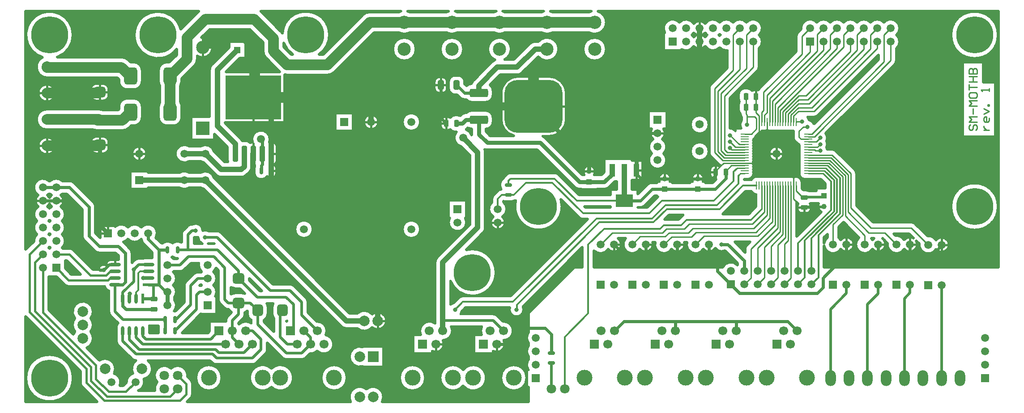
<source format=gtl>
G04 Layer_Physical_Order=1*
G04 Layer_Color=255*
%FSLAX42Y42*%
%MOMM*%
G71*
G01*
G75*
%ADD10C,0.50*%
G04:AMPARAMS|DCode=11|XSize=0.7mm|YSize=1.3mm|CornerRadius=0.17mm|HoleSize=0mm|Usage=FLASHONLY|Rotation=90.000|XOffset=0mm|YOffset=0mm|HoleType=Round|Shape=RoundedRectangle|*
%AMROUNDEDRECTD11*
21,1,0.70,0.95,0,0,90.0*
21,1,0.35,1.30,0,0,90.0*
1,1,0.35,0.47,0.17*
1,1,0.35,0.47,-0.17*
1,1,0.35,-0.47,-0.17*
1,1,0.35,-0.47,0.17*
%
%ADD11ROUNDEDRECTD11*%
%ADD12O,0.60X1.90*%
%ADD13R,0.60X1.90*%
%ADD14O,2.20X0.60*%
%ADD15R,2.20X0.60*%
%ADD16O,0.25X1.55*%
%ADD17O,1.55X0.25*%
%ADD18R,1.55X0.25*%
G04:AMPARAMS|DCode=19|XSize=1mm|YSize=3mm|CornerRadius=0.25mm|HoleSize=0mm|Usage=FLASHONLY|Rotation=0.000|XOffset=0mm|YOffset=0mm|HoleType=Round|Shape=RoundedRectangle|*
%AMROUNDEDRECTD19*
21,1,1.00,2.50,0,0,0.0*
21,1,0.50,3.00,0,0,0.0*
1,1,0.50,0.25,-1.25*
1,1,0.50,-0.25,-1.25*
1,1,0.50,-0.25,1.25*
1,1,0.50,0.25,1.25*
%
%ADD19ROUNDEDRECTD19*%
%ADD20R,10.60X8.30*%
G04:AMPARAMS|DCode=21|XSize=0.7mm|YSize=1.3mm|CornerRadius=0.17mm|HoleSize=0mm|Usage=FLASHONLY|Rotation=180.000|XOffset=0mm|YOffset=0mm|HoleType=Round|Shape=RoundedRectangle|*
%AMROUNDEDRECTD21*
21,1,0.70,0.95,0,0,180.0*
21,1,0.35,1.30,0,0,180.0*
1,1,0.35,-0.17,0.47*
1,1,0.35,0.17,0.47*
1,1,0.35,0.17,-0.47*
1,1,0.35,-0.17,-0.47*
%
%ADD21ROUNDEDRECTD21*%
G04:AMPARAMS|DCode=22|XSize=2mm|YSize=2.2mm|CornerRadius=0.5mm|HoleSize=0mm|Usage=FLASHONLY|Rotation=0.000|XOffset=0mm|YOffset=0mm|HoleType=Round|Shape=RoundedRectangle|*
%AMROUNDEDRECTD22*
21,1,2.00,1.20,0,0,0.0*
21,1,1.00,2.20,0,0,0.0*
1,1,1.00,0.50,-0.60*
1,1,1.00,-0.50,-0.60*
1,1,1.00,-0.50,0.60*
1,1,1.00,0.50,0.60*
%
%ADD22ROUNDEDRECTD22*%
G04:AMPARAMS|DCode=23|XSize=2mm|YSize=2.2mm|CornerRadius=0.5mm|HoleSize=0mm|Usage=FLASHONLY|Rotation=270.000|XOffset=0mm|YOffset=0mm|HoleType=Round|Shape=RoundedRectangle|*
%AMROUNDEDRECTD23*
21,1,2.00,1.20,0,0,270.0*
21,1,1.00,2.20,0,0,270.0*
1,1,1.00,-0.60,-0.50*
1,1,1.00,-0.60,0.50*
1,1,1.00,0.60,0.50*
1,1,1.00,0.60,-0.50*
%
%ADD23ROUNDEDRECTD23*%
G04:AMPARAMS|DCode=24|XSize=2.5mm|YSize=3.3mm|CornerRadius=0.63mm|HoleSize=0mm|Usage=FLASHONLY|Rotation=180.000|XOffset=0mm|YOffset=0mm|HoleType=Round|Shape=RoundedRectangle|*
%AMROUNDEDRECTD24*
21,1,2.50,2.05,0,0,180.0*
21,1,1.25,3.30,0,0,180.0*
1,1,1.25,-0.63,1.02*
1,1,1.25,0.63,1.02*
1,1,1.25,0.63,-1.02*
1,1,1.25,-0.63,-1.02*
%
%ADD24ROUNDEDRECTD24*%
G04:AMPARAMS|DCode=25|XSize=0.9mm|YSize=1.3mm|CornerRadius=0.23mm|HoleSize=0mm|Usage=FLASHONLY|Rotation=90.000|XOffset=0mm|YOffset=0mm|HoleType=Round|Shape=RoundedRectangle|*
%AMROUNDEDRECTD25*
21,1,0.90,0.85,0,0,90.0*
21,1,0.45,1.30,0,0,90.0*
1,1,0.45,0.42,0.23*
1,1,0.45,0.42,-0.23*
1,1,0.45,-0.42,-0.23*
1,1,0.45,-0.42,0.23*
%
%ADD25ROUNDEDRECTD25*%
G04:AMPARAMS|DCode=26|XSize=0.9mm|YSize=1.3mm|CornerRadius=0.23mm|HoleSize=0mm|Usage=FLASHONLY|Rotation=180.000|XOffset=0mm|YOffset=0mm|HoleType=Round|Shape=RoundedRectangle|*
%AMROUNDEDRECTD26*
21,1,0.90,0.85,0,0,180.0*
21,1,0.45,1.30,0,0,180.0*
1,1,0.45,-0.23,0.42*
1,1,0.45,0.23,0.42*
1,1,0.45,0.23,-0.42*
1,1,0.45,-0.23,-0.42*
%
%ADD26ROUNDEDRECTD26*%
G04:AMPARAMS|DCode=27|XSize=1.15mm|YSize=1.8mm|CornerRadius=0.29mm|HoleSize=0mm|Usage=FLASHONLY|Rotation=0.000|XOffset=0mm|YOffset=0mm|HoleType=Round|Shape=RoundedRectangle|*
%AMROUNDEDRECTD27*
21,1,1.15,1.23,0,0,0.0*
21,1,0.57,1.80,0,0,0.0*
1,1,0.57,0.29,-0.61*
1,1,0.57,-0.29,-0.61*
1,1,0.57,-0.29,0.61*
1,1,0.57,0.29,0.61*
%
%ADD27ROUNDEDRECTD27*%
%ADD28R,3.30X2.40*%
%ADD29R,1.00X2.40*%
G04:AMPARAMS|DCode=30|XSize=1.6mm|YSize=3.5mm|CornerRadius=0.4mm|HoleSize=0mm|Usage=FLASHONLY|Rotation=270.000|XOffset=0mm|YOffset=0mm|HoleType=Round|Shape=RoundedRectangle|*
%AMROUNDEDRECTD30*
21,1,1.60,2.70,0,0,270.0*
21,1,0.80,3.50,0,0,270.0*
1,1,0.80,-1.35,-0.40*
1,1,0.80,-1.35,0.40*
1,1,0.80,1.35,0.40*
1,1,0.80,1.35,-0.40*
%
%ADD30ROUNDEDRECTD30*%
G04:AMPARAMS|DCode=31|XSize=10mm|YSize=11mm|CornerRadius=2.5mm|HoleSize=0mm|Usage=FLASHONLY|Rotation=270.000|XOffset=0mm|YOffset=0mm|HoleType=Round|Shape=RoundedRectangle|*
%AMROUNDEDRECTD31*
21,1,10.00,6.00,0,0,270.0*
21,1,5.00,11.00,0,0,270.0*
1,1,5.00,-3.00,-2.50*
1,1,5.00,-3.00,2.50*
1,1,5.00,3.00,2.50*
1,1,5.00,3.00,-2.50*
%
%ADD31ROUNDEDRECTD31*%
%ADD32C,0.25*%
%ADD33C,0.30*%
%ADD34C,0.60*%
%ADD35C,1.00*%
%ADD36C,2.00*%
%ADD37C,1.50*%
%ADD38C,0.80*%
%ADD39C,0.40*%
%ADD40C,0.35*%
%ADD41C,0.25*%
%ADD42C,7.00*%
%ADD43C,1.57*%
%ADD44C,2.00*%
%ADD45R,2.50X2.50*%
%ADD46C,2.50*%
%ADD47C,1.50*%
%ADD48R,1.50X1.50*%
%ADD49R,1.50X1.50*%
%ADD50C,1.50*%
%ADD51R,1.50X1.50*%
%ADD52R,1.50X1.50*%
%ADD53C,2.00*%
%ADD54R,2.00X2.00*%
%ADD55C,1.80*%
%ADD56C,1.00*%
%ADD57R,1.00X1.00*%
%ADD58R,1.20X1.20*%
%ADD59C,1.20*%
%ADD60O,2.00X3.00*%
%ADD61C,1.70*%
%ADD62C,3.00*%
%ADD63R,1.70X1.70*%
%ADD64C,0.80*%
D10*
X585Y-88D02*
G03*
X619Y-169I115J0D01*
G01*
X585Y-88D02*
G03*
X619Y-169I115J0D01*
G01*
X445Y0D02*
G03*
X445Y0I-445J0D01*
G01*
X1245Y175D02*
G03*
X944Y339I-195J0D01*
G01*
X709Y574D02*
G03*
X825Y753I-79J178D01*
G01*
X482Y880D02*
G03*
X452Y831I148J-127D01*
G01*
X825Y753D02*
G03*
X778Y880I-195J0D01*
G01*
X481Y1134D02*
G03*
X482Y880I149J-126D01*
G01*
X778D02*
G03*
X825Y1007I-148J127D01*
G01*
D02*
G03*
X779Y1134I-195J0D01*
G01*
Y1134D02*
G03*
X825Y1260I-149J126D01*
G01*
X1123Y1263D02*
G03*
X1158Y1178I120J0D01*
G01*
X1123Y1263D02*
G03*
X1158Y1178I120J0D01*
G01*
X1331Y-142D02*
G03*
X1345Y-75I-156J68D01*
G01*
X1682Y-235D02*
G03*
X1795Y-75I-57J160D01*
G01*
D02*
G03*
X1785Y-17I-170J0D01*
G01*
X1345Y-75D02*
G03*
X1224Y88I-170J0D01*
G01*
D02*
G03*
X1245Y175I-174J87D01*
G01*
X1576Y88D02*
G03*
X1455Y-82I49J-163D01*
G01*
X1785Y-17D02*
G03*
X1945Y175I-35J192D01*
G01*
X1635Y333D02*
G03*
X1576Y88I115J-157D01*
G01*
X1945Y175D02*
G03*
X1865Y333I-195J0D01*
G01*
X2669Y-386D02*
G03*
X2703Y-305I-81J81D01*
G01*
X2037Y-75D02*
G03*
X1991Y-235I136J-125D01*
G01*
X2669Y-386D02*
G03*
X2703Y-305I-81J81D01*
G01*
X2300Y185D02*
G03*
X2037Y-75I-127J-135D01*
G01*
X2611Y29D02*
G03*
X2612Y50I-184J21D01*
G01*
D02*
G03*
X2300Y185I-185J0D01*
G01*
X2703Y-110D02*
G03*
X2669Y-29I-115J0D01*
G01*
X2703Y-110D02*
G03*
X2669Y-29I-115J0D01*
G01*
X1267Y700D02*
G03*
X1302Y616I120J0D01*
G01*
X1267Y700D02*
G03*
X1302Y616I120J0D01*
G01*
X1550Y368D02*
G03*
X1635Y333I85J85D01*
G01*
X1550Y368D02*
G03*
X1635Y333I85J85D01*
G01*
X1262Y825D02*
G03*
X1267Y790I125J0D01*
G01*
X1295Y1040D02*
G03*
X1262Y955I92J-85D01*
G01*
X1893D02*
G03*
X1888Y990I-125J0D01*
G01*
X2063Y978D02*
G03*
X2058Y945I108J-33D01*
G01*
X281Y1771D02*
G03*
X362Y1738I81J81D01*
G01*
X281Y1771D02*
G03*
X362Y1738I81J81D01*
G01*
X825Y1260D02*
G03*
X481Y1134I-195J0D01*
G01*
X1041Y1738D02*
G03*
X1123Y1649I121J30D01*
G01*
X1068Y2143D02*
G03*
X921Y2060I-43J-96D01*
G01*
X1163Y2243D02*
G03*
X1068Y2143I0J-95D01*
G01*
X0Y2455D02*
G03*
X-14Y2469I-127J-113D01*
G01*
D02*
G03*
X0Y2483I-113J127D01*
G01*
X14Y2469D02*
G03*
X0Y2455I113J-127D01*
G01*
Y2483D02*
G03*
X14Y2469I127J113D01*
G01*
X240D02*
G03*
X297Y2596I-113J127D01*
G01*
X252Y2457D02*
G03*
X240Y2469I-125J-115D01*
G01*
X-240Y2723D02*
G03*
X-297Y2589I113J-127D01*
G01*
X-240Y2977D02*
G03*
X-240Y2723I113J-127D01*
G01*
X-14D02*
G03*
X0Y2737I-113J127D01*
G01*
X297Y2596D02*
G03*
X240Y2723I-170J0D01*
G01*
X0Y2709D02*
G03*
X-14Y2723I-127J-113D01*
G01*
X14D02*
G03*
X0Y2709I113J-127D01*
G01*
Y2737D02*
G03*
X14Y2723I127J113D01*
G01*
X240D02*
G03*
X297Y2850I-113J127D01*
G01*
X458Y2423D02*
G03*
X377Y2457I-81J-81D01*
G01*
X458Y2423D02*
G03*
X377Y2457I-81J-81D01*
G01*
X854Y2409D02*
G03*
X943Y2373I88J88D01*
G01*
X854Y2409D02*
G03*
X943Y2373I88J88D01*
G01*
X620Y2695D02*
G03*
X657Y2607I125J0D01*
G01*
X620Y2695D02*
G03*
X657Y2607I125J0D01*
G01*
X2359Y1270D02*
G03*
X2399Y1379I-130J109D01*
G01*
X2399Y1633D02*
G03*
X2342Y1760I-170J0D01*
G01*
Y2014D02*
G03*
X2349Y2021I-113J127D01*
G01*
X2342Y1760D02*
G03*
X2399Y1887I-113J127D01*
G01*
D02*
G03*
X2342Y2014I-170J0D01*
G01*
X2399Y1379D02*
G03*
X2364Y1482I-170J0D01*
G01*
Y1530D02*
G03*
X2399Y1633I-135J103D01*
G01*
X1691Y2268D02*
G03*
X1606Y2233I0J-120D01*
G01*
X1691Y2268D02*
G03*
X1606Y2233I0J-120D01*
G01*
X2349Y2261D02*
G03*
X2315Y2288I-120J-120D01*
G01*
X2585Y1835D02*
G03*
X2550Y1750I85J-85D01*
G01*
X2585Y1835D02*
G03*
X2550Y1750I85J-85D01*
G01*
X2878Y1760D02*
G03*
X2871Y1753I113J-127D01*
G01*
Y1767D02*
G03*
X2878Y1760I120J120D01*
G01*
X2469Y2021D02*
G03*
X2553Y2056I0J120D01*
G01*
X2469Y2021D02*
G03*
X2553Y2056I0J120D01*
G01*
X2807Y2007D02*
G03*
X2722Y1972I0J-120D01*
G01*
X2807Y2007D02*
G03*
X2722Y1972I0J-120D01*
G01*
X2825Y2178D02*
G03*
X2878Y2014I166J-37D01*
G01*
D02*
G03*
X2871Y2007I113J-127D01*
G01*
X1558Y2367D02*
G03*
X1521Y2456I-125J0D01*
G01*
X1558Y2367D02*
G03*
X1521Y2456I-125J0D01*
G01*
X1793Y2273D02*
G03*
X1758Y2268I0J-125D01*
G01*
X1397Y2579D02*
G03*
X1484Y2632I-40J165D01*
G01*
D02*
G03*
X1738Y2632I127J113D01*
G01*
X2035Y2745D02*
G03*
X1738Y2858I-170J0D01*
G01*
X1740Y2629D02*
G03*
X1777Y2544I125J3D01*
G01*
X2215Y2588D02*
G03*
X2133Y2553I0J-112D01*
G01*
X1740Y2629D02*
G03*
X1777Y2544I125J3D01*
G01*
X2013Y2661D02*
G03*
X2035Y2745I-148J84D01*
G01*
X2328Y2298D02*
G03*
X2405Y2268I77J82D01*
G01*
X2328Y2557D02*
G03*
X2250Y2588I-77J-82D01*
G01*
X2315Y2288D02*
G03*
X2328Y2298I-65J92D01*
G01*
X2405Y2588D02*
G03*
X2328Y2557I0J-112D01*
G01*
X2498Y2572D02*
G03*
X2440Y2588I-57J-97D01*
G01*
X2738Y2663D02*
G03*
X2810Y2668I28J132D01*
G01*
X2810D02*
G03*
X2888Y2545I135J-0D01*
G01*
X2533Y2805D02*
G03*
X2498Y2720I85J-85D01*
G01*
X3007Y2788D02*
G03*
X2900Y2795I-62J-120D01*
G01*
X2533Y2805D02*
G03*
X2498Y2720I85J-85D01*
G01*
X3260Y6D02*
G03*
X3260Y6I-245J0D01*
G01*
D02*
G03*
X3260Y6I-245J0D01*
G01*
X4199Y184D02*
G03*
X4199Y-173I-168J-178D01*
G01*
Y184D02*
G03*
X4199Y-173I-168J-178D01*
G01*
X4612Y6D02*
G03*
X4199Y184I-245J0D01*
G01*
X4612Y6D02*
G03*
X4199Y184I-245J0D01*
G01*
Y-173D02*
G03*
X4612Y6I168J178D01*
G01*
X4199Y-173D02*
G03*
X4612Y6I168J178D01*
G01*
X3073Y293D02*
G03*
X3158Y258I85J85D01*
G01*
X3073Y293D02*
G03*
X3158Y258I85J85D01*
G01*
X3838D02*
G03*
X3922Y293I0J120D01*
G01*
X3838Y258D02*
G03*
X3922Y293I0J120D01*
G01*
X4085Y455D02*
G03*
X4120Y540I-85J85D01*
G01*
X4085Y455D02*
G03*
X4120Y540I-85J85D01*
G01*
X3586Y1022D02*
G03*
X3579Y1029I-127J-128D01*
G01*
X3817Y1041D02*
G03*
X3586Y1022I-104J-147D01*
G01*
X4395Y390D02*
G03*
X4480Y355I85J85D01*
G01*
X4395Y390D02*
G03*
X4480Y355I85J85D01*
G01*
X4773D02*
G03*
X4858Y390I0J120D01*
G01*
X4773Y355D02*
G03*
X4858Y390I0J120D01*
G01*
X4928Y461D02*
G03*
X5066Y513I10J180D01*
G01*
D02*
G03*
X5373Y641I127J128D01*
G01*
X5246Y895D02*
G03*
X5055Y1074I-180J0D01*
G01*
X4483Y1080D02*
G03*
X4495Y1082I-25J143D01*
G01*
X6293Y-450D02*
G03*
X6317Y-356I-171J94D01*
G01*
X5995Y-208D02*
G03*
X5697Y-450I-127J-148D01*
G01*
X6317Y-356D02*
G03*
X5995Y-208I-195J0D01*
G01*
X5628Y6D02*
G03*
X5628Y6I-245J0D01*
G01*
D02*
G03*
X5628Y6I-245J0D01*
G01*
X7112D02*
G03*
X7112Y6I-245J0D01*
G01*
D02*
G03*
X7112Y6I-245J0D01*
G01*
X5373Y641D02*
G03*
X5228Y817I-180J0D01*
G01*
X5228Y817D02*
G03*
X5246Y895I-162J78D01*
G01*
X5927Y592D02*
G03*
X5927Y220I-59J-186D01*
G01*
X5512Y983D02*
G03*
X5615Y940I103J102D01*
G01*
X5512Y982D02*
G03*
X5615Y940I103J103D01*
G01*
X5825D02*
G03*
X6104Y959I130J145D01*
G01*
D02*
G03*
X6375Y1085I106J126D01*
G01*
X7240Y510D02*
G03*
X7464Y641I74J130D01*
G01*
X7296Y1038D02*
G03*
X7022Y821I-109J-143D01*
G01*
X3374Y1176D02*
G03*
X3339Y1092I85J-85D01*
G01*
X3374Y1176D02*
G03*
X3339Y1092I85J-85D01*
G01*
X3300Y1335D02*
G03*
X3385Y1300I85J85D01*
G01*
X3300Y1335D02*
G03*
X3385Y1300I85J85D01*
G01*
X3388D02*
G03*
X3442Y1245I127J70D01*
G01*
X3139Y1549D02*
G03*
X3161Y1633I-148J84D01*
G01*
D02*
G03*
X3104Y1760I-170J0D01*
G01*
X3195Y1490D02*
G03*
X3230Y1405I120J0D01*
G01*
X3195Y1490D02*
G03*
X3230Y1405I120J0D01*
G01*
X3515Y1615D02*
G03*
X3435Y1591I0J-145D01*
G01*
X3660Y1123D02*
G03*
X3695Y1207I-85J85D01*
G01*
X3660Y1123D02*
G03*
X3695Y1207I-85J85D01*
G01*
X3742Y1223D02*
G03*
X3817Y1096I145J0D01*
G01*
X3695Y1238D02*
G03*
X3742Y1273I-60J132D01*
G01*
X4058Y1096D02*
G03*
X4133Y1223I-70J127D01*
G01*
X4212D02*
G03*
X4242Y1134I145J0D01*
G01*
X3692Y1603D02*
G03*
X3635Y1615I-57J-133D01*
G01*
X4133Y1343D02*
G03*
X4114Y1412I-145J0D01*
G01*
X4231D02*
G03*
X4212Y1343I127J-70D01*
G01*
X3104Y1760D02*
G03*
X3161Y1887I-113J127D01*
G01*
D02*
G03*
X3104Y2014I-170J0D01*
G01*
D02*
G03*
X3152Y2086I-113J127D01*
G01*
X3435Y1719D02*
G03*
X3515Y1695I80J121D01*
G01*
X3252Y2752D02*
G03*
X3167Y2788I-85J-85D01*
G01*
X3252Y2752D02*
G03*
X3167Y2788I-85J-85D01*
G01*
X4888Y1440D02*
G03*
X4852Y1525I-120J0D01*
G01*
X4888Y1440D02*
G03*
X4852Y1525I-120J0D01*
G01*
X6104Y1211D02*
G03*
X5825Y1230I-149J-126D01*
G01*
X6375Y1085D02*
G03*
X6104Y1211I-165J0D01*
G01*
X4635Y1742D02*
G03*
X4550Y1778I-85J-85D01*
G01*
X4635Y1742D02*
G03*
X4550Y1778I-85J-85D01*
G01*
X4984Y2819D02*
G03*
X4984Y2819I-170J0D01*
G01*
X7016Y2819D02*
G03*
X7016Y2819I-170J0D01*
G01*
X14Y2977D02*
G03*
X0Y2963I113J-127D01*
G01*
D02*
G03*
X-14Y2977I-127J-113D01*
G01*
X-215Y3249D02*
G03*
X-240Y2977I88J-145D01*
G01*
X-14D02*
G03*
X0Y2991I-113J127D01*
G01*
Y3217D02*
G03*
X-39Y3249I-127J-113D01*
G01*
X0Y2991D02*
G03*
X14Y2977I127J113D01*
G01*
X-215Y3467D02*
G03*
X-215Y3249I88J-109D01*
G01*
X-12Y3737D02*
G03*
X-215Y3467I-115J-125D01*
G01*
X0Y3417D02*
G03*
X-39Y3467I-127J-59D01*
G01*
Y3249D02*
G03*
X0Y3299I-88J109D01*
G01*
X-39Y3467D02*
G03*
X-12Y3487I-88J145D01*
G01*
X297Y2850D02*
G03*
X240Y2977I-170J0D01*
G01*
D02*
G03*
X297Y3104I-113J127D01*
G01*
D02*
G03*
X215Y3249I-170J0D01*
G01*
X39D02*
G03*
X0Y3217I88J-145D01*
G01*
Y3299D02*
G03*
X39Y3249I127J59D01*
G01*
Y3467D02*
G03*
X0Y3417I88J-109D01*
G01*
X215Y3249D02*
G03*
X267Y3358I-88J109D01*
G01*
D02*
G03*
X215Y3467I-140J0D01*
G01*
D02*
G03*
X242Y3487I-88J145D01*
G01*
X12D02*
G03*
X39Y3467I115J125D01*
G01*
X-50Y5095D02*
G03*
X-50Y4705I0J-195D01*
G01*
Y5095D02*
G03*
X-50Y4705I0J-195D01*
G01*
X242Y3737D02*
G03*
X12Y3737I-115J-125D01*
G01*
X465Y3700D02*
G03*
X377Y3737I-88J-88D01*
G01*
X465Y3700D02*
G03*
X377Y3737I-88J-88D01*
G01*
X115Y4400D02*
G03*
X115Y4400I-165J0D01*
G01*
X1484Y2858D02*
G03*
X1243Y2871I-127J-113D01*
G01*
X870Y3244D02*
G03*
X833Y3332I-125J0D01*
G01*
X870Y3244D02*
G03*
X833Y3332I-125J0D01*
G01*
X1738Y2858D02*
G03*
X1484Y2858I-127J-113D01*
G01*
X2693Y2915D02*
G03*
X2608Y2880I0J-120D01*
G01*
X2693Y2915D02*
G03*
X2608Y2880I0J-120D01*
G01*
X2461Y3605D02*
G03*
X2639Y3605I89J145D01*
G01*
Y3895D02*
G03*
X2461Y3895I-89J-145D01*
G01*
X775Y4365D02*
G03*
X890Y4250I115J0D01*
G01*
Y4580D02*
G03*
X775Y4465I0J-115D01*
G01*
X1010Y4250D02*
G03*
X1125Y4365I0J115D01*
G01*
Y4465D02*
G03*
X1010Y4580I-115J0D01*
G01*
X826Y4705D02*
G03*
X890Y4690I64J130D01*
G01*
X1010Y5080D02*
G03*
X935Y5095I-75J-180D01*
G01*
X1010Y5080D02*
G03*
X935Y5095I-75J-180D01*
G01*
X1377Y4690D02*
G03*
X1515Y4747I0J195D01*
G01*
X1377Y4690D02*
G03*
X1515Y4747I0J195D01*
G01*
X1840Y4250D02*
G03*
X1840Y4250I-140J0D01*
G01*
X2639Y4395D02*
G03*
X2639Y4105I-89J-145D01*
G01*
X1595Y4780D02*
G03*
X1753Y4938I0J158D01*
G01*
X2063D02*
G03*
X2220Y4780I158J0D01*
G01*
X2345D02*
G03*
X2503Y4938I0J158D01*
G01*
X115Y5400D02*
G03*
X115Y5400I-165J0D01*
G01*
X-245Y5893D02*
G03*
X-50Y5690I195J-8D01*
G01*
X-134Y6076D02*
G03*
X-245Y5893I84J-176D01*
G01*
X775Y5365D02*
G03*
X890Y5250I115J0D01*
G01*
Y5580D02*
G03*
X775Y5465I0J-115D01*
G01*
X147Y6080D02*
G03*
X445Y6500I-147J420D01*
G01*
D02*
G03*
X-134Y6076I-445J0D01*
G01*
X1010Y5250D02*
G03*
X1125Y5365I0J115D01*
G01*
X1470Y5300D02*
G03*
X1313Y5143I0J-158D01*
G01*
X1125Y5465D02*
G03*
X1010Y5580I-115J0D01*
G01*
X1312Y5622D02*
G03*
X1470Y5465I158J0D01*
G01*
X1753Y5143D02*
G03*
X1595Y5300I-158J0D01*
G01*
X2088Y5228D02*
G03*
X2063Y5143I133J-85D01*
G01*
X2503D02*
G03*
X2477Y5228I-158J0D01*
G01*
X1595Y5465D02*
G03*
X1752Y5622I0J158D01*
G01*
X2062D02*
G03*
X2088Y5537I158J0D01*
G01*
X2477D02*
G03*
X2502Y5622I-133J85D01*
G01*
X1500Y6023D02*
G03*
X1362Y6080I-138J-138D01*
G01*
X1500Y6023D02*
G03*
X1362Y6080I-138J-138D01*
G01*
X1752Y5828D02*
G03*
X1595Y5985I-158J0D01*
G01*
X2220D02*
G03*
X2062Y5828I0J-158D01*
G01*
X2482Y6608D02*
G03*
X2405Y6232I-432J-108D01*
G01*
X2900Y2795D02*
G03*
X2703Y2915I-135J0D01*
G01*
X2861Y3605D02*
G03*
X2910Y3585I89J145D01*
G01*
X3115Y3790D02*
G03*
X2861Y3895I-165J-40D01*
G01*
X3147Y3847D02*
G03*
X3250Y3805I103J103D01*
G01*
X3147Y3848D02*
G03*
X3250Y3805I103J102D01*
G01*
X3625D02*
G03*
X3728Y3847I0J145D01*
G01*
X3625Y3805D02*
G03*
X3728Y3848I0J145D01*
G01*
X3115Y4290D02*
G03*
X2861Y4395I-165J-40D01*
G01*
Y4105D02*
G03*
X2910Y4085I89J145D01*
G01*
X3368Y4127D02*
G03*
X3372Y4095I120J0D01*
G01*
X3658Y4497D02*
G03*
X3645Y4497I0J-120D01*
G01*
X3794Y4461D02*
G03*
X3708Y4497I-86J-83D01*
G01*
X3645Y4497D02*
G03*
X3615Y4540I-132J-59D01*
G01*
X3645Y4497D02*
G03*
X3615Y4540I-132J-59D01*
G01*
X3875Y3878D02*
G03*
X3988Y3765I112J0D01*
G01*
X4022D02*
G03*
X4119Y3819I0J112D01*
G01*
D02*
G03*
X4178Y3795I59J58D01*
G01*
X4212D02*
G03*
X4295Y3878I0J82D01*
G01*
X3785Y3905D02*
G03*
X3828Y4008I-102J103D01*
G01*
X3785Y3905D02*
G03*
X3828Y4008I-103J103D01*
G01*
X3880Y4006D02*
G03*
X3875Y3972I108J-33D01*
G01*
X4295Y3972D02*
G03*
X4253Y4045I-82J0D01*
G01*
Y4045D02*
G03*
X4308Y4127I-35J83D01*
G01*
X3828Y4467D02*
G03*
X3794Y4461I0J-90D01*
G01*
X4170Y4525D02*
G03*
X3840Y4467I-170J0D01*
G01*
X4168Y4467D02*
G03*
X4160Y4467I0J-90D01*
G01*
X4160D02*
G03*
X4170Y4525I-160J58D01*
G01*
X4308Y4377D02*
G03*
X4218Y4467I-90J0D01*
G01*
X6224Y4851D02*
G03*
X6224Y4851I-140J0D01*
G01*
X7016D02*
G03*
X7016Y4851I-170J0D01*
G01*
X2738Y5905D02*
G03*
X2795Y6042I-138J138D01*
G01*
X2738Y5905D02*
G03*
X2795Y6042I-138J138D01*
G01*
X3072Y5943D02*
G03*
X3030Y5840I103J-103D01*
G01*
X3073Y5943D02*
G03*
X3030Y5840I102J-103D01*
G01*
X2795Y6100D02*
G03*
X3085Y6262I100J162D01*
G01*
X4448Y5748D02*
G03*
X4495Y5742I47J189D01*
G01*
X4448Y5748D02*
G03*
X4495Y5742I47J189D01*
G01*
X4002Y6217D02*
G03*
X4002Y6217I-125J0D01*
G01*
X4042Y6195D02*
G03*
X4100Y6057I195J0D01*
G01*
X4042Y6195D02*
G03*
X4100Y6057I195J0D01*
G01*
X4433Y6346D02*
G03*
X4599Y6133I418J154D01*
G01*
X3085Y6262D02*
G03*
X2877Y6451I-190J0D01*
G01*
X2825Y6950D02*
G03*
X2812Y6938I125J-150D01*
G01*
X2825Y6950D02*
G03*
X2812Y6938I125J-150D01*
G01*
X4406Y6533D02*
G03*
X4375Y6573I-169J-98D01*
G01*
X4406Y6533D02*
G03*
X4375Y6573I-169J-98D01*
G01*
X4010Y6938D02*
G03*
X3997Y6950I-138J-138D01*
G01*
X4010Y6938D02*
G03*
X3997Y6950I-138J-138D01*
G01*
X5295Y6500D02*
G03*
X4406Y6533I-445J0D01*
G01*
X5258Y5742D02*
G03*
X5395Y5800I0J195D01*
G01*
X5258Y5742D02*
G03*
X5395Y5800I0J195D01*
G01*
X5101Y6133D02*
G03*
X5295Y6500I-251J367D01*
G01*
X6933Y6231D02*
G03*
X6933Y6231I-220J0D01*
G01*
X6059Y6934D02*
G03*
X5921Y6877I0J-195D01*
G01*
X6059Y6934D02*
G03*
X5921Y6877I0J-195D01*
G01*
X6611Y6544D02*
G03*
X6814Y6544I102J195D01*
G01*
X6650Y6950D02*
G03*
X6611Y6934I62J-211D01*
G01*
X6814D02*
G03*
X6775Y6950I-102J-195D01*
G01*
X7825Y158D02*
G03*
X7825Y-147I-192J-152D01*
G01*
Y158D02*
G03*
X7825Y-147I-192J-152D01*
G01*
X7464Y641D02*
G03*
X7444Y715I-150J0D01*
G01*
Y715D02*
G03*
X7621Y895I-3J180D01*
G01*
X7825Y-147D02*
G03*
X8262Y6I192J152D01*
G01*
X7825Y-147D02*
G03*
X8262Y6I192J152D01*
G01*
D02*
G03*
X7825Y158I-245J0D01*
G01*
X8262Y6D02*
G03*
X7825Y158I-245J0D01*
G01*
X8390Y510D02*
G03*
X8614Y641I74J130D01*
G01*
X7621Y895D02*
G03*
X7601Y975I-180J0D01*
G01*
X7650Y1428D02*
G03*
X7586Y1398I22J-133D01*
G01*
X7822Y1555D02*
G03*
X7745Y1523I0J-110D01*
G01*
X7781Y1215D02*
G03*
X7806Y1273I-109J80D01*
G01*
X7586Y1838D02*
G03*
X8000Y1555I414J162D01*
G01*
X7338Y2293D02*
G03*
X7296Y2191I103J-103D01*
G01*
X7338Y2293D02*
G03*
X7296Y2191I102J-103D01*
G01*
X7822Y1555D02*
G03*
X7745Y1523I0J-110D01*
G01*
X8176Y975D02*
G03*
X8172Y821I161J-80D01*
G01*
X8475Y1180D02*
G03*
X8390Y1215I-85J-85D01*
G01*
X8475Y1180D02*
G03*
X8390Y1215I-85J-85D01*
G01*
X8000Y1555D02*
G03*
X8445Y2000I0J445D01*
G01*
X9028Y6D02*
G03*
X9028Y6I-245J0D01*
G01*
X8614Y641D02*
G03*
X8594Y715I-150J0D01*
G01*
Y715D02*
G03*
X8771Y895I-3J180D01*
G01*
D02*
G03*
X8580Y1074I-180J0D01*
G01*
X9028Y6D02*
G03*
X9028Y6I-245J0D01*
G01*
X9052Y170D02*
G03*
X9061Y155I148J84D01*
G01*
Y353D02*
G03*
X9052Y170I138J-99D01*
G01*
X9061Y607D02*
G03*
X9061Y409I138J-99D01*
G01*
Y861D02*
G03*
X9061Y663I138J-99D01*
G01*
X8705Y1335D02*
G03*
X8970Y1298I130J-38D01*
G01*
D02*
G03*
X8958Y1353I-135J0D01*
G01*
X7571Y3032D02*
G03*
X7889Y2948I148J-84D01*
G01*
X8202Y2747D02*
G03*
X8245Y2850I-102J103D01*
G01*
X8203Y2747D02*
G03*
X8245Y2850I-103J103D01*
G01*
X7889Y2948D02*
G03*
X7867Y3032I-170J0D01*
G01*
X8445Y2000D02*
G03*
X7885Y2430I-445J0D01*
G01*
X8393Y3057D02*
G03*
X8621Y2948I88J-109D01*
G01*
D02*
G03*
X8569Y3057I-140J0D01*
G01*
X8820Y3364D02*
G03*
X9695Y3250I430J-114D01*
G01*
X8371Y3332D02*
G03*
X8393Y3057I110J-130D01*
G01*
X8403Y3471D02*
G03*
X8371Y3394I78J-78D01*
G01*
X8403Y3471D02*
G03*
X8371Y3394I78J-78D01*
G01*
X8569Y3057D02*
G03*
X8651Y3202I-88J145D01*
G01*
D02*
G03*
X8591Y3332I-170J0D01*
G01*
X8592Y3349D02*
G03*
X8635Y3340I43J104D01*
G01*
X8730D02*
G03*
X8791Y3358I0J112D01*
G01*
D02*
G03*
X8820Y3364I-8J110D01*
G01*
X8791Y3358D02*
G03*
X8820Y3364I-8J110D01*
G01*
X8544Y3577D02*
G03*
X8477Y3545I11J-109D01*
G01*
X8544Y3577D02*
G03*
X8477Y3545I11J-109D01*
G01*
X8578Y3775D02*
G03*
X8522Y3678I57J-97D01*
G01*
Y3642D02*
G03*
X8544Y3577I112J0D01*
G01*
X8605Y3818D02*
G03*
X8578Y3775I78J-78D01*
G01*
X8605Y3818D02*
G03*
X8578Y3775I78J-78D01*
G01*
X10017Y3042D02*
G03*
X10095Y3010I78J78D01*
G01*
X10017Y3042D02*
G03*
X10095Y3010I78J78D01*
G01*
X10303Y2411D02*
G03*
X10568Y2443I121J120D01*
G01*
D02*
G03*
X10817Y2531I109J88D01*
G01*
D02*
G03*
X10758Y2645I-140J0D01*
G01*
X10897D02*
G03*
X11168Y2443I126J-114D01*
G01*
X9695Y3250D02*
G03*
X9674Y3386I-445J0D01*
G01*
X9929Y3620D02*
G03*
X10025Y3580I96J95D01*
G01*
X9930Y3620D02*
G03*
X10025Y3580I95J95D01*
G01*
X10109Y3860D02*
G03*
X10115Y3850I101J55D01*
G01*
X10305D02*
G03*
X10311Y3860I-95J65D01*
G01*
X10497Y3580D02*
G03*
X10593Y3620I0J135D01*
G01*
X10497Y3580D02*
G03*
X10593Y3620I0J135D01*
G01*
X11168Y2443D02*
G03*
X11417Y2531I109J88D01*
G01*
X11458Y2573D02*
G03*
X11768Y2443I165J-41D01*
G01*
D02*
G03*
X12017Y2531I109J88D01*
G01*
X12058Y2570D02*
G03*
X12368Y2443I165J-39D01*
G01*
D02*
G03*
X12598Y2461I109J88D01*
G01*
X13015Y2140D02*
G03*
X12734Y2100I-127J-113D01*
G01*
X12598Y2461D02*
G03*
X12763Y2408I114J72D01*
G01*
X14655Y2505D02*
G03*
X14968Y2443I168J26D01*
G01*
D02*
G03*
X15217Y2531I109J88D01*
G01*
X12017Y2531D02*
G03*
X12011Y2570I-140J0D01*
G01*
X11417Y2531D02*
G03*
X11411Y2573I-140J0D01*
G01*
X11987Y3090D02*
G03*
X11972Y3078I63J-90D01*
G01*
X11987Y3090D02*
G03*
X11972Y3078I63J-90D01*
G01*
X13191Y2521D02*
G03*
X13160Y2445I76J-76D01*
G01*
X13192Y2521D02*
G03*
X13160Y2445I76J-76D01*
G01*
X14716Y2663D02*
G03*
X14655Y2557I108J-132D01*
G01*
X14968Y2619D02*
G03*
X14930Y2663I-145J-88D01*
G01*
X15313Y2660D02*
G03*
X15568Y2443I110J-129D01*
G01*
D02*
G03*
X15817Y2531I109J88D01*
G01*
X15854Y2551D02*
G03*
X16168Y2443I169J-20D01*
G01*
D02*
G03*
X16417Y2531I109J88D01*
G01*
X16770Y2438D02*
G03*
X17018Y2526I109J88D01*
G01*
X16455Y2544D02*
G03*
X16770Y2438I169J-17D01*
G01*
X15596Y2645D02*
G03*
X15568Y2619I81J-114D01*
G01*
D02*
G03*
X15549Y2645I-145J-88D01*
G01*
X15817Y2531D02*
G03*
X15783Y2623I-140J0D01*
G01*
X15769Y2637D02*
G03*
X15758Y2645I-92J-106D01*
G01*
X15217Y2531D02*
G03*
X14968Y2619I-140J0D01*
G01*
X16168D02*
G03*
X16009Y2700I-145J-88D01*
G01*
X16417Y2531D02*
G03*
X16399Y2600I-140J0D01*
G01*
X16346Y2653D02*
G03*
X16168Y2619I-69J-122D01*
G01*
X17018Y2526D02*
G03*
X16770Y2615I-140J0D01*
G01*
D02*
G03*
X16607Y2696I-145J-88D01*
G01*
X16382Y2921D02*
G03*
X16306Y2952I-76J-76D01*
G01*
X16382Y2921D02*
G03*
X16306Y2952I-76J-76D01*
G01*
X11178Y3233D02*
G03*
X11266Y3269I0J125D01*
G01*
X11178Y3233D02*
G03*
X11266Y3269I0J125D01*
G01*
X11397Y3703D02*
G03*
X11309Y3666I0J-125D01*
G01*
X11397Y3703D02*
G03*
X11309Y3666I0J-125D01*
G01*
X12738Y3110D02*
G03*
X12753Y3122I-63J90D01*
G01*
X12738Y3110D02*
G03*
X12753Y3122I-63J90D01*
G01*
X13279Y3535D02*
G03*
X13368Y3475I96J47D01*
G01*
X11738Y3722D02*
G03*
X11753Y3778I-101J55D01*
G01*
D02*
G03*
X11537Y3722I-115J0D01*
G01*
X12363D02*
G03*
X12378Y3778I-101J55D01*
G01*
D02*
G03*
X12162Y3722I-115J0D01*
G01*
X12495Y3858D02*
G03*
X12582Y3770I88J0D01*
G01*
X13400Y3817D02*
G03*
X13276Y3755I-25J-105D01*
G01*
X13550Y3817D02*
G03*
X13500Y3817I-25J-105D01*
G01*
X13450D02*
G03*
X13400Y3817I-25J-105D01*
G01*
X13500D02*
G03*
X13450Y3817I-25J-105D01*
G01*
X13950D02*
G03*
X13900Y3817I-25J-105D01*
G01*
D02*
G03*
X13850Y3817I-25J-105D01*
G01*
X14232Y3712D02*
G03*
X14075Y3808I-108J0D01*
G01*
X14000Y3817D02*
G03*
X13950Y3817I-25J-105D01*
G01*
X14075Y3808D02*
G03*
X14000Y3817I-50J-95D01*
G01*
X13650D02*
G03*
X13600Y3817I-25J-105D01*
G01*
X13600D02*
G03*
X13550Y3817I-25J-105D01*
G01*
X13800D02*
G03*
X13750Y3817I-25J-105D01*
G01*
X13700D02*
G03*
X13650Y3817I-25J-105D01*
G01*
X13750D02*
G03*
X13700Y3817I-25J-105D01*
G01*
X13212Y3767D02*
G03*
X13320Y3875I0J108D01*
G01*
X13850Y3817D02*
G03*
X13800Y3817I-25J-105D01*
G01*
X14145Y3208D02*
G03*
X14232Y3120I88J0D01*
G01*
X14318D02*
G03*
X14405Y3208I0J88D01*
G01*
X14162Y3304D02*
G03*
X14145Y3253I71J-51D01*
G01*
X14405D02*
G03*
X14388Y3304I-88J0D01*
G01*
X14549Y3305D02*
G03*
X14596Y3149I101J-55D01*
G01*
X17945Y3250D02*
G03*
X17945Y3250I-445J0D01*
G01*
X14132Y3336D02*
G03*
X14162Y3304I100J62D01*
G01*
X14370Y3547D02*
G03*
X14318Y3560I-53J-105D01*
G01*
X14183Y3900D02*
G03*
X14288Y3767I105J-25D01*
G01*
X7581Y4709D02*
G03*
X7675Y4662I94J71D01*
G01*
X7698D02*
G03*
X7785Y4385I127J-112D01*
G01*
X7397Y4780D02*
G03*
X7485Y4692I88J0D01*
G01*
X7530D02*
G03*
X7581Y4709I0J88D01*
G01*
X7882Y4710D02*
G03*
X7903Y4727I-75J112D01*
G01*
X7882Y4710D02*
G03*
X7903Y4727I-75J112D01*
G01*
X7915Y4739D02*
G03*
X7986Y4719I71J115D01*
G01*
X7485Y4953D02*
G03*
X7397Y4865I0J-88D01*
G01*
X7581Y4936D02*
G03*
X7530Y4953I-51J-71D01*
G01*
X7675Y4983D02*
G03*
X7581Y4936I0J-117D01*
G01*
X7767Y4973D02*
G03*
X7720Y4983I-47J-108D01*
G01*
X7879Y5028D02*
G03*
X7783Y4989I0J-135D01*
G01*
X8245Y4275D02*
G03*
X8234Y4331I-145J0D01*
G01*
X8245Y4275D02*
G03*
X8234Y4331I-145J0D01*
G01*
X7986Y4617D02*
G03*
X7986Y4604I135J0D01*
G01*
X7986Y4617D02*
G03*
X7986Y4604I135J0D01*
G01*
X8234Y4331D02*
G03*
X8280Y4322I46J127D01*
G01*
X8234Y4331D02*
G03*
X8280Y4322I46J127D01*
G01*
X7986Y4604D02*
G03*
X7882Y4710I-161J-54D01*
G01*
X8256Y4719D02*
G03*
X8391Y4853I0J135D01*
G01*
Y4933D02*
G03*
X8256Y5069I-135J0D01*
G01*
X8544Y4897D02*
G03*
X8781Y4592I315J0D01*
G01*
X7431Y5395D02*
G03*
X7525Y5489I0J94D01*
G01*
X7550D02*
G03*
X7674Y5365I124J0D01*
G01*
X7280Y5489D02*
G03*
X7374Y5395I94J0D01*
G01*
X7879Y5028D02*
G03*
X7783Y4989I0J-135D01*
G01*
X7763Y5313D02*
G03*
X7851Y5276I88J88D01*
G01*
X7763Y5313D02*
G03*
X7851Y5276I88J88D01*
G01*
X7374Y5705D02*
G03*
X7280Y5611I0J-94D01*
G01*
X7525D02*
G03*
X7431Y5705I-94J0D01*
G01*
X7674Y5735D02*
G03*
X7550Y5611I0J-124D01*
G01*
X7855D02*
G03*
X7731Y5735I-124J0D01*
G01*
X7986Y5069D02*
G03*
X7890Y5028I0J-135D01*
G01*
X7881Y5276D02*
G03*
X7986Y5226I105J85D01*
G01*
X8256D02*
G03*
X8391Y5362I0J135D01*
G01*
X7981Y5576D02*
G03*
X7891Y5538I5J-135D01*
G01*
X8391Y5442D02*
G03*
X8337Y5549I-135J0D01*
G01*
X8018Y5641D02*
G03*
X7981Y5576I103J-103D01*
G01*
X8018Y5641D02*
G03*
X7981Y5576I102J-103D01*
G01*
X8859Y5712D02*
G03*
X8544Y5397I0J-315D01*
G01*
X8720Y3888D02*
G03*
X8642Y3855I0J-110D01*
G01*
X8720Y3888D02*
G03*
X8642Y3855I0J-110D01*
G01*
X9635D02*
G03*
X9557Y3888I-78J-78D01*
G01*
X9635Y3855D02*
G03*
X9557Y3888I-78J-78D01*
G01*
X10311Y3860D02*
G03*
X10325Y3915I-101J55D01*
G01*
D02*
G03*
X10109Y3860I-115J0D01*
G01*
X11675Y4128D02*
G03*
X11618Y4255I-170J0D01*
G01*
X11392D02*
G03*
X11675Y4128I113J-127D01*
G01*
X9378Y4553D02*
G03*
X9333Y4583I-95J-95D01*
G01*
X9378Y4553D02*
G03*
X9333Y4583I-96J-95D01*
G01*
X9459D02*
G03*
X9774Y4897I0J315D01*
G01*
Y5397D02*
G03*
X9459Y5712I-315J0D01*
G01*
X11417Y4527D02*
G03*
X11392Y4255I88J-145D01*
G01*
X11593Y4527D02*
G03*
X11645Y4636I-88J109D01*
G01*
X11618Y4255D02*
G03*
X11675Y4382I-113J127D01*
G01*
D02*
G03*
X11593Y4527I-170J0D01*
G01*
X11393Y4720D02*
G03*
X11417Y4527I112J-84D01*
G01*
X11645Y4636D02*
G03*
X11617Y4720I-140J0D01*
G01*
X8428Y6028D02*
G03*
X8370Y5992I45J-138D01*
G01*
X8428Y6028D02*
G03*
X8370Y5993I45J-138D01*
G01*
X7833Y6231D02*
G03*
X7833Y6231I-220J0D01*
G01*
X8845Y5745D02*
G03*
X8948Y5788I0J145D01*
G01*
X8845Y5745D02*
G03*
X8948Y5787I0J145D01*
G01*
X8733Y6231D02*
G03*
X8428Y6028I-220J0D01*
G01*
X8612Y6035D02*
G03*
X8733Y6231I-100J196D01*
G01*
X9247Y6086D02*
G03*
X9633Y6231I165J145D01*
G01*
X9186Y6376D02*
G03*
X9083Y6334I0J-145D01*
G01*
X9186Y6376D02*
G03*
X9083Y6333I0J-145D01*
G01*
X9633Y6231D02*
G03*
X9247Y6376I-220J0D01*
G01*
X7511Y6544D02*
G03*
X7714Y6544I102J195D01*
G01*
Y6934D02*
G03*
X7675Y6950I-102J-195D01*
G01*
X7550D02*
G03*
X7511Y6934I62J-211D01*
G01*
X8411Y6544D02*
G03*
X8614Y6544I102J195D01*
G01*
Y6934D02*
G03*
X8575Y6950I-102J-195D01*
G01*
X8450D02*
G03*
X8411Y6934I62J-211D01*
G01*
X10533Y6231D02*
G03*
X10533Y6231I-220J0D01*
G01*
X11958Y6225D02*
G03*
X12187Y6285I84J148D01*
G01*
D02*
G03*
X12405Y6285I109J88D01*
G01*
X9311Y6544D02*
G03*
X9514Y6544I102J195D01*
G01*
X9514Y6934D02*
G03*
X9475Y6950I-102J-195D01*
G01*
X9350D02*
G03*
X9311Y6934I62J-211D01*
G01*
X10250Y6950D02*
G03*
X10211Y6934I62J-211D01*
G01*
Y6544D02*
G03*
X10533Y6739I102J195D01*
G01*
X11915Y6740D02*
G03*
X11640Y6543I-127J-113D01*
G01*
X12187Y6461D02*
G03*
X12155Y6500I-145J-88D01*
G01*
X12237D02*
G03*
X12187Y6461I59J-127D01*
G01*
X12155Y6500D02*
G03*
X12187Y6539I-113J127D01*
G01*
D02*
G03*
X12237Y6500I109J88D01*
G01*
X10533Y6739D02*
G03*
X10375Y6950I-220J0D01*
G01*
X12187Y6715D02*
G03*
X11915Y6740I-145J-88D01*
G01*
X12582Y4030D02*
G03*
X12495Y3942I0J-88D01*
G01*
X13320Y3975D02*
G03*
X13317Y4000I-108J0D01*
G01*
D02*
G03*
X13320Y4025I-105J25D01*
G01*
X13317Y3900D02*
G03*
X13320Y3925I-105J25D01*
G01*
D02*
G03*
X13317Y3950I-108J0D01*
G01*
X12679Y4013D02*
G03*
X12628Y4030I-51J-71D01*
G01*
X12691Y4027D02*
G03*
X12679Y4013I82J-84D01*
G01*
X12659Y4049D02*
G03*
X12691Y4027I76J76D01*
G01*
X12659Y4049D02*
G03*
X12691Y4027I76J76D01*
G01*
X12474Y4296D02*
G03*
X12474Y4296I-174J0D01*
G01*
X13308Y4075D02*
G03*
X13320Y4125I-95J50D01*
G01*
X12480Y4272D02*
G03*
X12511Y4196I108J0D01*
G01*
X12480Y4272D02*
G03*
X12512Y4196I108J0D01*
G01*
X13317Y4500D02*
G03*
X13320Y4517I-105J25D01*
G01*
X13320Y3875D02*
G03*
X13317Y3900I-108J0D01*
G01*
Y3950D02*
G03*
X13320Y3975I-105J25D01*
G01*
Y4025D02*
G03*
X13308Y4075I-108J0D01*
G01*
X13320Y4225D02*
G03*
X13317Y4250I-108J0D01*
G01*
D02*
G03*
X13320Y4275I-105J25D01*
G01*
Y4125D02*
G03*
X13317Y4150I-108J0D01*
G01*
X13320Y4175D02*
G03*
X13317Y4200I-108J0D01*
G01*
Y4150D02*
G03*
X13320Y4175I-105J25D01*
G01*
X13317Y4200D02*
G03*
X13320Y4225I-105J25D01*
G01*
Y4325D02*
G03*
X13317Y4350I-108J0D01*
G01*
D02*
G03*
X13320Y4375I-105J25D01*
G01*
Y4275D02*
G03*
X13317Y4300I-108J0D01*
G01*
Y4300D02*
G03*
X13320Y4325I-105J25D01*
G01*
X13317Y4450D02*
G03*
X13320Y4475I-105J25D01*
G01*
D02*
G03*
X13317Y4500I-108J0D01*
G01*
X13320Y4375D02*
G03*
X13317Y4400I-108J0D01*
G01*
X13320Y4425D02*
G03*
X13317Y4450I-108J0D01*
G01*
Y4400D02*
G03*
X13320Y4425I-105J25D01*
G01*
X13890Y4250D02*
G03*
X13890Y4250I-140J0D01*
G01*
X13320Y4525D02*
G03*
X13356Y4549I-40J100D01*
G01*
X13320Y4525D02*
G03*
X13356Y4549I-40J100D01*
G01*
X12474Y4804D02*
G03*
X12474Y4804I-174J0D01*
G01*
X12975Y4685D02*
G03*
X12875Y4735I-105J-85D01*
G01*
X13090Y4882D02*
G03*
X13081Y4733I108J-82D01*
G01*
X13068Y5007D02*
G03*
X13090Y4942I108J0D01*
G01*
X13451Y4644D02*
G03*
X13475Y4680I-76J76D01*
G01*
X13451Y4644D02*
G03*
X13475Y4680I-76J76D01*
G01*
X13575Y4692D02*
G03*
X13650Y4683I50J95D01*
G01*
X13068Y5007D02*
G03*
X13090Y4942I108J0D01*
G01*
X13475Y4680D02*
G03*
X13500Y4683I0J108D01*
G01*
D02*
G03*
X13575Y4692I25J105D01*
G01*
X13650Y4683D02*
G03*
X13700Y4683I25J105D01*
G01*
X13050Y5233D02*
G03*
X13035Y5175I102J-57D01*
G01*
Y5090D02*
G03*
X13068Y5009I117J0D01*
G01*
X13035Y5290D02*
G03*
X13050Y5233I117J0D01*
G01*
X13153Y5493D02*
G03*
X13035Y5375I0J-117D01*
G01*
X13291Y5446D02*
G03*
X13198Y5493I-94J-71D01*
G01*
X13343Y5463D02*
G03*
X13291Y5446I0J-88D01*
G01*
X13434Y5491D02*
G03*
X13412Y5459I76J-76D01*
G01*
D02*
G03*
X13388Y5463I-24J-84D01*
G01*
X13434Y5491D02*
G03*
X13412Y5459I76J-76D01*
G01*
X14183Y4150D02*
G03*
X14183Y4100I105J-25D01*
G01*
Y4050D02*
G03*
X14183Y4000I105J-25D01*
G01*
Y4100D02*
G03*
X14183Y4050I105J-25D01*
G01*
Y3950D02*
G03*
X14183Y3900I105J-25D01*
G01*
Y4000D02*
G03*
X14183Y3950I105J-25D01*
G01*
Y4200D02*
G03*
X14183Y4150I105J-25D01*
G01*
Y4250D02*
G03*
X14183Y4200I105J-25D01*
G01*
Y4300D02*
G03*
X14183Y4250I105J-25D01*
G01*
Y4350D02*
G03*
X14183Y4300I105J-25D01*
G01*
X14713Y4333D02*
G03*
X14701Y4370I-133J-22D01*
G01*
X13850Y4683D02*
G03*
X13900Y4683I25J105D01*
G01*
X13700D02*
G03*
X13750Y4683I25J105D01*
G01*
X14073Y4560D02*
G03*
X14104Y4484I108J0D01*
G01*
X14073Y4560D02*
G03*
X14104Y4484I108J0D01*
G01*
X14139Y4449D02*
G03*
X14180Y4423I76J76D01*
G01*
X14139Y4449D02*
G03*
X14180Y4423I76J76D01*
G01*
X14183Y4400D02*
G03*
X14183Y4350I105J-25D01*
G01*
X14180Y4423D02*
G03*
X14183Y4400I107J2D01*
G01*
X14701Y4370D02*
G03*
X14715Y4430I-121J60D01*
G01*
D02*
G03*
X14701Y4490I-135J0D01*
G01*
X14715Y4550D02*
G03*
X14685Y4635I-135J0D01*
G01*
X14701Y4490D02*
G03*
X14715Y4550I-121J60D01*
G01*
X14883Y4301D02*
G03*
X14806Y4333I-76J-76D01*
G01*
X14882Y4301D02*
G03*
X14806Y4333I-76J-76D01*
G01*
X15265Y3874D02*
G03*
X15234Y3950I-108J0D01*
G01*
X15265Y3874D02*
G03*
X15233Y3950I-108J0D01*
G01*
X13800Y4683D02*
G03*
X13850Y4683I25J105D01*
G01*
X13750D02*
G03*
X13800Y4683I25J105D01*
G01*
X13950D02*
G03*
X14000Y4683I25J105D01*
G01*
X13900D02*
G03*
X13950Y4683I25J105D01*
G01*
X14050D02*
G03*
X14073Y4680I25J105D01*
G01*
X14000Y4683D02*
G03*
X14050Y4683I25J105D01*
G01*
X14371Y4891D02*
G03*
X14343Y4947I-131J-31D01*
G01*
X14462Y4817D02*
G03*
X14371Y4891I-122J-57D01*
G01*
X14465Y4947D02*
G03*
X14541Y4979I0J108D01*
G01*
X14465Y4947D02*
G03*
X14541Y4979I0J108D01*
G01*
X12511Y5564D02*
G03*
X12480Y5488I76J-76D01*
G01*
X12512Y5564D02*
G03*
X12480Y5488I76J-76D01*
G01*
X12405Y6285D02*
G03*
X12677Y6260I145J88D01*
G01*
D02*
G03*
X12825Y6204I127J113D01*
G01*
X13388Y5813D02*
G03*
X13420Y5890I-76J76D01*
G01*
X13388Y5813D02*
G03*
X13420Y5890I-76J76D01*
G01*
Y6241D02*
G03*
X13482Y6373I-108J132D01*
G01*
X12405Y6461D02*
G03*
X12355Y6500I-109J-88D01*
G01*
D02*
G03*
X12405Y6539I-59J127D01*
G01*
X12437Y6500D02*
G03*
X12405Y6461I113J-127D01*
G01*
Y6715D02*
G03*
X12187Y6715I-109J-88D01*
G01*
X12663Y6500D02*
G03*
X12677Y6514I-113J127D01*
G01*
Y6740D02*
G03*
X12405Y6715I-127J-113D01*
G01*
Y6539D02*
G03*
X12437Y6500I145J88D01*
G01*
X12677Y6486D02*
G03*
X12663Y6500I-127J-113D01*
G01*
X12691D02*
G03*
X12677Y6486I113J-127D01*
G01*
Y6514D02*
G03*
X12691Y6500I127J113D01*
G01*
X12931Y6740D02*
G03*
X12677Y6740I-127J-113D01*
G01*
X13185D02*
G03*
X12931Y6740I-127J-113D01*
G01*
X13482Y6373D02*
G03*
X13425Y6500I-170J0D01*
G01*
D02*
G03*
X13482Y6627I-113J127D01*
G01*
D02*
G03*
X13185Y6740I-170J0D01*
G01*
X14159Y6550D02*
G03*
X14127Y6474I76J-76D01*
G01*
X14159Y6550D02*
G03*
X14127Y6474I76J-76D01*
G01*
X14515Y6740D02*
G03*
X14219Y6610I-127J-113D01*
G01*
X14769Y6740D02*
G03*
X14515Y6740I-127J-113D01*
G01*
X15988Y5938D02*
G03*
X16020Y6015I-76J76D01*
G01*
X15988Y5938D02*
G03*
X16020Y6015I-76J76D01*
G01*
Y6241D02*
G03*
X16082Y6373I-108J132D01*
G01*
X17945Y6500D02*
G03*
X17945Y6500I-445J0D01*
G01*
X15023Y6740D02*
G03*
X14769Y6740I-127J-113D01*
G01*
X15277D02*
G03*
X15023Y6740I-127J-113D01*
G01*
X15531D02*
G03*
X15277Y6740I-127J-113D01*
G01*
X15785D02*
G03*
X15531Y6740I-127J-113D01*
G01*
X16025Y6500D02*
G03*
X16082Y6627I-113J127D01*
G01*
Y6373D02*
G03*
X16025Y6500I-170J0D01*
G01*
X16082Y6627D02*
G03*
X15785Y6740I-170J0D01*
G01*
X7441Y1095D02*
X8390D01*
X9493Y-202D02*
X9493Y-203D01*
X9493Y-202D02*
Y283D01*
X4480Y475D02*
X4773D01*
X3938Y1018D02*
X4480Y475D01*
X3938Y1018D02*
Y1282D01*
X3385Y1420D02*
X3575D01*
X3315Y1490D02*
X3385Y1420D01*
X3315Y1490D02*
Y2093D01*
X3800Y1420D02*
X3938Y1282D01*
X3575Y1420D02*
X3800D01*
X3575Y1207D02*
Y1420D01*
X3459Y1092D02*
X3575Y1207D01*
X3459Y895D02*
Y1092D01*
X4767Y1193D02*
Y1440D01*
X4550Y1658D02*
X4767Y1440D01*
X4177Y1658D02*
X4550D01*
X4767Y1193D02*
X5066Y895D01*
X4615Y952D02*
Y1395D01*
X4478Y1532D02*
X4615Y1395D01*
X3933Y1532D02*
X4478D01*
X3575Y1890D02*
X3933Y1532D01*
X3575Y1890D02*
Y2027D01*
X3177Y2425D02*
X3575Y2027D01*
X2618Y2425D02*
X3177D01*
X3167Y2668D02*
X4177Y1658D01*
X2945Y2668D02*
X3167D01*
X3110Y2298D02*
X3315Y2093D01*
X3843Y895D02*
X4000Y738D01*
Y540D02*
Y738D01*
X3838Y378D02*
X4000Y540D01*
X3083Y453D02*
X3158Y378D01*
X1635Y453D02*
X3083D01*
X1387Y700D02*
X1635Y453D01*
X3145Y545D02*
X3208Y482D01*
X1695Y545D02*
X3145D01*
X1514Y726D02*
X1695Y545D01*
X1387Y700D02*
Y890D01*
X3158Y378D02*
X3838D01*
X3713Y895D02*
X3843D01*
X1514Y726D02*
Y890D01*
X3208Y482D02*
X3682D01*
X3840Y641D01*
X3048Y738D02*
X3205Y895D01*
X1825Y738D02*
X3048D01*
X1768Y794D02*
X1825Y738D01*
X1641Y766D02*
Y890D01*
Y766D02*
X1767Y641D01*
X3332D01*
X1768Y794D02*
Y890D01*
X4773Y475D02*
X4939Y641D01*
X4362Y1238D02*
X4408Y1282D01*
X4362Y775D02*
Y1238D01*
Y775D02*
X4497Y641D01*
X4558Y895D02*
X4615Y952D01*
X1387Y1510D02*
Y1622D01*
X1595Y1830D01*
Y2053D01*
X1691Y2148D01*
X1873D01*
X2670Y1385D02*
Y1750D01*
X2807Y1887D01*
X2991D01*
X2378Y898D02*
X2783Y1303D01*
Y1575D01*
X2841Y1633D01*
X2991D01*
X1243Y1263D02*
Y1767D01*
Y1263D02*
X1395Y1110D01*
X2188D01*
X2386Y1101D02*
X2670Y1385D01*
X1970Y1510D02*
Y1767D01*
X3459Y768D02*
Y895D01*
Y768D02*
X3586Y641D01*
X4939D02*
Y768D01*
X4812Y895D02*
X4939Y768D01*
X4497Y641D02*
X4685D01*
X2618Y2720D02*
X2693Y2795D01*
X2765D01*
X2229Y2141D02*
X2469D01*
X2625Y2298D01*
X3110D01*
X2618Y2425D02*
Y2720D01*
X2425Y2425D02*
X2618D01*
X2423Y2428D02*
X2425Y2425D01*
X16875Y0D02*
Y1761D01*
X16878Y1764D01*
X16175Y0D02*
Y1510D01*
X16277Y1612D01*
Y1769D01*
X15475Y0D02*
Y1398D01*
X15677Y1600D01*
Y1769D01*
X14775Y0D02*
Y1302D01*
X15077Y1605D01*
Y1769D01*
X8390Y1095D02*
X8591Y895D01*
X14275Y3420D02*
X14282Y3428D01*
X14627D01*
X14650Y3450D01*
X14275Y3230D02*
X14285Y3240D01*
X14640D01*
X14650Y3250D01*
X-300Y-450D02*
Y-329D01*
X-350Y-450D02*
Y-275D01*
X-150Y-450D02*
Y-419D01*
X-250Y-450D02*
Y-368D01*
X-450Y-300D02*
X-329D01*
X-450Y-250D02*
X-368D01*
X-450Y-400D02*
X-195D01*
X-450Y-350D02*
X-275D01*
X-200Y-450D02*
Y-397D01*
X200Y-450D02*
Y-398D01*
X250Y-450D02*
Y-368D01*
X300Y-450D02*
Y-329D01*
X350Y-450D02*
Y-275D01*
X-50Y-450D02*
Y-442D01*
X-100Y-450D02*
Y-434D01*
X50Y-450D02*
Y-442D01*
X100Y-450D02*
Y-434D01*
X150Y-450D02*
Y-419D01*
X-450Y-100D02*
X-434D01*
X-450Y-50D02*
X-442D01*
X-450Y-200D02*
X-397D01*
X-450Y-150D02*
X-419D01*
X-450Y50D02*
X-442D01*
X-450Y100D02*
X-434D01*
X-450Y150D02*
X-419D01*
X-450Y250D02*
X-368D01*
X-450Y200D02*
X-398D01*
X-450Y-450D02*
Y250D01*
Y1165D01*
X-400Y-450D02*
Y-195D01*
Y195D02*
Y1115D01*
X-350Y275D02*
Y1065D01*
X-450Y300D02*
X-329D01*
X-300Y329D02*
Y1015D01*
X-450Y350D02*
X-275D01*
X300Y329D02*
Y415D01*
X350Y275D02*
Y365D01*
X275Y-350D02*
X800D01*
X400Y-450D02*
Y-195D01*
X-450Y-450D02*
X900D01*
X195Y-400D02*
X850D01*
X419Y-150D02*
X604D01*
X434Y-100D02*
X586D01*
X329Y-300D02*
X750D01*
X368Y-250D02*
X700D01*
X397Y-200D02*
X650D01*
X700Y-450D02*
Y-250D01*
X650Y-450D02*
Y-200D01*
X850Y-450D02*
Y-400D01*
X750Y-450D02*
Y-300D01*
X800Y-450D02*
Y-350D01*
X600Y-450D02*
Y-144D01*
X442Y-50D02*
X585D01*
X619Y-169D02*
X900Y-450D01*
X419Y150D02*
X565D01*
X434Y100D02*
X585D01*
X-450Y1165D02*
X585Y130D01*
X400Y195D02*
Y315D01*
X275Y350D02*
X365D01*
X398Y200D02*
X515D01*
X329Y300D02*
X415D01*
X368Y250D02*
X465D01*
X500Y-450D02*
Y215D01*
X450Y-450D02*
Y265D01*
X445Y-0D02*
X585D01*
X550Y-450D02*
Y165D01*
X585Y-88D02*
Y130D01*
X442Y50D02*
X585D01*
X709Y574D02*
X944Y339D01*
X933Y350D02*
X964D01*
X1150Y342D02*
Y1186D01*
X-450Y400D02*
X-195D01*
X-450Y550D02*
X165D01*
X-450Y450D02*
X265D01*
X-450Y500D02*
X215D01*
X-450Y750D02*
X-35D01*
X-450Y800D02*
X-85D01*
X-450Y600D02*
X115D01*
X-450Y700D02*
X15D01*
X-450Y650D02*
X65D01*
X200Y398D02*
Y515D01*
X150Y419D02*
Y565D01*
X195Y400D02*
X315D01*
X250Y368D02*
Y465D01*
X-50Y442D02*
Y765D01*
X-100Y434D02*
Y815D01*
X100Y434D02*
Y615D01*
X-0Y445D02*
Y715D01*
X50Y442D02*
Y665D01*
X-200Y397D02*
Y915D01*
X-250Y368D02*
Y965D01*
X-450Y850D02*
X-135D01*
X-450Y900D02*
X-185D01*
X-450Y1100D02*
X-385D01*
X-450Y1150D02*
X-435D01*
X-450Y950D02*
X-235D01*
X-450Y1050D02*
X-335D01*
X-450Y1000D02*
X-285D01*
X-150Y419D02*
Y865D01*
X283Y1000D02*
X435D01*
X450Y833D02*
Y933D01*
X-12Y1295D02*
X452Y831D01*
X333Y950D02*
X444D01*
X33Y1250D02*
X435D01*
X-12Y1300D02*
X439D01*
X233Y1050D02*
X440D01*
X83Y1200D02*
X444D01*
X450Y1082D02*
Y1185D01*
X750Y533D02*
Y599D01*
X783Y500D02*
X1418D01*
X733Y550D02*
X1368D01*
X433Y850D02*
X461D01*
X383Y900D02*
X467D01*
X751Y600D02*
X1318D01*
X796Y650D02*
X1278D01*
X800Y483D02*
Y657D01*
X1136Y350D02*
X1573D01*
X833Y450D02*
X1468D01*
X883Y400D02*
X1518D01*
X799Y850D02*
X1262D01*
X793Y900D02*
X1262D01*
X818Y700D02*
X1267D01*
X819Y800D02*
X1265D01*
X825Y750D02*
X1267D01*
X800Y848D02*
Y912D01*
X183Y1100D02*
X458D01*
X133Y1150D02*
X469D01*
X791D02*
X1185D01*
X800Y1103D02*
Y1164D01*
X816Y950D02*
X1262D01*
X802Y1100D02*
X1235D01*
X825Y1000D02*
X1270D01*
X820Y1050D02*
X1285D01*
X1158Y1178D02*
X1295Y1040D01*
X825Y1250D02*
X1123D01*
X821Y1300D02*
X1123D01*
X816Y1200D02*
X1140D01*
X1331Y-142D02*
X1395D01*
X1682Y-235D02*
X1991D01*
X1343Y-100D02*
X1437D01*
X1395Y-142D02*
X1455Y-82D01*
X1343Y-50D02*
X1457D01*
X1290Y50D02*
X1510D01*
X1328Y-0D02*
X1472D01*
X1750Y-235D02*
Y-190D01*
X1800Y-235D02*
Y-13D01*
X1740Y-200D02*
X1988D01*
X1850Y-235D02*
Y8D01*
X1900Y50D02*
X1988D01*
X1778Y-150D02*
X1995D01*
X1836Y-0D02*
X1995D01*
X2000Y-135D02*
Y-15D01*
X1350Y-142D02*
Y568D01*
X1450Y-87D02*
Y468D01*
X1400Y-137D02*
Y518D01*
X1250Y78D02*
Y1085D01*
X1230Y100D02*
X1570D01*
X1243Y150D02*
X1557D01*
X1300Y40D02*
Y618D01*
X1500Y40D02*
Y418D01*
X1900Y-235D02*
Y50D01*
X1950Y-235D02*
Y333D01*
X1550Y78D02*
Y368D01*
X1930Y100D02*
X1995D01*
X2000Y115D02*
Y333D01*
X2650Y-450D02*
Y-405D01*
X2605Y-450D02*
X2669Y-386D01*
X2700Y-450D02*
Y-329D01*
X1793Y-100D02*
X2017D01*
X2702D02*
X2793D01*
X2703Y-200D02*
X2881D01*
X2850Y-450D02*
Y-176D01*
X2800Y-450D02*
Y-113D01*
X2950Y-450D02*
Y-231D01*
X2900Y-450D02*
Y-211D01*
X3100Y-450D02*
Y-224D01*
X2703Y-150D02*
X2825D01*
X2703Y-305D02*
Y-110D01*
X3000Y-450D02*
Y-239D01*
X3050Y-450D02*
Y-237D01*
X3150Y-450D02*
Y-199D01*
X1793Y-50D02*
X2017D01*
X1943Y150D02*
X2017D01*
X2300Y185D02*
Y333D01*
X2605Y100D02*
X2788D01*
X2583Y150D02*
X2817D01*
X2600Y116D02*
Y333D01*
X2700Y-86D02*
Y333D01*
X2685Y-50D02*
X2776D01*
X2750Y-450D02*
Y333D01*
X2611Y29D02*
X2669Y-29D01*
X2650Y-10D02*
Y333D01*
X2640Y-0D02*
X2770D01*
X2612Y50D02*
X2774D01*
X2800Y124D02*
Y333D01*
X1243Y200D02*
X1557D01*
X1230Y250D02*
X1570D01*
X1200Y300D02*
X1600D01*
X1600Y300D02*
Y338D01*
X1302Y616D02*
X1550Y368D01*
X1943Y200D02*
X2065D01*
X2050Y188D02*
Y333D01*
X2281Y200D02*
X2319D01*
X2350Y218D02*
Y333D01*
X2100Y220D02*
Y333D01*
X1900Y300D02*
Y333D01*
X2250Y218D02*
Y333D01*
X2150Y234D02*
Y333D01*
X2200Y233D02*
Y333D01*
X1262Y825D02*
Y955D01*
X1200Y300D02*
Y1135D01*
X1267Y700D02*
Y790D01*
X1893Y857D02*
Y955D01*
Y900D02*
X2058D01*
X1888Y990D02*
X2063D01*
X1950Y857D02*
Y990D01*
X1900Y857D02*
Y990D01*
X1893Y857D02*
X2058D01*
X2000D02*
Y990D01*
X2050Y857D02*
Y990D01*
X2058Y857D02*
Y945D01*
X1893Y950D02*
X2058D01*
X2063Y978D02*
Y990D01*
X2360Y1270D02*
X2385D01*
X2450Y234D02*
Y333D01*
X2400Y233D02*
Y333D01*
X2535Y200D02*
X2865D01*
X2500Y220D02*
Y333D01*
X1930Y250D02*
X2998D01*
X2508Y857D02*
X2998D01*
X1900Y300D02*
X3065D01*
X1865Y333D02*
X3033D01*
X2550Y900D02*
X3025D01*
X2850Y187D02*
Y333D01*
X2550Y188D02*
Y333D01*
X3100Y235D02*
Y272D01*
X2900Y222D02*
Y333D01*
X2950Y242D02*
Y333D01*
X3000Y250D02*
Y333D01*
X2550Y857D02*
Y900D01*
X3050Y248D02*
Y315D01*
X2998Y857D02*
X3025Y884D01*
X3033Y333D02*
X3073Y293D01*
X2600Y857D02*
Y950D01*
X2650Y857D02*
Y1000D01*
X2700Y857D02*
Y1050D01*
X2750Y857D02*
Y1100D01*
X2508Y858D02*
X2859Y1209D01*
X2379Y1300D02*
X2415D01*
X2600Y950D02*
X3025D01*
X2650Y1000D02*
X3025D01*
X2700Y1050D02*
X3025D01*
X2800Y857D02*
Y1150D01*
X2850Y857D02*
Y1200D01*
X3000Y859D02*
Y1209D01*
X2900Y857D02*
Y1209D01*
X2950Y857D02*
Y1209D01*
X3025Y884D02*
Y1075D01*
X2859Y1209D02*
X2867Y1218D01*
X3150Y1075D02*
Y1209D01*
X3050Y1075D02*
Y1209D01*
X3100Y1075D02*
Y1209D01*
X200Y1083D02*
Y1852D01*
X150Y1133D02*
Y1902D01*
X-12Y1350D02*
X457D01*
X-12Y1400D02*
X494D01*
X-12Y1850D02*
X202D01*
X-12Y1900D02*
X152D01*
X-12Y1450D02*
X586D01*
X-12Y1800D02*
X252D01*
X-12Y1750D02*
X310D01*
X300Y983D02*
Y1756D01*
X250Y1033D02*
Y1802D01*
X400Y883D02*
Y1738D01*
X350Y933D02*
Y1738D01*
X550Y1438D02*
Y1738D01*
X450Y1335D02*
Y1738D01*
X500Y1405D02*
Y1738D01*
X-0Y1283D02*
Y1918D01*
X-12Y1295D02*
Y1918D01*
X100Y1183D02*
Y1918D01*
X50Y1233D02*
Y1918D01*
X134D02*
X281Y1771D01*
X-12Y1918D02*
X134D01*
X297Y2081D02*
X410Y1967D01*
X297Y2081D02*
Y2227D01*
Y2150D02*
X406D01*
X450Y1967D02*
Y2106D01*
X400Y1978D02*
Y2156D01*
X410Y1967D02*
X589D01*
X500D02*
Y2056D01*
X550Y1967D02*
Y2006D01*
X350Y2028D02*
Y2206D01*
X300Y2078D02*
Y2227D01*
X378Y2000D02*
X556D01*
X297Y2100D02*
X456D01*
X328Y2050D02*
X506D01*
X700Y1442D02*
Y1738D01*
X650Y1454D02*
Y1738D01*
X674Y1450D02*
X1123D01*
X-12Y1650D02*
X1119D01*
X-12Y1700D02*
X1057D01*
X-12Y1500D02*
X1123D01*
X-12Y1600D02*
X1123D01*
X-12Y1550D02*
X1123D01*
X950Y342D02*
Y1738D01*
X900Y383D02*
Y1738D01*
X1100Y363D02*
Y1659D01*
X1000Y363D02*
Y1738D01*
X1050Y370D02*
Y1713D01*
X850Y433D02*
Y1738D01*
X750Y1414D02*
Y1738D01*
X803Y1350D02*
X1123D01*
X766Y1400D02*
X1123D01*
Y1263D02*
Y1649D01*
X600Y1453D02*
Y1738D01*
X329Y2227D02*
X589Y1967D01*
X362Y1738D02*
X1041D01*
X800Y1356D02*
Y1738D01*
Y2082D02*
Y2463D01*
X750Y2132D02*
Y2513D01*
X782Y2100D02*
X934D01*
X458Y2423D02*
X822Y2060D01*
X732Y2150D02*
X1002D01*
X900Y2060D02*
Y2380D01*
X850Y2060D02*
Y2413D01*
X822Y2060D02*
X921D01*
X1000Y2149D02*
Y2373D01*
X950Y2121D02*
Y2373D01*
X1048Y2150D02*
X1068D01*
X1050Y2149D02*
Y2373D01*
X-450Y2450D02*
X-436D01*
X-450Y2436D02*
X-297Y2589D01*
X-450Y2500D02*
X-386D01*
X-450Y2550D02*
X-336D01*
X-450Y2600D02*
X-297D01*
X-450Y2700D02*
X-262D01*
X-450Y2650D02*
X-288D01*
X-0Y2455D02*
Y2483D01*
X297Y2200D02*
X356D01*
X297Y2227D02*
X329D01*
X250Y2459D02*
Y2479D01*
X252Y2457D02*
X377D01*
X-400Y2486D02*
Y6305D01*
X-450Y2436D02*
Y6950D01*
X-300Y2586D02*
Y6171D01*
X-350Y2536D02*
Y6225D01*
X-250Y2713D02*
Y2733D01*
X-450Y2750D02*
X-264D01*
X400Y2455D02*
Y3412D01*
X300Y2457D02*
Y3487D01*
X350Y2457D02*
Y3462D01*
X-0Y2709D02*
Y2737D01*
X250Y2713D02*
Y2733D01*
X482Y2400D02*
X864D01*
X582Y2300D02*
X1308D01*
X532Y2350D02*
X1273D01*
X297Y2600D02*
X663D01*
X417Y2450D02*
X813D01*
X267Y2500D02*
X763D01*
X291Y2550D02*
X713D01*
X700Y2182D02*
Y2563D01*
X650Y2232D02*
Y2614D01*
X682Y2200D02*
X1083D01*
X1100Y2219D02*
Y2373D01*
X657Y2607D02*
X854Y2409D01*
X632Y2250D02*
X1308D01*
X943Y2373D02*
X1251D01*
X500Y2382D02*
Y3312D01*
X450Y2431D02*
Y3362D01*
X600Y2282D02*
Y3212D01*
X550Y2332D02*
Y3262D01*
X262Y2700D02*
X620D01*
X264Y2750D02*
X620D01*
X288Y2650D02*
X628D01*
X620Y2695D02*
Y3192D01*
X950Y2667D02*
Y4250D01*
X917Y2700D02*
X963D01*
X870Y2747D02*
X963Y2654D01*
Y2885D01*
X870Y2747D02*
Y3244D01*
X900Y2717D02*
Y4250D01*
X870Y2750D02*
X963D01*
X2350Y1752D02*
Y1768D01*
X2352Y1750D02*
X2550D01*
X2350Y2006D02*
Y2021D01*
X2349D02*
X2469D01*
X2400Y1285D02*
Y2021D01*
X2396Y1350D02*
X2465D01*
X2398Y1400D02*
X2515D01*
X2364Y1482D02*
Y1530D01*
X2396Y1600D02*
X2550D01*
X2385Y1700D02*
X2550D01*
X2398Y1650D02*
X2550D01*
X1200Y2243D02*
Y2373D01*
X1150Y2242D02*
Y2373D01*
X1558Y2185D02*
X1606Y2233D01*
X1300Y2243D02*
Y2323D01*
X1250Y2243D02*
Y2373D01*
X1163Y2243D02*
X1308D01*
Y2316D01*
X1558Y2250D02*
X1627D01*
X1558Y2200D02*
X1573D01*
X1558Y2185D02*
Y2367D01*
X2450Y1335D02*
Y2021D01*
X2500Y1385D02*
Y2025D01*
X2550Y1435D02*
Y2053D01*
X1600Y2227D02*
Y2575D01*
X1650Y2261D02*
Y2579D01*
X2364Y1500D02*
X2550D01*
X2377Y1550D02*
X2550D01*
X2385Y1270D02*
X2550Y1435D01*
X2383Y1450D02*
X2550D01*
X2375Y1800D02*
X2561D01*
X2395Y1850D02*
X2600D01*
X2399Y1900D02*
X2650D01*
X2356Y2000D02*
X2766D01*
X2387Y1950D02*
X2700D01*
X2550Y1435D02*
Y1750D01*
X3150Y1549D02*
Y1573D01*
X2843Y1753D02*
X2857Y1767D01*
X2843Y1753D02*
X2871D01*
X2585Y1835D02*
X2722Y1972D01*
X2857Y1767D02*
X2871D01*
X2600Y1850D02*
Y2103D01*
X2650Y1900D02*
Y2153D01*
X2647Y2150D02*
X2821D01*
X2553Y2056D02*
X2675Y2178D01*
X2547Y2050D02*
X2847D01*
X2597Y2100D02*
X2826D01*
X2675Y2178D02*
X2825D01*
X2750Y1993D02*
Y2178D01*
X2700Y1950D02*
Y2178D01*
X3150Y1947D02*
Y2081D01*
X2850Y2007D02*
Y2046D01*
X2800Y2007D02*
Y2178D01*
X2807Y2007D02*
X2871D01*
X1251Y2373D02*
X1308Y2316D01*
X1558Y2350D02*
X1945D01*
X1427Y2550D02*
X1771D01*
X1397Y2579D02*
X1521Y2456D01*
X1553Y2400D02*
X1921D01*
X1477Y2500D02*
X1821D01*
X1526Y2450D02*
X1871D01*
X1691Y2268D02*
X1758D01*
X1793Y2273D02*
X1945D01*
X1800D02*
Y2521D01*
X1945Y2273D02*
Y2376D01*
X1900Y2273D02*
Y2421D01*
X1850Y2273D02*
Y2471D01*
X1558Y2300D02*
X1945D01*
X1777Y2544D02*
X1945Y2376D01*
X2122Y2553D02*
X2133D01*
X1450Y2527D02*
Y2602D01*
X1500Y2477D02*
Y2616D01*
X1550Y2410D02*
Y2586D01*
X1700Y2268D02*
Y2600D01*
X1446Y2600D02*
X1522D01*
X1700D02*
X1744D01*
X1750Y2268D02*
Y2584D01*
X2013Y2661D02*
X2122Y2553D01*
X2050Y2624D02*
Y3605D01*
X2200Y2586D02*
Y3605D01*
X2100Y2574D02*
Y3605D01*
X2150Y2567D02*
Y3605D01*
X2350Y2261D02*
Y2282D01*
X2349Y2261D02*
X2419D01*
X2405Y2268D02*
X2425D01*
X2215Y2588D02*
X2250D01*
X2074Y2600D02*
X2498D01*
X2419Y2261D02*
X2425Y2268D01*
X2850Y2545D02*
Y2572D01*
X2738Y2545D02*
X2888D01*
X3002D02*
X3120D01*
X3007Y2548D02*
X3118D01*
X2405Y2588D02*
X2440D01*
X2738Y2550D02*
X2879D01*
X2738Y2650D02*
X2811D01*
X2738Y2600D02*
X2828D01*
X2350Y2573D02*
Y3605D01*
X2300Y2576D02*
Y3605D01*
X2498Y2572D02*
Y2720D01*
X2450Y2587D02*
Y3605D01*
X2400Y2587D02*
Y3605D01*
X2250Y2588D02*
Y3605D01*
X2024Y2650D02*
X2498D01*
X2029Y2700D02*
X2498D01*
X2035Y2750D02*
X2501D01*
X2750Y2545D02*
Y2661D01*
X2738Y2545D02*
Y2663D01*
X2800Y2545D02*
Y2665D01*
X2500Y2744D02*
Y3588D01*
X3050Y2788D02*
Y3445D01*
X3200Y-450D02*
Y-155D01*
X3250Y-450D02*
Y-62D01*
X3148Y-200D02*
X3897D01*
X3204Y-150D02*
X3841D01*
X3253Y-50D02*
X3792D01*
X3255Y50D02*
X3790D01*
X3236Y-100D02*
X3809D01*
X3212Y150D02*
X3833D01*
X3241Y100D02*
X3804D01*
X4050Y-450D02*
Y-239D01*
X4000Y-450D02*
Y-238D01*
X4100Y-450D02*
Y-229D01*
X4150Y-450D02*
Y-208D01*
X3800Y-450D02*
Y-77D01*
X3259Y-0D02*
X3786D01*
X3950Y-450D02*
Y-226D01*
X3850Y-450D02*
Y-160D01*
X3900Y-450D02*
Y-202D01*
X3350Y-450D02*
Y258D01*
X3300Y-450D02*
Y258D01*
X3500Y-450D02*
Y258D01*
X3400Y-450D02*
Y258D01*
X3250Y73D02*
Y258D01*
X3200Y166D02*
Y258D01*
X3450Y-450D02*
Y258D01*
X3600Y-450D02*
Y258D01*
X3550Y-450D02*
Y258D01*
X3750Y-450D02*
Y258D01*
X3650Y-450D02*
Y258D01*
X3700Y-450D02*
Y258D01*
X3800Y88D02*
Y258D01*
X3850Y171D02*
Y258D01*
X4200Y185D02*
Y585D01*
X4250Y-450D02*
Y-210D01*
X4200Y-450D02*
Y-174D01*
X2605Y-450D02*
X5697D01*
X4300D02*
Y-230D01*
X2693Y-350D02*
X5673D01*
X4164Y-200D02*
X4234D01*
X2655Y-400D02*
X5678D01*
X2703Y-250D02*
X5704D01*
X2703Y-300D02*
X5681D01*
X4350Y-450D02*
Y-239D01*
X4400Y-450D02*
Y-237D01*
X4450Y-450D02*
Y-225D01*
X4500Y-450D02*
Y-200D01*
X4550Y-450D02*
Y-157D01*
X4600Y-450D02*
Y-70D01*
X4606Y-50D02*
X5144D01*
X4500Y-200D02*
X5250D01*
X4556Y-150D02*
X5194D01*
X4588Y-100D02*
X5162D01*
X4600Y81D02*
Y355D01*
X4550Y168D02*
Y355D01*
X4608Y50D02*
X5142D01*
X4565Y150D02*
X5185D01*
X4593Y100D02*
X5157D01*
X4850Y-450D02*
Y383D01*
X4900Y-450D02*
Y432D01*
X4950Y-450D02*
Y461D01*
X5000Y-450D02*
Y471D01*
X5050Y-450D02*
Y499D01*
X4700Y-450D02*
Y355D01*
X4650Y-450D02*
Y355D01*
X4612Y-0D02*
X5138D01*
X4750Y-450D02*
Y355D01*
X4800Y-450D02*
Y358D01*
X3164Y200D02*
X3881D01*
X3150Y210D02*
Y258D01*
X3031Y250D02*
X4014D01*
X3900Y213D02*
Y275D01*
X3158Y258D02*
X3838D01*
X3950Y237D02*
Y320D01*
X4000Y249D02*
Y370D01*
X4180Y200D02*
X4218D01*
X4100Y240D02*
Y474D01*
X4050Y250D02*
Y420D01*
X3922Y293D02*
X4085Y455D01*
X4120Y600D02*
X4185D01*
X3579Y1029D02*
Y1042D01*
X3600Y1035D02*
Y1063D01*
X3025Y1075D02*
X3339D01*
Y1092D01*
X3587Y1050D02*
X3622D01*
X2750Y1100D02*
X3339D01*
X3579Y1042D02*
X3660Y1123D01*
X3817Y1041D02*
Y1096D01*
X4100Y1025D02*
Y1131D01*
X4150Y219D02*
Y635D01*
X4120Y540D02*
Y665D01*
Y650D02*
X4135D01*
X3800Y1052D02*
Y1107D01*
X3650Y1063D02*
Y1113D01*
X3804Y1050D02*
X3817D01*
X3637Y1100D02*
X3810D01*
X4058Y1067D02*
Y1096D01*
X4047Y250D02*
X4350D01*
X4350Y250D02*
Y435D01*
X4384Y250D02*
X5366D01*
X3930Y300D02*
X5704D01*
X4030Y400D02*
X4385D01*
X4080Y450D02*
X4335D01*
X3980Y350D02*
X5681D01*
X4450Y236D02*
Y359D01*
X4400Y248D02*
Y386D01*
X4516Y200D02*
X5234D01*
X4480Y355D02*
X4773D01*
X4500Y211D02*
Y355D01*
X4868Y400D02*
X5673D01*
X4858Y390D02*
X4928Y461D01*
X4918Y450D02*
X5678D01*
X4120Y550D02*
X4235D01*
X4058Y1067D02*
X4242Y882D01*
X4113Y500D02*
X4285D01*
X4120Y665D02*
X4395Y390D01*
X4075Y1050D02*
X4242D01*
X4065Y1100D02*
X4242D01*
X4225Y900D02*
X4242D01*
X4125Y1000D02*
X4242D01*
X4175Y950D02*
X4242D01*
X4300Y241D02*
Y485D01*
X4250Y221D02*
Y535D01*
X5051Y500D02*
X5080D01*
X4483Y1075D02*
X4495D01*
Y1082D01*
X5030Y1100D02*
X5395D01*
X5200Y-450D02*
Y-157D01*
X5150Y-450D02*
Y-70D01*
X5300Y-450D02*
Y-225D01*
X5250Y-450D02*
Y-200D01*
X5400Y-450D02*
Y-239D01*
X5350Y-450D02*
Y-237D01*
X5450Y-450D02*
Y-230D01*
X5500Y-450D02*
Y-210D01*
X5516Y-200D02*
X5751D01*
X5550Y-450D02*
Y-174D01*
X5600Y-450D02*
Y-108D01*
X5985Y-200D02*
X6005D01*
X6250Y-209D02*
Y211D01*
X6300Y-450D02*
Y-436D01*
Y-276D02*
Y211D01*
X5100Y-450D02*
Y486D01*
X5700Y-257D02*
Y307D01*
X5650Y-450D02*
Y940D01*
X5200Y168D02*
Y461D01*
X5150Y81D02*
Y466D01*
X5600Y119D02*
Y941D01*
X5750Y-201D02*
Y251D01*
X6000Y-204D02*
Y211D01*
X5950Y-179D02*
Y211D01*
X6050Y-175D02*
Y211D01*
X6200Y-177D02*
Y211D01*
X6350Y-450D02*
Y998D01*
X5850Y-162D02*
Y212D01*
X5800Y-173D02*
Y223D01*
X6150Y-163D02*
Y211D01*
X5900Y-164D02*
Y214D01*
X6100Y-162D02*
Y211D01*
X6293Y-450D02*
X9061D01*
X6650D02*
Y-108D01*
X6312Y-400D02*
X9061D01*
X6317Y-350D02*
X9061D01*
X5572Y-150D02*
X6678D01*
X5604Y-100D02*
X6646D01*
X6309Y-300D02*
X9061D01*
X6239Y-200D02*
X6734D01*
X6286Y-250D02*
X9061D01*
X6750Y-450D02*
Y-210D01*
X6700Y-450D02*
Y-174D01*
X6850Y-450D02*
Y-239D01*
X6800Y-450D02*
Y-230D01*
X6900Y-450D02*
Y-237D01*
X6950Y-450D02*
Y-225D01*
X7000Y-450D02*
Y-200D01*
X7000Y-200D02*
X7500D01*
X7050Y-450D02*
Y-157D01*
X7056Y-150D02*
X7444D01*
X5622Y-50D02*
X6628D01*
X5628Y-0D02*
X6622D01*
X5624Y50D02*
X6626D01*
X5609Y100D02*
X6641D01*
X5581Y150D02*
X6669D01*
X7050Y168D02*
Y461D01*
X7065Y150D02*
X7435D01*
X7100Y-450D02*
Y-70D01*
X7150Y-450D02*
Y461D01*
X7088Y-100D02*
X7412D01*
X7200Y-450D02*
Y461D01*
X7250Y-450D02*
Y505D01*
X7112Y-0D02*
X7388D01*
X7100Y81D02*
Y461D01*
X7106Y-50D02*
X7394D01*
X7093Y100D02*
X7407D01*
X7108Y50D02*
X7392D01*
X5250Y211D02*
Y470D01*
X5300Y236D02*
Y496D01*
X5305Y500D02*
X5697D01*
X5350Y248D02*
Y553D01*
X5348Y550D02*
X5736D01*
X5245Y900D02*
X5894D01*
X5368Y600D02*
X5848D01*
X5400Y250D02*
X5751D01*
X5900Y598D02*
Y898D01*
X5927Y211D02*
Y220D01*
Y592D02*
Y601D01*
X5888Y600D02*
X5927D01*
X5950Y601D02*
Y890D01*
X6000Y601D02*
Y895D01*
X6050Y601D02*
Y915D01*
X6200Y601D02*
Y920D01*
X5450Y241D02*
Y1045D01*
X5400Y250D02*
Y1095D01*
X5550Y185D02*
Y955D01*
X5500Y221D02*
Y995D01*
X5211Y1000D02*
X5495D01*
X5156Y1050D02*
X5445D01*
X5237Y950D02*
X5562D01*
X5750Y561D02*
Y940D01*
X5700Y505D02*
Y940D01*
X5850Y600D02*
Y921D01*
X5800Y589D02*
Y940D01*
X6100Y601D02*
Y955D01*
X5615Y940D02*
X5825D01*
X6150Y601D02*
Y931D01*
X6096Y950D02*
X6115D01*
X5532Y200D02*
X6718D01*
X5927Y211D02*
X6317D01*
Y250D02*
X6850D01*
X6317Y300D02*
X9036D01*
X6317Y600D02*
X6880D01*
X5927Y601D02*
X6317D01*
Y400D02*
X9061D01*
X6317Y550D02*
X6880D01*
X6317Y450D02*
X9040D01*
X6950Y236D02*
Y461D01*
X6900Y248D02*
Y461D01*
X7016Y200D02*
X7484D01*
X6884Y250D02*
X7616D01*
X7000Y211D02*
Y461D01*
X6880D02*
X7240D01*
X6317Y500D02*
X6880D01*
X6317Y350D02*
X9060D01*
X7240Y461D02*
Y510D01*
Y500D02*
X7261D01*
X5372Y650D02*
X6880D01*
X6250Y601D02*
Y925D01*
X5362Y700D02*
X6880D01*
X5335Y750D02*
X6880D01*
X5276Y800D02*
X6880D01*
X5240Y850D02*
X7012D01*
X6016Y900D02*
X7007D01*
X6317Y211D02*
Y601D01*
X6300D02*
Y947D01*
X6880Y461D02*
Y821D01*
X7022D01*
X6305Y950D02*
X7015D01*
X6351Y1000D02*
X7041D01*
X6371Y1050D02*
X7096D01*
X6374Y1100D02*
X7296D01*
X2859Y1209D02*
X3161D01*
X3250Y1075D02*
Y1385D01*
X2800Y1150D02*
X3354D01*
X2850Y1200D02*
X3398D01*
X3161Y1350D02*
X3285D01*
X3161Y1400D02*
X3235D01*
X3161Y1250D02*
X3434D01*
X3161Y1300D02*
X3388D01*
X3230Y1405D02*
X3300Y1335D01*
X3350Y1142D02*
Y1305D01*
X3300Y1075D02*
Y1335D01*
X3374Y1176D02*
X3442Y1245D01*
X3400Y1202D02*
Y1282D01*
X3161Y1209D02*
Y1549D01*
Y1450D02*
X3202D01*
X3161Y1500D02*
X3195D01*
X3139Y1549D02*
X3161D01*
X3139Y1550D02*
X3195D01*
X3158Y1600D02*
X3195D01*
X3160Y1650D02*
X3195D01*
X3200Y1075D02*
Y1456D01*
X3195Y1490D02*
Y2043D01*
X3435Y1591D02*
Y1719D01*
Y1600D02*
X3451D01*
X3450Y1600D02*
Y1710D01*
X3500Y1614D02*
Y1696D01*
X3550Y1615D02*
Y1695D01*
X3700Y1074D02*
Y1240D01*
X3695Y1207D02*
Y1238D01*
X3716Y1250D02*
X3742D01*
X3680Y1150D02*
X3762D01*
X3695Y1200D02*
X3744D01*
X3750Y1071D02*
Y1177D01*
X4113Y1150D02*
X4232D01*
X4131Y1200D02*
X4214D01*
X3742Y1223D02*
Y1273D01*
X4133Y1223D02*
Y1343D01*
Y1250D02*
X4212D01*
X4133Y1300D02*
X4212D01*
Y1223D02*
Y1343D01*
X3600Y1695D02*
X3692Y1603D01*
X2910Y3585D02*
X5512Y983D01*
X3115Y3790D02*
X5675Y1230D01*
X3515Y1615D02*
X3635D01*
X3600D02*
Y1695D01*
X3650Y1614D02*
Y1645D01*
X3435Y1650D02*
X3645D01*
X3780Y1855D02*
X3982Y1652D01*
X4150Y975D02*
Y1412D01*
X4132Y1350D02*
X4213D01*
X4200Y925D02*
Y1412D01*
X4000Y1652D02*
Y1665D01*
X3780Y1885D02*
X4013Y1652D01*
X4121Y1400D02*
X4224D01*
X3982Y1652D02*
X4013D01*
X4114Y1412D02*
X4231D01*
X3147Y1700D02*
X3195D01*
X3114Y1750D02*
X3195D01*
X3137Y1800D02*
X3195D01*
X3149Y1950D02*
X3195D01*
X3118Y2000D02*
X3195D01*
X3135Y2050D02*
X3188D01*
X3435Y1700D02*
X3477D01*
X3150Y1693D02*
Y1827D01*
X3515Y1695D02*
X3600D01*
X3157Y1850D02*
X3195D01*
X3161Y1900D02*
X3195D01*
X3800Y1835D02*
Y1865D01*
X3152Y2086D02*
X3195Y2043D01*
X3780Y1855D02*
Y1885D01*
X3300Y2705D02*
Y3195D01*
X3305Y2700D02*
X3795D01*
X3255Y2750D02*
X3745D01*
X3007Y2788D02*
X3167D01*
X3150D02*
Y3345D01*
X3200Y2783D02*
Y3295D01*
X3250Y2755D02*
Y3245D01*
X3650Y2355D02*
Y2845D01*
X3600Y2405D02*
Y2895D01*
X3800Y2205D02*
Y2695D01*
X3700Y2305D02*
Y2795D01*
X3750Y2255D02*
Y2745D01*
X3400Y2605D02*
Y3095D01*
X3350Y2655D02*
Y3145D01*
X3550Y2455D02*
Y2945D01*
X3450Y2555D02*
Y3045D01*
X3500Y2505D02*
Y2995D01*
X3835Y1800D02*
X3865D01*
X3850Y1785D02*
Y1815D01*
X3885Y1750D02*
X3915D01*
X3900Y1735D02*
Y1765D01*
X3785Y1850D02*
X3815D01*
X3705Y2300D02*
X4195D01*
X3855Y2150D02*
X4345D01*
X3755Y2250D02*
X4245D01*
X3805Y2200D02*
X4295D01*
X3935Y1700D02*
X3965D01*
X3950Y1685D02*
Y1715D01*
X4205Y1800D02*
X4695D01*
X4155Y1850D02*
X4645D01*
X4200Y1805D02*
Y2295D01*
X3955Y2050D02*
X4445D01*
X3905Y2100D02*
X4395D01*
X4105Y1900D02*
X4595D01*
X4005Y2000D02*
X4495D01*
X4055Y1950D02*
X4545D01*
X3605Y2400D02*
X4095D01*
X3850Y2155D02*
Y2645D01*
X3655Y2350D02*
X4145D01*
X3252Y2752D02*
X4227Y1778D01*
X3405Y2600D02*
X3895D01*
X3355Y2650D02*
X3845D01*
X3555Y2450D02*
X4045D01*
X3455Y2550D02*
X3945D01*
X3505Y2500D02*
X3995D01*
X4000Y2005D02*
Y2495D01*
X3950Y2055D02*
Y2545D01*
X4150Y1855D02*
Y2345D01*
X4050Y1955D02*
Y2445D01*
X4100Y1905D02*
Y2395D01*
X3900Y2105D02*
Y2595D01*
X4150Y2755D02*
Y3800D01*
X4205Y2700D02*
X4693D01*
X4155Y2750D02*
X4659D01*
X4200Y2705D02*
Y3795D01*
X4242Y882D02*
Y1134D01*
X4888Y1242D02*
X5055Y1074D01*
X4980Y1150D02*
X5345D01*
X4930Y1200D02*
X5295D01*
X4888Y1400D02*
X5095D01*
X4888Y1242D02*
Y1440D01*
Y1250D02*
X5245D01*
X4888Y1350D02*
X5145D01*
X4888Y1300D02*
X5195D01*
X5250Y811D02*
Y1245D01*
X5200Y1014D02*
Y1295D01*
X5350Y728D02*
Y1145D01*
X5300Y785D02*
Y1195D01*
X5100Y1071D02*
Y1395D01*
X5050Y1080D02*
Y1445D01*
X5675Y1230D02*
X5825D01*
X5150Y1053D02*
Y1345D01*
X5655Y1250D02*
X5851D01*
X4900Y1230D02*
Y1595D01*
X5000Y1130D02*
Y1495D01*
X4950Y1180D02*
Y1545D01*
X4871Y1500D02*
X4995D01*
X4887Y1450D02*
X5045D01*
X5400Y1505D02*
Y5804D01*
X5450Y1455D02*
Y4681D01*
X5700Y1230D02*
Y4681D01*
X5650Y1255D02*
Y4681D01*
X5750Y1230D02*
Y6154D01*
X5800Y1230D02*
Y6204D01*
X5850Y1249D02*
Y6254D01*
X5550Y1355D02*
Y4681D01*
X5500Y1405D02*
Y4681D01*
X5600Y1305D02*
Y4681D01*
X5900Y1272D02*
Y6304D01*
X5950Y1280D02*
Y4811D01*
X6059Y1250D02*
X6206D01*
X6214D02*
X7296D01*
X5455Y1450D02*
X7296D01*
X5405Y1500D02*
X7296D01*
X5605Y1300D02*
X7296D01*
X5505Y1400D02*
X7296D01*
X5555Y1350D02*
X7296D01*
X6750Y221D02*
Y2679D01*
X6700Y185D02*
Y2732D01*
X6850Y250D02*
Y2649D01*
X6800Y241D02*
Y2655D01*
X7000Y821D02*
Y2747D01*
X6900Y821D02*
Y2658D01*
X6362Y1150D02*
X7296D01*
X6328Y1200D02*
X7296D01*
X6950Y821D02*
Y2684D01*
X6100Y1215D02*
Y4712D01*
X6300Y1223D02*
Y6544D01*
X6400Y-450D02*
Y6544D01*
X6350Y1172D02*
Y6544D01*
X6050Y1255D02*
Y4715D01*
X6000Y1275D02*
Y4739D01*
X6150Y1239D02*
Y4727D01*
X6200Y1250D02*
Y4772D01*
X6250Y1245D02*
Y6544D01*
X6500Y-450D02*
Y6174D01*
X6450Y-450D02*
Y6544D01*
X6650Y119D02*
Y6020D01*
X6550Y-450D02*
Y6083D01*
X6600Y-450D02*
Y6042D01*
X7100Y1052D02*
Y6544D01*
X7050Y1012D02*
Y6544D01*
X7250Y1063D02*
Y6544D01*
X7150Y1071D02*
Y6544D01*
X7200Y1074D02*
Y6544D01*
X4600Y1767D02*
Y1895D01*
X4627Y1750D02*
X4745D01*
X4450Y1778D02*
Y2045D01*
X4400Y1778D02*
Y2095D01*
X4227Y1778D02*
X4550D01*
X4500D02*
Y1995D01*
X4550Y1778D02*
Y1945D01*
X4850Y1527D02*
Y1645D01*
X4800Y1577D02*
Y1695D01*
X4827Y1550D02*
X4945D01*
X4635Y1742D02*
X4852Y1525D01*
X4777Y1600D02*
X4895D01*
X4700Y1677D02*
Y1795D01*
X4650Y1727D02*
Y1845D01*
X4727Y1650D02*
X4845D01*
X4677Y1700D02*
X4795D01*
X4750Y1627D02*
Y1745D01*
X4300Y1778D02*
Y2195D01*
X4250Y1778D02*
Y2245D01*
X4350Y1778D02*
Y2145D01*
X4450Y2455D02*
Y5748D01*
X4250Y2655D02*
Y3804D01*
X4300Y2605D02*
Y4091D01*
X4255Y2650D02*
X4796D01*
X4350Y2555D02*
Y4840D01*
X4400Y2505D02*
Y4840D01*
X4800Y2105D02*
Y2650D01*
X4750Y2155D02*
Y2662D01*
X4850Y2055D02*
Y2653D01*
X4900Y2005D02*
Y2672D01*
X4950Y1955D02*
Y2717D01*
X4550Y2355D02*
Y5742D01*
X4500Y2405D02*
Y5742D01*
X4700Y2205D02*
Y2693D01*
X4600Y2305D02*
Y5742D01*
X4650Y2255D02*
Y2775D01*
X4855Y2050D02*
X7296D01*
X4805Y2100D02*
X7296D01*
X4755Y2150D02*
X7296D01*
X4705Y2200D02*
X7296D01*
X4655Y2250D02*
X7308D01*
X4605Y2300D02*
X7345D01*
X4555Y2350D02*
X7395D01*
X4455Y2450D02*
X7495D01*
X4505Y2400D02*
X7445D01*
X5205Y1700D02*
X7296D01*
X5155Y1750D02*
X7296D01*
X5355Y1550D02*
X7296D01*
X5255Y1650D02*
X7296D01*
X5305Y1600D02*
X7296D01*
X4955Y1950D02*
X7296D01*
X4905Y2000D02*
X7296D01*
X5105Y1800D02*
X7296D01*
X5005Y1900D02*
X7296D01*
X5055Y1850D02*
X7296D01*
X5050Y1855D02*
Y5742D01*
X5000Y1905D02*
Y5742D01*
X4405Y2500D02*
X7545D01*
X4355Y2550D02*
X7595D01*
X4969Y2750D02*
X6691D01*
X4305Y2600D02*
X7645D01*
X4832Y2650D02*
X6828D01*
X4935Y2700D02*
X6725D01*
X5200Y1705D02*
Y5742D01*
X5150Y1755D02*
Y5742D01*
X5250Y1655D02*
Y5742D01*
X5300Y1605D02*
Y5747D01*
X5350Y1555D02*
Y5766D01*
X5100Y1805D02*
Y5742D01*
X6864Y2650D02*
X7695D01*
X6967Y2700D02*
X7745D01*
X7001Y2750D02*
X7795D01*
X-450Y2850D02*
X-297D01*
X-450Y2900D02*
X-289D01*
X-450Y2800D02*
X-289D01*
X-450Y2950D02*
X-265D01*
X-450Y3050D02*
X-288D01*
X-450Y3100D02*
X-297D01*
X-450Y3000D02*
X-261D01*
X-450Y3250D02*
X-216D01*
X-450Y3200D02*
X-267D01*
X-250Y2967D02*
Y2987D01*
X-0Y2963D02*
Y2991D01*
X-450Y3150D02*
X-291D01*
X-450Y3350D02*
X-267D01*
X-450Y3400D02*
X-261D01*
X-450Y3300D02*
X-254D01*
X-450Y3550D02*
X-285D01*
X-450Y3600D02*
X-297D01*
X-450Y3450D02*
X-233D01*
X-450Y3500D02*
X-255D01*
X-250Y3221D02*
Y3291D01*
X-0Y3217D02*
Y3299D01*
X-250Y3425D02*
Y3495D01*
X-21Y3450D02*
X21D01*
X-12Y3487D02*
X12D01*
X-0Y3417D02*
Y3487D01*
X250Y2967D02*
Y2987D01*
X-38Y3250D02*
X38D01*
X216D02*
X562D01*
X250Y3221D02*
Y3291D01*
X265Y2950D02*
X620D01*
X261Y3000D02*
X620D01*
X289Y2800D02*
X620D01*
X289Y2900D02*
X620D01*
X297Y2850D02*
X620D01*
X267Y3200D02*
X612D01*
X254Y3300D02*
X512D01*
X288Y3050D02*
X620D01*
X291Y3150D02*
X620D01*
X297Y3100D02*
X620D01*
X233Y3450D02*
X362D01*
X242Y3487D02*
X325D01*
X250Y3425D02*
Y3487D01*
X267Y3350D02*
X462D01*
X261Y3400D02*
X412D01*
X325Y3487D02*
X620Y3192D01*
X465Y3700D02*
X833Y3332D01*
X750Y3416D02*
Y4705D01*
X600Y3566D02*
Y4705D01*
X550Y3616D02*
Y4705D01*
X566Y3600D02*
X1530D01*
X650Y3516D02*
Y4705D01*
X700Y3466D02*
Y4705D01*
X-450Y3650D02*
X-293D01*
X-450Y3700D02*
X-272D01*
X-450Y3750D02*
X-226D01*
X-200Y3765D02*
Y4331D01*
X-450Y4350D02*
X-207D01*
X-450Y4400D02*
X-215D01*
X-450Y4250D02*
X-119D01*
X-450Y4300D02*
X-181D01*
X-12Y3737D02*
X12D01*
X-0D02*
Y4243D01*
X-28Y3750D02*
X28D01*
X50Y3764D02*
Y4269D01*
X-100Y3780D02*
Y4243D01*
X-150Y3780D02*
Y4269D01*
X-50Y3764D02*
Y4235D01*
X-450Y4450D02*
X-207D01*
X-450Y4500D02*
X-181D01*
X-450Y4550D02*
X-119D01*
X-450Y4750D02*
X-175D01*
X-450Y4850D02*
X-238D01*
X-450Y4900D02*
X-245D01*
X-450Y4800D02*
X-217D01*
X-450Y5050D02*
X-175D01*
X-450Y5000D02*
X-217D01*
X-150Y4531D02*
Y4733D01*
X-200Y4469D02*
Y4775D01*
X-100Y4557D02*
Y4712D01*
X50Y4531D02*
Y4705D01*
X-50Y4565D02*
Y4705D01*
X-450Y4950D02*
X-238D01*
X-0Y4557D02*
Y4705D01*
X-450Y3800D02*
X1530D01*
X-450Y3850D02*
X1530D01*
X-450Y3900D02*
X1530D01*
X19Y4250D02*
X1560D01*
X81Y4300D02*
X795D01*
X-450Y4100D02*
X2470D01*
X-450Y4200D02*
X1569D01*
X-450Y4150D02*
X1602D01*
X242Y3737D02*
X377D01*
X516Y3650D02*
X1530D01*
X466Y3700D02*
X1530D01*
X100Y3780D02*
Y4331D01*
X115Y4400D02*
X775D01*
X226Y3750D02*
X1530D01*
X107Y4350D02*
X776D01*
X107Y4450D02*
X775D01*
X81Y4500D02*
X780D01*
X19Y4550D02*
X812D01*
X-450Y4600D02*
X2680D01*
X-450Y4700D02*
X837D01*
X-50Y4705D02*
X826D01*
X-450Y4650D02*
X2680D01*
X-450Y5100D02*
X1313D01*
X-50Y5095D02*
X935D01*
X300Y3737D02*
Y4705D01*
X250Y3737D02*
Y4705D01*
X500Y3666D02*
Y4705D01*
X400Y3735D02*
Y4705D01*
X450Y3714D02*
Y4705D01*
X150Y3780D02*
Y4705D01*
X100Y4469D02*
Y4705D01*
X775Y4365D02*
Y4465D01*
X200Y3766D02*
Y4705D01*
X350Y3737D02*
Y4705D01*
X870Y2800D02*
X963D01*
X870Y2850D02*
X963D01*
X1243Y2871D02*
Y2885D01*
X963D02*
X1243D01*
X870Y2900D02*
X1288D01*
X1426D02*
X1542D01*
X1700Y2890D02*
Y3580D01*
X1680Y2900D02*
X1796D01*
X1750Y2870D02*
Y3580D01*
X1600Y2914D02*
Y3580D01*
X1550Y2903D02*
Y3580D01*
X1850Y2914D02*
Y3580D01*
X1650Y2910D02*
Y3580D01*
X1800Y2902D02*
Y3580D01*
X1000Y2885D02*
Y4250D01*
X1050Y2885D02*
Y4257D01*
X1100Y2885D02*
Y4293D01*
X1250Y2876D02*
Y4690D01*
X850Y3312D02*
Y4257D01*
X800Y3366D02*
Y4293D01*
X1300Y2905D02*
Y4690D01*
X1150Y2885D02*
Y4690D01*
X1200Y2885D02*
Y4690D01*
X1350Y2914D02*
Y4690D01*
X1400Y2909D02*
Y4691D01*
X1530Y3580D02*
Y3920D01*
X1450Y2887D02*
Y4704D01*
X1500Y2873D02*
Y4733D01*
X1600Y3920D02*
Y4152D01*
X1550Y3920D02*
Y4780D01*
X1750Y3920D02*
Y4119D01*
X1650Y3920D02*
Y4119D01*
X1800Y3920D02*
Y4152D01*
X2026Y2800D02*
X2528D01*
X2000Y2848D02*
Y3605D01*
X1999Y2850D02*
X2578D01*
X1934Y2900D02*
X2634D01*
X1530Y3580D02*
X1870D01*
Y3605D01*
Y3600D02*
X2470D01*
X1870Y3605D02*
X2461D01*
X1900Y2911D02*
Y3605D01*
X2550Y2822D02*
Y3580D01*
X2600Y2872D02*
Y3587D01*
X2533Y2805D02*
X2608Y2880D01*
X2650Y2907D02*
Y3605D01*
X2693Y2915D02*
X2703D01*
X2700D02*
Y3605D01*
X2750Y2929D02*
Y3605D01*
X1950Y2892D02*
Y3605D01*
X1870Y3895D02*
Y3920D01*
Y3895D02*
X2461D01*
X2250D02*
Y4780D01*
X1530Y3920D02*
X1870D01*
X2100Y3895D02*
Y4836D01*
X1870Y3900D02*
X2470D01*
X2150Y3895D02*
Y4796D01*
X2200Y3895D02*
Y4781D01*
X2400Y3895D02*
Y4170D01*
X2350Y3895D02*
Y4780D01*
X2450Y3895D02*
Y4113D01*
X2700Y3895D02*
Y4105D01*
X2500Y3912D02*
Y4088D01*
X2300Y3895D02*
Y4780D01*
X2600Y3913D02*
Y4087D01*
X2650Y3895D02*
Y4105D01*
X2750Y3895D02*
Y4105D01*
X890Y4250D02*
X1010D01*
X950Y4580D02*
Y4690D01*
X890Y4580D02*
X1010D01*
X950Y4690D02*
X1010D01*
X950D02*
X1010D01*
X1125Y4365D02*
Y4465D01*
X1105Y4300D02*
X1569D01*
X1124Y4350D02*
X1602D01*
X850Y4573D02*
Y4696D01*
X800Y4537D02*
Y4705D01*
X1000Y4580D02*
Y4690D01*
X900Y4580D02*
Y4690D01*
X890D02*
X950D01*
X1010D02*
X1377D01*
X1100Y4537D02*
Y4690D01*
X1050Y4573D02*
Y4690D01*
X1600Y4348D02*
Y4780D01*
X1650Y4381D02*
Y4790D01*
X1010Y5080D02*
X1297D01*
X1313Y5096D01*
X1515Y4747D02*
X1548Y4780D01*
X1595D01*
X1700Y3920D02*
Y4110D01*
X1798Y4150D02*
X2413D01*
X1125Y4400D02*
X2470D01*
X1088Y4550D02*
X2680D01*
X1439Y4700D02*
X2680D01*
X1518Y4750D02*
X2680D01*
X1840Y4250D02*
X2380D01*
X1831Y4300D02*
X2387D01*
X2550Y3920D02*
Y4080D01*
X1831Y4200D02*
X2388D01*
X2220Y4780D02*
X2345D01*
X2400Y4330D02*
Y4790D01*
X1798Y4350D02*
X2412D01*
X2700Y4395D02*
Y4510D01*
X2750Y4395D02*
Y4510D01*
X1700Y4390D02*
Y4820D01*
X1750Y4381D02*
Y4909D01*
X1672Y4800D02*
X2143D01*
X1753Y5000D02*
X2063D01*
X1753Y5050D02*
X2063D01*
X1726Y4850D02*
X2089D01*
X1748Y4900D02*
X2067D01*
X1753Y4950D02*
X2063D01*
X2450Y4387D02*
Y4820D01*
X2500Y4412D02*
Y4909D01*
X2680Y4510D02*
Y4950D01*
X2503Y4950D02*
X2680D01*
X1753Y5100D02*
X2063D01*
X2422Y4800D02*
X2680D01*
X2476Y4850D02*
X2680D01*
X2498Y4900D02*
X2680D01*
X-200Y5025D02*
Y5331D01*
X-450Y5350D02*
X-207D01*
X-450Y5250D02*
X-119D01*
X-450Y5300D02*
X-181D01*
X-450Y5400D02*
X-215D01*
X-450Y5450D02*
X-207D01*
X-450Y5550D02*
X-119D01*
X-450Y5500D02*
X-181D01*
X-100Y5088D02*
Y5243D01*
X-150Y5067D02*
Y5269D01*
X-50Y5095D02*
Y5235D01*
X100Y5095D02*
Y5331D01*
X-0Y5095D02*
Y5243D01*
X50Y5095D02*
Y5269D01*
X-450Y5700D02*
X-111D01*
X-250Y3729D02*
Y6132D01*
X-450Y5850D02*
X-242D01*
X-450Y5900D02*
X-245D01*
X-450Y5750D02*
X-191D01*
X-450Y5800D02*
X-225D01*
X100Y5469D02*
Y5690D01*
X-200Y5469D02*
Y5760D01*
X250Y5095D02*
Y5690D01*
X150Y5095D02*
Y5690D01*
X200Y5095D02*
Y5690D01*
X-100Y5557D02*
Y5697D01*
X-150Y5531D02*
Y5718D01*
X50Y5531D02*
Y5690D01*
X-50Y5565D02*
Y5690D01*
X-0Y5557D02*
Y5690D01*
X-450Y5150D02*
X1313D01*
X81Y5300D02*
X795D01*
X-450Y5200D02*
X1323D01*
X19Y5250D02*
X1355D01*
X115Y5400D02*
X775D01*
X107Y5450D02*
X775D01*
X107Y5350D02*
X776D01*
X19Y5550D02*
X812D01*
X81Y5500D02*
X780D01*
X850Y5095D02*
Y5257D01*
X800Y5095D02*
Y5293D01*
X950Y5094D02*
Y5250D01*
X900Y5095D02*
Y5250D01*
X775Y5365D02*
Y5465D01*
X890Y5250D02*
X1010D01*
X890Y5580D02*
X1010D01*
X350Y5095D02*
Y5690D01*
X300Y5095D02*
Y5690D01*
X550Y5095D02*
Y5690D01*
X400Y5095D02*
Y5690D01*
X500Y5095D02*
Y5690D01*
X450Y5095D02*
Y5690D01*
X-450Y5600D02*
X1314D01*
X-450Y5650D02*
X1312D01*
X-50Y5690D02*
X890D01*
X650Y5095D02*
Y5690D01*
X600Y5095D02*
Y5690D01*
X800Y5537D02*
Y5690D01*
X700Y5095D02*
Y5690D01*
X750Y5095D02*
Y5690D01*
X900Y5580D02*
Y5690D01*
X850Y5573D02*
Y5690D01*
X890D02*
X950D01*
X890D02*
X950D01*
X950Y5580D02*
Y5690D01*
X-450Y5950D02*
X-238D01*
X-450Y6000D02*
X-217D01*
X-450Y6050D02*
X-175D01*
X-450Y6100D02*
X-195D01*
X-450Y6550D02*
X-442D01*
X-450Y6600D02*
X-434D01*
X-450Y6150D02*
X-275D01*
X-450Y6250D02*
X-368D01*
X-450Y6200D02*
X-329D01*
X-150Y6067D02*
Y6081D01*
X-200Y6025D02*
Y6103D01*
X250Y6080D02*
Y6132D01*
X300Y6080D02*
Y6171D01*
X-450Y6400D02*
X-434D01*
X-450Y6450D02*
X-442D01*
X200Y6080D02*
Y6102D01*
X-450Y6350D02*
X-419D01*
X-450Y6300D02*
X-397D01*
X-450Y6650D02*
X-419D01*
X-400Y6695D02*
Y6950D01*
X-450Y6700D02*
X-398D01*
X-450Y6750D02*
X-368D01*
X-450Y6800D02*
X-329D01*
X-350Y6775D02*
Y6950D01*
X-450Y6850D02*
X-275D01*
X-450Y6900D02*
X-195D01*
X-300Y6829D02*
Y6950D01*
X-200Y6897D02*
Y6950D01*
X-250Y6868D02*
Y6950D01*
X250Y6868D02*
Y6950D01*
X-150Y6919D02*
Y6950D01*
X200Y6898D02*
Y6950D01*
X-50Y6942D02*
Y6950D01*
X-100Y6934D02*
Y6950D01*
X150Y6919D02*
Y6950D01*
X50Y6942D02*
Y6950D01*
X100Y6934D02*
Y6950D01*
X350Y6080D02*
Y6225D01*
X147Y6080D02*
X890D01*
X195Y6100D02*
X1855D01*
X397Y6300D02*
X1653D01*
X398Y6700D02*
X1652D01*
X275Y6150D02*
X1775D01*
X329Y6200D02*
X1721D01*
X368Y6250D02*
X1682D01*
X890Y6080D02*
X950D01*
X400D02*
Y6305D01*
X890Y6080D02*
X950D01*
X419Y6350D02*
X1631D01*
X434Y6400D02*
X1616D01*
X445Y6500D02*
X1605D01*
X442Y6550D02*
X1608D01*
X442Y6450D02*
X1608D01*
X419Y6650D02*
X1631D01*
X434Y6600D02*
X1616D01*
X400Y6695D02*
Y6950D01*
X368Y6750D02*
X1682D01*
X450Y6080D02*
Y6950D01*
X350Y6775D02*
Y6950D01*
X300Y6829D02*
Y6950D01*
X329Y6800D02*
X1721D01*
X195Y6900D02*
X1855D01*
X275Y6850D02*
X1775D01*
X800Y6080D02*
Y6950D01*
X750Y6080D02*
Y6950D01*
X950Y6080D02*
Y6950D01*
X850Y6080D02*
Y6950D01*
X900Y6080D02*
Y6950D01*
X550Y6080D02*
Y6950D01*
X500Y6080D02*
Y6950D01*
X700Y6080D02*
Y6950D01*
X600Y6080D02*
Y6950D01*
X650Y6080D02*
Y6950D01*
X1000Y5084D02*
Y5250D01*
X1050Y5080D02*
Y5257D01*
X1313Y5096D02*
Y5143D01*
X1100Y5080D02*
Y5293D01*
X1105Y5300D02*
X1465D01*
X1125Y5365D02*
Y5465D01*
X1450Y5299D02*
Y5466D01*
X1400Y5284D02*
Y5481D01*
X1650Y5290D02*
Y5475D01*
X1550Y5300D02*
Y5465D01*
X1500Y5300D02*
Y5465D01*
X1470Y5300D02*
X1595D01*
X1470Y5465D02*
X1595D01*
X1600Y5300D02*
Y5465D01*
X1100Y5537D02*
Y5690D01*
X1120Y5500D02*
X1371D01*
X950Y5690D02*
X1010D01*
X1000Y5580D02*
Y5690D01*
X1088Y5550D02*
X1330D01*
X950Y5690D02*
X1010D01*
X1050Y5573D02*
Y5690D01*
X1200Y5080D02*
Y5690D01*
X1150Y5080D02*
Y5690D01*
X1750Y5171D02*
Y5594D01*
X1250Y5080D02*
Y5690D01*
X1300Y5083D02*
Y5672D01*
X1312Y5622D02*
Y5659D01*
X1282Y5690D02*
X1312Y5659D01*
X1700Y5260D02*
Y5505D01*
X1350Y5244D02*
Y5521D01*
X1742Y5200D02*
X2073D01*
X1710Y5250D02*
X2088D01*
X1600Y5300D02*
X2088D01*
X1694Y5500D02*
X2088D01*
X1735Y5550D02*
X2080D01*
X1124Y5350D02*
X2088D01*
X1125Y5450D02*
X2088D01*
X1125Y5400D02*
X2088D01*
X2063Y4938D02*
Y5143D01*
X1753Y4938D02*
Y5143D01*
X2503Y4938D02*
Y5143D01*
X1752Y5150D02*
X2063D01*
X1751Y5600D02*
X2064D01*
X2088Y5228D02*
Y5537D01*
X2477Y5228D02*
Y5537D01*
X2500Y5171D02*
Y5594D01*
X1950Y3895D02*
Y6066D01*
X1900Y3895D02*
Y6081D01*
X2050Y3895D02*
Y6055D01*
X2000Y3895D02*
Y6058D01*
X1752Y5622D02*
Y5828D01*
Y5650D02*
X2062D01*
X1800Y4348D02*
Y6132D01*
X1850Y3920D02*
Y6103D01*
X2550Y4420D02*
Y5717D01*
X2600Y4413D02*
Y5767D01*
X2650Y4395D02*
Y5817D01*
X2700Y4950D02*
Y5867D01*
X2750Y4950D02*
Y5918D01*
X2062Y5622D02*
Y5828D01*
X2502Y5669D02*
X2738Y5905D01*
X2502Y5622D02*
Y5669D01*
X1010Y5690D02*
X1282D01*
X1500Y6023D02*
X1538Y5985D01*
X950Y6080D02*
X1010D01*
X950D02*
X1010D01*
X1362D01*
X1150D02*
Y6950D01*
X1200Y6080D02*
Y6950D01*
X1752Y5750D02*
X2062D01*
X1752Y5700D02*
X2062D01*
X1751Y5850D02*
X2064D01*
X1752Y5800D02*
X2062D01*
X1538Y5985D02*
X1595D01*
X1650Y5975D02*
Y6305D01*
X1735Y5900D02*
X2080D01*
X1700Y5945D02*
Y6225D01*
X1750Y5856D02*
Y6171D01*
X1400Y6076D02*
Y6950D01*
X1350Y6080D02*
Y6950D01*
X1500Y6023D02*
Y6950D01*
X1450Y6059D02*
Y6950D01*
X1050Y6080D02*
Y6950D01*
X1000Y6080D02*
Y6950D01*
X1300Y6080D02*
Y6950D01*
X1100Y6080D02*
Y6950D01*
X1250Y6080D02*
Y6950D01*
X1600Y5985D02*
Y6950D01*
X1550Y5985D02*
Y6950D01*
X1750Y6829D02*
Y6950D01*
X1650Y6695D02*
Y6950D01*
X1700Y6775D02*
Y6950D01*
X1850Y6897D02*
Y6950D01*
X1800Y6868D02*
Y6950D01*
X2000Y6942D02*
Y6950D01*
X1900Y6919D02*
Y6950D01*
X1950Y6934D02*
Y6950D01*
X1694Y5950D02*
X2121D01*
X2100Y5929D02*
Y6058D01*
X2150Y5969D02*
Y6066D01*
X2220Y5985D02*
X2267D01*
X2200Y5984D02*
Y6081D01*
X1523Y6000D02*
X2282D01*
X1467Y6050D02*
X2332D01*
X2245Y6100D02*
X2382D01*
X2250Y5985D02*
Y6102D01*
X2300Y6018D02*
Y6132D01*
X2267Y5985D02*
X2405Y6123D01*
X2350Y6068D02*
Y6171D01*
X2400Y6118D02*
Y6225D01*
X2325Y6150D02*
X2405D01*
Y6123D02*
Y6232D01*
X2379Y6200D02*
X2405D01*
X2448Y6700D02*
X2574D01*
X2469Y6650D02*
X2524D01*
X2350Y6829D02*
Y6950D01*
X2300Y6868D02*
Y6950D01*
X2325Y6850D02*
X2724D01*
X2150Y6934D02*
Y6950D01*
X2100Y6942D02*
Y6950D01*
X2245Y6900D02*
X2774D01*
X2200Y6919D02*
Y6950D01*
X2250Y6898D02*
Y6950D01*
X2500Y6626D02*
Y6950D01*
X2450Y6695D02*
Y6950D01*
X2418Y6750D02*
X2624D01*
X2550Y6676D02*
Y6950D01*
X2600Y6726D02*
Y6950D01*
X2650Y6776D02*
Y6950D01*
X2400Y6775D02*
Y6950D01*
X2379Y6800D02*
X2674D01*
X2700Y6826D02*
Y6950D01*
X2750Y6876D02*
Y6950D01*
X816Y3350D02*
X3145D01*
X766Y3400D02*
X3095D01*
X870Y3250D02*
X3245D01*
X857Y3300D02*
X3195D01*
X2630Y3600D02*
X2870D01*
X2639Y3605D02*
X2861D01*
X716Y3450D02*
X3045D01*
X616Y3550D02*
X2945D01*
X666Y3500D02*
X2995D01*
X2900Y2799D02*
Y3588D01*
X3100Y2788D02*
Y3395D01*
X3000Y2791D02*
Y3495D01*
X2850Y2900D02*
Y3605D01*
X2800Y2925D02*
Y3605D01*
X2900Y2800D02*
X2919D01*
X2950Y2802D02*
Y3545D01*
X2850Y3895D02*
Y4105D01*
X2800Y3895D02*
Y4105D01*
X2639Y3895D02*
X2861D01*
X2630Y3900D02*
X2870D01*
X2900Y3912D02*
Y4088D01*
X-450Y3950D02*
X3045D01*
X-450Y4050D02*
X2945D01*
X-450Y4000D02*
X2995D01*
X3100Y3830D02*
Y3895D01*
X2910Y4085D02*
X3147Y3848D01*
X3250Y3655D02*
Y3805D01*
X3150Y3755D02*
Y3845D01*
X3200Y3705D02*
Y3814D01*
X3000Y3913D02*
Y3995D01*
X2950Y3920D02*
Y4045D01*
X3088Y3850D02*
X3145D01*
X3030Y3900D02*
X3095D01*
X3050Y3888D02*
Y3945D01*
X2850Y2900D02*
X3595D01*
X870Y2950D02*
X3545D01*
X2971Y2800D02*
X3695D01*
X2888Y2850D02*
X3645D01*
X870Y3150D02*
X3345D01*
X870Y3200D02*
X3295D01*
X870Y3000D02*
X3495D01*
X870Y3100D02*
X3395D01*
X870Y3050D02*
X3445D01*
X3705Y3200D02*
X7549D01*
X3655Y3250D02*
X7549D01*
X3605Y3300D02*
X7549D01*
X3505Y3400D02*
X7955D01*
X3555Y3350D02*
X7549D01*
X3305Y3600D02*
X7955D01*
X3255Y3650D02*
X7955D01*
X3455Y3450D02*
X7955D01*
X3355Y3550D02*
X7955D01*
X3405Y3500D02*
X7955D01*
X3350Y3555D02*
Y3805D01*
X3300Y3605D02*
Y3805D01*
X3205Y3700D02*
X7955D01*
X3400Y3505D02*
Y3805D01*
X3155Y3750D02*
X7955D01*
X3113Y3800D02*
X3906D01*
X3250Y3805D02*
X3625D01*
X3550Y3355D02*
Y3805D01*
X3500Y3405D02*
Y3805D01*
X3600Y3305D02*
Y3805D01*
X3650Y3255D02*
Y3807D01*
X3700Y3205D02*
Y3826D01*
X3450Y3455D02*
Y3805D01*
X3728Y3848D02*
X3785Y3905D01*
X3730Y3850D02*
X3878D01*
X2639Y4105D02*
X2861D01*
X2639Y4395D02*
X2861D01*
X2630Y4100D02*
X2870D01*
X2850Y4395D02*
Y4510D01*
X2800Y4395D02*
Y4510D01*
X2630Y4400D02*
X2870D01*
X1120Y4500D02*
X3245D01*
X2680Y4510D02*
X3120D01*
X3100Y4330D02*
Y4510D01*
X3250Y4155D02*
Y4495D01*
X3200Y4205D02*
Y4545D01*
X2950Y4420D02*
Y4510D01*
X2900Y4412D02*
Y4510D01*
X3000Y4413D02*
Y4510D01*
X3050Y4388D02*
Y4510D01*
X3120Y4550D02*
X3195D01*
X2477Y5300D02*
X3030D01*
X2477Y5350D02*
X3030D01*
X2492Y5200D02*
X3030D01*
X2477Y5250D02*
X3030D01*
X2485Y5550D02*
X3030D01*
X2501Y5600D02*
X3030D01*
X2477Y5400D02*
X3030D01*
X2477Y5500D02*
X3030D01*
X2477Y5450D02*
X3030D01*
X2680Y4950D02*
X3030D01*
X2503Y5000D02*
X3030D01*
X3150Y4255D02*
Y4595D01*
X3120Y4510D02*
Y4625D01*
Y4600D02*
X3145D01*
X2502Y5650D02*
X3030D01*
X2533Y5700D02*
X3030D01*
X2503Y5050D02*
X3030D01*
X2502Y5150D02*
X3030D01*
X2503Y5100D02*
X3030D01*
X3115Y4290D02*
X3310Y4095D01*
X3300Y4105D02*
Y4445D01*
X3255Y4150D02*
X3368D01*
X3205Y4200D02*
X3368D01*
X3030Y4400D02*
X3345D01*
X1125Y4450D02*
X3295D01*
X3155Y4250D02*
X3368D01*
X3088Y4350D02*
X3368D01*
X3113Y4300D02*
X3368D01*
Y4127D02*
Y4377D01*
X3350Y4095D02*
Y4395D01*
X3310Y4095D02*
X3372D01*
X3305Y4100D02*
X3371D01*
X3368Y4252D02*
Y4377D01*
X3658Y4497D02*
X3708D01*
X3643Y4500D02*
X3832D01*
X3120Y4625D02*
X3368Y4377D01*
X3450Y4705D02*
Y4840D01*
X3455Y4700D02*
X5406D01*
X3320Y4835D02*
X3615Y4540D01*
X3400Y4755D02*
Y4840D01*
X3350Y4805D02*
Y4840D01*
X3405Y4750D02*
X5406D01*
X3320Y4840D02*
X4448D01*
X3355Y4800D02*
X5406D01*
X3605Y4550D02*
X3832D01*
X3650Y4497D02*
Y4840D01*
X3700Y4497D02*
Y4840D01*
X3550Y4605D02*
Y4840D01*
X3500Y4655D02*
Y4840D01*
X3555Y4600D02*
X3847D01*
X3505Y4650D02*
X3885D01*
X3600Y4555D02*
Y4840D01*
X3950Y2955D02*
Y3771D01*
X3900Y3005D02*
Y3807D01*
X4000Y2905D02*
Y3765D01*
X4050Y2855D02*
Y3768D01*
X3750Y3155D02*
Y3870D01*
X3780Y3900D02*
X3875D01*
X3988Y3765D02*
X4022D01*
X4100Y2805D02*
Y3796D01*
X4105Y2800D02*
X4645D01*
X4055Y2850D02*
X4647D01*
X4104Y3800D02*
X4149D01*
X4178Y3795D02*
X4212D01*
X3800Y3105D02*
Y3922D01*
X3850Y3055D02*
Y4037D01*
X3828Y4008D02*
Y4037D01*
X3816Y3950D02*
X3875D01*
X3827Y4000D02*
X3878D01*
X3828Y4037D02*
X3878D01*
X3875Y3878D02*
Y3972D01*
X4295Y3878D02*
Y3972D01*
X3880Y4006D02*
Y4030D01*
X4308Y4127D02*
Y4377D01*
X4005Y2900D02*
X4665D01*
X3955Y2950D02*
X4706D01*
X3905Y3000D02*
X7557D01*
X3855Y3050D02*
X7549D01*
X3805Y3100D02*
X7549D01*
X3755Y3150D02*
X7549D01*
X4241Y3800D02*
X7955D01*
X4290Y3850D02*
X7955D01*
X4290Y4000D02*
X7955D01*
X4983Y2800D02*
X6677D01*
X4981Y2850D02*
X6679D01*
X7015Y2800D02*
X7635D01*
X4963Y2900D02*
X6697D01*
X7013Y2850D02*
X7580D01*
X6954Y2950D02*
X7549D01*
X4922D02*
X6738D01*
X6995Y2900D02*
X7556D01*
X4295Y3950D02*
X7955D01*
X4295Y3900D02*
X7955D01*
X4700Y2945D02*
Y5742D01*
X4650Y2863D02*
Y5742D01*
X4263Y4050D02*
X7955D01*
X4750Y2976D02*
Y5742D01*
X4308Y4250D02*
X7920D01*
X4308Y4300D02*
X7870D01*
X4303Y4100D02*
X7955D01*
X4308Y4200D02*
X7955D01*
X4308Y4150D02*
X7955D01*
X6700Y2906D02*
Y4764D01*
X4950Y2921D02*
Y5742D01*
X6750Y2959D02*
Y4711D01*
X6950Y2954D02*
Y4716D01*
X7000Y2891D02*
Y4779D01*
X4900Y2966D02*
Y5742D01*
X4850Y2985D02*
Y5742D01*
X6850Y2989D02*
Y4681D01*
X6800Y2983D02*
Y4687D01*
X6900Y2980D02*
Y4690D01*
X3800Y4463D02*
Y4840D01*
X3828Y4467D02*
X3840D01*
X3850Y4605D02*
Y4840D01*
X3750Y4490D02*
Y4840D01*
X4050Y4688D02*
Y4840D01*
X3950Y4687D02*
Y4840D01*
X4000Y4695D02*
Y4840D01*
X4168Y4467D02*
X4218D01*
X4200D02*
Y4840D01*
X4150Y4605D02*
Y4840D01*
X4100Y4663D02*
Y4840D01*
X5406Y4681D02*
X5746D01*
Y4800D02*
X5954D01*
X5746Y4750D02*
X5987D01*
X4250Y4461D02*
Y4840D01*
X3900Y4662D02*
Y4840D01*
X4300Y4414D02*
Y4840D01*
X4448Y4850D02*
X5406D01*
X4448Y4900D02*
X5406D01*
X4448Y5000D02*
X5406D01*
X4448Y4950D02*
X5406D01*
X5746Y4681D02*
Y5021D01*
X5406Y4681D02*
Y5021D01*
X5746Y4850D02*
X5944D01*
X5406Y5021D02*
X5746D01*
X4495Y5742D02*
X5258D01*
X5746Y4900D02*
X5953D01*
X5746Y4950D02*
X5985D01*
X4271Y4450D02*
X7688D01*
X4168Y4500D02*
X7663D01*
X4308Y4350D02*
X7820D01*
X4305Y4400D02*
X7745D01*
X5746Y4700D02*
X6768D01*
X4168Y4550D02*
X7655D01*
X4115Y4650D02*
X7687D01*
X4153Y4600D02*
X7662D01*
X6181Y4750D02*
X6709D01*
X6214Y4800D02*
X6684D01*
X6924Y4700D02*
X7450D01*
X6983Y4750D02*
X7403D01*
X7008Y4800D02*
X7397D01*
X6224Y4850D02*
X6676D01*
X6215Y4900D02*
X6683D01*
X7016Y4850D02*
X7397D01*
X6183Y4950D02*
X6708D01*
X7009Y4900D02*
X7405D01*
X4448Y5050D02*
X7917D01*
X4448Y5100D02*
X8544D01*
X4448Y5150D02*
X8544D01*
X4448Y5200D02*
X8544D01*
X4448Y5600D02*
X7280D01*
X4448Y5650D02*
X7288D01*
X4448Y5250D02*
X7910D01*
X4448Y5350D02*
X7726D01*
X4448Y5300D02*
X7778D01*
X5746Y5000D02*
X6764D01*
X6984Y4950D02*
X7464D01*
X6928Y5000D02*
X7795D01*
X4448Y5500D02*
X7280D01*
X4448Y5550D02*
X7280D01*
X4448Y5400D02*
X7344D01*
X4448Y5700D02*
X7343D01*
X4448Y5450D02*
X7288D01*
X2583Y5750D02*
X3030D01*
X2633Y5800D02*
X3030D01*
X2683Y5850D02*
X3030D01*
X2733Y5900D02*
X3043D01*
X2772Y5950D02*
X3080D01*
X2790Y6000D02*
X3130D01*
X2795Y6050D02*
X3180D01*
X3350Y5800D02*
Y5810D01*
X3030Y4950D02*
Y5840D01*
X3400Y5800D02*
Y5860D01*
X3450Y5800D02*
Y5910D01*
X3500Y5800D02*
Y5960D01*
X3550Y5800D02*
Y6010D01*
X3600Y5800D02*
Y6060D01*
X2850Y4950D02*
Y6077D01*
X2800Y4950D02*
Y6098D01*
X2900Y4950D02*
Y6072D01*
X3000Y4950D02*
Y6104D01*
X2795Y6042D02*
Y6100D01*
X2950Y4950D02*
Y6080D01*
X2994Y6100D02*
X3230D01*
X3050Y5913D02*
Y6152D01*
X3100Y5970D02*
Y6605D01*
X3650Y5800D02*
Y6062D01*
X3073Y5943D02*
X3397Y6268D01*
X3340Y5800D02*
X3603Y6062D01*
X3200Y6070D02*
Y6605D01*
X3150Y6020D02*
Y6605D01*
X3048Y6150D02*
X3280D01*
X3250Y6120D02*
Y6605D01*
X3300Y6170D02*
Y6605D01*
X3700Y5800D02*
Y6062D01*
X3340Y5800D02*
X4357D01*
X3390Y5850D02*
X4307D01*
X3590Y6050D02*
X4107D01*
X3603Y6062D02*
X3708D01*
X3440Y5900D02*
X4257D01*
X3490Y5950D02*
X4207D01*
X3540Y6000D02*
X4157D01*
X4100Y5800D02*
Y6057D01*
X4100Y6057D02*
X4357Y5800D01*
X4448Y4840D02*
Y5748D01*
X4150Y5800D02*
Y6007D01*
X3900Y5800D02*
Y6095D01*
X4300Y5800D02*
Y5857D01*
X4200Y5800D02*
Y5957D01*
X4250Y5800D02*
Y5907D01*
X3708Y6062D02*
Y6372D01*
X3750Y5800D02*
Y6605D01*
X3850Y5800D02*
Y6096D01*
X3800Y5800D02*
Y6119D01*
X3708Y6100D02*
X3835D01*
X3708Y6150D02*
X3772D01*
X3920Y6100D02*
X4067D01*
X3950Y5800D02*
Y6116D01*
X4000Y5800D02*
Y6192D01*
X4050Y5800D02*
Y6142D01*
X4001Y6200D02*
X4042D01*
Y6195D02*
Y6354D01*
X3983Y6150D02*
X4048D01*
X4433Y6276D02*
X4576Y6133D01*
X3075Y6200D02*
X3330D01*
X2900Y6452D02*
Y6474D01*
X2950Y6444D02*
Y6524D01*
X3063Y6350D02*
X3397D01*
X2976Y6550D02*
X3847D01*
X3000Y6420D02*
Y6574D01*
X3708Y6200D02*
X3754D01*
X3085Y6250D02*
X3380D01*
X3708D02*
X3757D01*
X3081Y6300D02*
X3397D01*
Y6268D02*
Y6372D01*
X3708Y6300D02*
X3784D01*
X3397Y6372D02*
X3708D01*
X3850Y6339D02*
Y6547D01*
X2877Y6451D02*
X3031Y6605D01*
X2482Y6608D02*
X2812Y6938D01*
X3026Y6600D02*
X3797D01*
X3031Y6605D02*
X3792D01*
X-450Y6950D02*
X2825D01*
X2800Y6926D02*
Y6950D01*
X-450D02*
X2825D01*
X3350Y6220D02*
Y6605D01*
X3050Y6372D02*
Y6605D01*
X3800Y6316D02*
Y6597D01*
X3400Y6372D02*
Y6605D01*
X3450Y6372D02*
Y6605D01*
X3550Y6372D02*
Y6605D01*
X3500Y6372D02*
Y6605D01*
X3700Y6372D02*
Y6605D01*
X3600Y6372D02*
Y6605D01*
X3650Y6372D02*
Y6605D01*
X3900Y6340D02*
Y6497D01*
X3950Y6319D02*
Y6447D01*
X2923Y6450D02*
X3947D01*
X2926Y6500D02*
X3897D01*
X3708Y6350D02*
X4042D01*
X3026Y6400D02*
X3997D01*
X3792Y6605D02*
X4042Y6354D01*
X3998Y6250D02*
X4042D01*
X4000Y6243D02*
Y6397D01*
X3971Y6300D02*
X4042D01*
X4433Y6276D02*
Y6346D01*
Y6300D02*
X4453D01*
X4395Y6550D02*
X4408D01*
X4298Y6650D02*
X4431D01*
X4348Y6600D02*
X4416D01*
X4100Y6848D02*
Y6950D01*
X4050Y6898D02*
Y6950D01*
X4098Y6850D02*
X4575D01*
X4010Y6938D02*
X4375Y6573D01*
X4048Y6900D02*
X4655D01*
X3997Y6950D02*
X6650D01*
X3997Y6950D02*
X6650D01*
X4300Y6648D02*
Y6950D01*
X4250Y6698D02*
Y6950D01*
X4350Y6598D02*
Y6950D01*
X4400Y6543D02*
Y6950D01*
X4200Y6748D02*
Y6950D01*
X4150Y6798D02*
Y6950D01*
X4248Y6700D02*
X4452D01*
X4148Y6800D02*
X4521D01*
X4198Y6750D02*
X4482D01*
X4800Y2988D02*
Y5742D01*
X4576Y6133D02*
X4599D01*
X5101D02*
X5177D01*
X5150D02*
Y6171D01*
X4550Y6158D02*
Y6171D01*
X4508Y6200D02*
X4521D01*
X4558Y6150D02*
X4575D01*
X5125D02*
X5194D01*
X5179Y6200D02*
X5244D01*
X5550Y5021D02*
Y5954D01*
X5600Y5021D02*
Y6004D01*
X5650Y5021D02*
Y6054D01*
X5700Y5021D02*
Y6104D01*
X5200Y6156D02*
Y6225D01*
X5450Y5021D02*
Y5854D01*
X5500Y5021D02*
Y5904D01*
X4500Y6208D02*
Y6225D01*
X5250Y6206D02*
Y6305D01*
X5177Y6133D02*
X5921Y6877D01*
X4458Y6250D02*
X4482D01*
X4450Y6258D02*
Y6305D01*
X5218Y6250D02*
X5294D01*
X5247Y6300D02*
X5344D01*
X5269Y6350D02*
X5394D01*
X5950Y4891D02*
Y6354D01*
X6000Y4963D02*
Y6404D01*
X6050Y4987D02*
Y6454D01*
X5395Y5800D02*
X6140Y6544D01*
X6100Y4990D02*
Y6504D01*
X5350Y6306D02*
Y6950D01*
X5300Y6256D02*
Y6950D01*
X5284Y6400D02*
X5444D01*
X5400Y6356D02*
Y6950D01*
X5450Y6406D02*
Y6950D01*
X5311Y5750D02*
X8127D01*
X5396Y5800D02*
X8177D01*
X5446Y5850D02*
X8227D01*
X5496Y5900D02*
X8277D01*
X5696Y6100D02*
X6536D01*
X5746Y6150D02*
X6508D01*
X5546Y5950D02*
X8327D01*
X5596Y6000D02*
X8378D01*
X5646Y6050D02*
X6588D01*
X6700Y4938D02*
Y6011D01*
X6750Y4991D02*
Y6014D01*
X6800Y5015D02*
Y6029D01*
X6850Y5021D02*
Y6059D01*
X6900Y5012D02*
Y6116D01*
X6930Y6200D02*
X7395D01*
X5796D02*
X6495D01*
X6837Y6050D02*
X7488D01*
X6889Y6100D02*
X7436D01*
X6917Y6150D02*
X7408D01*
X6200Y4930D02*
Y6544D01*
X6150Y4975D02*
Y6544D01*
X5846Y6250D02*
X6493D01*
X5896Y6300D02*
X6504D01*
X6500Y6288D02*
Y6544D01*
X5946Y6350D02*
X6527D01*
X5996Y6400D02*
X6572D01*
X6550Y6379D02*
Y6544D01*
X6950Y4986D02*
Y6544D01*
X6900Y6346D02*
Y6544D01*
X6932Y6250D02*
X7393D01*
X6921Y6300D02*
X7404D01*
X7000Y4923D02*
Y6544D01*
X6800Y6433D02*
Y6537D01*
X6600Y6420D02*
Y6544D01*
X6898Y6350D02*
X7427D01*
X6850Y6403D02*
Y6544D01*
X6853Y6400D02*
X7472D01*
X4500Y6775D02*
Y6950D01*
X4450Y6695D02*
Y6950D01*
X5100Y6868D02*
Y6950D01*
X4550Y6829D02*
Y6950D01*
X4750Y6934D02*
Y6950D01*
X4700Y6919D02*
Y6950D01*
X5045Y6900D02*
X5949D01*
X5000Y6919D02*
Y6950D01*
X5050Y6898D02*
Y6950D01*
X5292Y6450D02*
X5494D01*
X5295Y6500D02*
X5544D01*
X5292Y6550D02*
X5594D01*
X5269Y6650D02*
X5694D01*
X5284Y6600D02*
X5644D01*
X5248Y6700D02*
X5744D01*
X5150Y6829D02*
Y6950D01*
X5218Y6750D02*
X5794D01*
X5125Y6850D02*
X5894D01*
X5179Y6800D02*
X5844D01*
X5250Y6695D02*
Y6950D01*
X5200Y6775D02*
Y6950D01*
X5550Y6506D02*
Y6950D01*
X5500Y6456D02*
Y6950D01*
X4650Y6897D02*
Y6950D01*
X4600Y6868D02*
Y6950D01*
X4950Y6934D02*
Y6950D01*
X4800Y6942D02*
Y6950D01*
X4900Y6942D02*
Y6950D01*
X5650Y6606D02*
Y6950D01*
X5600Y6556D02*
Y6950D01*
X5800Y6756D02*
Y6950D01*
X5700Y6656D02*
Y6950D01*
X5750Y6706D02*
Y6950D01*
X5900Y6856D02*
Y6950D01*
X5850Y6806D02*
Y6950D01*
X6050Y6934D02*
Y6950D01*
X5950Y6901D02*
Y6950D01*
X6000Y6925D02*
Y6950D01*
X6140Y6544D02*
X6611D01*
X6046Y6450D02*
X6691D01*
X6096Y6500D02*
X11618D01*
X6200Y6934D02*
Y6950D01*
X6059Y6934D02*
X6611D01*
X6250D02*
Y6950D01*
X6500Y6934D02*
Y6950D01*
X6700Y6451D02*
Y6519D01*
X6650Y6442D02*
Y6528D01*
X6734Y6450D02*
X7591D01*
X6750Y6448D02*
Y6522D01*
X6600Y6934D02*
Y6950D01*
X6550Y6934D02*
Y6950D01*
X6814Y6544D02*
X7511D01*
X6775Y6950D02*
X7550D01*
X6814Y6934D02*
X7511D01*
X6150D02*
Y6950D01*
X6100Y6934D02*
Y6950D01*
X6350Y6934D02*
Y6950D01*
X6300Y6934D02*
Y6950D01*
X6450Y6934D02*
Y6950D01*
X6400Y6934D02*
Y6950D01*
X6775D02*
X7550D01*
X7100Y6934D02*
Y6950D01*
X7050Y6934D02*
Y6950D01*
X7250Y6934D02*
Y6950D01*
X7150Y6934D02*
Y6950D01*
X7200Y6934D02*
Y6950D01*
X6850Y6934D02*
Y6950D01*
X6800Y6941D02*
Y6950D01*
X7000Y6934D02*
Y6950D01*
X6900Y6934D02*
Y6950D01*
X6950Y6934D02*
Y6950D01*
X7400Y-450D02*
Y-70D01*
X7300Y-450D02*
Y491D01*
X7500Y-450D02*
Y-200D01*
X7450Y-450D02*
Y-157D01*
X7600Y-450D02*
Y-237D01*
X7550Y-450D02*
Y-225D01*
X7650Y-450D02*
Y-239D01*
X7700Y-450D02*
Y-230D01*
X7750Y-450D02*
Y-210D01*
X7800Y-450D02*
Y-174D01*
X7850Y-450D02*
Y-174D01*
X7766Y-200D02*
X7884D01*
X7782Y200D02*
X7868D01*
X8000Y-450D02*
Y-239D01*
X7900Y-450D02*
Y-210D01*
X7950Y-450D02*
Y-230D01*
X7350Y-450D02*
Y495D01*
X7400Y81D02*
Y518D01*
X7450Y168D02*
Y578D01*
X7500Y211D02*
Y725D01*
X7450Y703D02*
Y715D01*
X7550Y236D02*
Y752D01*
X7750Y221D02*
Y975D01*
X7900Y221D02*
Y975D01*
X7800Y185D02*
Y975D01*
X7850Y185D02*
Y975D01*
X7600Y248D02*
Y811D01*
X7650Y250D02*
Y975D01*
X8000Y250D02*
Y975D01*
X7700Y241D02*
Y975D01*
X7950Y241D02*
Y975D01*
X8050Y-450D02*
Y-237D01*
X8100Y-450D02*
Y-225D01*
X8150Y-450D02*
Y-200D01*
X7650Y250D02*
X8000D01*
X8150Y-200D02*
X8650D01*
X8034Y250D02*
X8766D01*
X8200Y-450D02*
Y-157D01*
X8250Y-450D02*
Y-70D01*
X8206Y-150D02*
X8594D01*
X8238Y-100D02*
X8562D01*
X8256Y-50D02*
X8544D01*
X8262Y-0D02*
X8538D01*
X8258Y50D02*
X8542D01*
X8243Y100D02*
X8557D01*
X8166Y200D02*
X8634D01*
X8215Y150D02*
X8585D01*
X7366Y500D02*
X8030D01*
Y461D02*
Y821D01*
Y461D02*
X8390D01*
X7451Y700D02*
X8030D01*
X7548Y750D02*
X8030D01*
X7433Y550D02*
X8030D01*
X7458Y600D02*
X8030D01*
X7463Y650D02*
X8030D01*
X8200Y168D02*
Y461D01*
X8150Y211D02*
Y461D01*
X8350Y-450D02*
Y461D01*
X8250Y81D02*
Y461D01*
X8300Y-450D02*
Y461D01*
X8100Y236D02*
Y461D01*
X8050Y248D02*
Y461D01*
X8390Y500D02*
X8411D01*
X8390Y461D02*
Y510D01*
X7277Y1050D02*
X7296D01*
X7594Y800D02*
X8030D01*
X7586Y1450D02*
X7672D01*
X7586Y1500D02*
X7722D01*
X7650Y1428D02*
X7745Y1523D01*
X7586Y1550D02*
X7790D01*
X7800Y1215D02*
Y1250D01*
X8050Y821D02*
Y975D01*
X7850Y1215D02*
Y1317D01*
X7900Y1215D02*
Y1335D01*
X7806Y1273D02*
X7868Y1335D01*
X8050Y1215D02*
Y1335D01*
X7950Y1215D02*
Y1335D01*
X8000Y1215D02*
Y1335D01*
X7586Y1398D02*
Y1838D01*
X7296Y1038D02*
Y2191D01*
X7586Y1600D02*
X7805D01*
X7586Y1650D02*
X7725D01*
X7586Y1750D02*
X7632D01*
X7586Y1700D02*
X7671D01*
X7650Y1428D02*
Y1725D01*
X7600Y1409D02*
Y1805D01*
X7700Y1478D02*
Y1671D01*
X7750Y1528D02*
Y1632D01*
X7800Y1553D02*
Y1603D01*
X7586Y1800D02*
X7603D01*
X7822Y1555D02*
X8000D01*
X7850D02*
Y1581D01*
X7900Y1555D02*
Y1566D01*
X7615Y850D02*
X8162D01*
X7620Y900D02*
X8157D01*
X8030Y821D02*
X8172D01*
X7612Y950D02*
X8165D01*
X7601Y975D02*
X8176D01*
X8100Y1215D02*
Y1335D01*
X7781Y1215D02*
X8390D01*
X7800Y1250D02*
X8709D01*
X7833Y1300D02*
X8700D01*
X8150Y821D02*
Y975D01*
X8100Y821D02*
Y975D01*
X8200Y1215D02*
Y1335D01*
X8150Y1215D02*
Y1335D01*
X8350Y1215D02*
Y1335D01*
X8250Y1215D02*
Y1335D01*
X8300Y1215D02*
Y1335D01*
X8100Y1555D02*
Y1566D01*
X7868Y1335D02*
X8705D01*
X8000Y1555D02*
X8724D01*
X8150D02*
Y1581D01*
X8200Y1555D02*
Y1602D01*
X8195Y1600D02*
X8769D01*
X8195Y2400D02*
X9569D01*
X8250Y1555D02*
Y1632D01*
X8300Y1555D02*
Y1671D01*
X8350Y1555D02*
Y1725D01*
X8275Y1650D02*
X8819D01*
X8329Y1700D02*
X8869D01*
X8368Y1750D02*
X8919D01*
X8397Y1800D02*
X8969D01*
X8398Y2200D02*
X9369D01*
X8368Y2250D02*
X9419D01*
X8275Y2350D02*
X9519D01*
X8329Y2300D02*
X9469D01*
X8450Y-450D02*
Y491D01*
X8400Y-450D02*
Y505D01*
X8600Y-450D02*
Y-157D01*
X8500Y-450D02*
Y495D01*
X8550Y-450D02*
Y-70D01*
Y81D02*
Y518D01*
X8850Y-450D02*
Y-230D01*
X8900Y-450D02*
Y-210D01*
X8950Y-450D02*
Y-174D01*
X9000Y-450D02*
Y-108D01*
X8650Y-450D02*
Y-200D01*
X8600Y168D02*
Y578D01*
X8800Y-450D02*
Y-239D01*
X8700Y-450D02*
Y-225D01*
X8750Y-450D02*
Y-237D01*
X8600Y703D02*
Y715D01*
X8650Y211D02*
Y725D01*
X8550Y1105D02*
Y1335D01*
X8500Y1155D02*
Y1335D01*
X8475Y1180D02*
X8580Y1074D01*
X8600Y1074D02*
Y1335D01*
X8700Y236D02*
Y752D01*
X8850Y241D02*
Y1163D01*
X8900Y221D02*
Y1179D01*
X8950Y185D02*
Y1227D01*
X9000Y119D02*
Y1394D01*
X8700Y1037D02*
Y1335D01*
X8650Y1064D02*
Y1335D01*
X8750Y248D02*
Y811D01*
Y978D02*
Y1193D01*
X8800Y250D02*
Y1167D01*
X8972Y-150D02*
X9030D01*
X8916Y-200D02*
X9061D01*
X9004Y-100D02*
X9030D01*
X9009Y100D02*
X9030D01*
X8981Y150D02*
X9030D01*
X8932Y200D02*
X9039D01*
X8516Y500D02*
X9030D01*
X8800Y250D02*
X9030D01*
X9022Y-50D02*
X9030D01*
Y-170D02*
Y170D01*
Y-170D02*
X9061D01*
X9050Y-450D02*
Y-170D01*
X9061Y-450D02*
Y-170D01*
X9030Y170D02*
X9052D01*
X9050Y334D02*
Y428D01*
X9061Y353D02*
Y409D01*
X8583Y550D02*
X9035D01*
X8601Y700D02*
X9042D01*
X8608Y600D02*
X9057D01*
X8613Y650D02*
X9061D01*
X8698Y750D02*
X9030D01*
X8736Y1000D02*
X9061D01*
X8681Y1050D02*
X9061D01*
X8505Y1150D02*
X9061D01*
X8555Y1100D02*
X9061D01*
X9050Y588D02*
Y682D01*
X8744Y800D02*
X9034D01*
X9061Y607D02*
Y663D01*
X8765Y850D02*
X9055D01*
X9050Y842D02*
Y1444D01*
X8770Y900D02*
X9061D01*
X8762Y950D02*
X9061D01*
Y861D02*
Y1239D01*
X8448Y1200D02*
X8742D01*
X8450Y1199D02*
Y1335D01*
X8928Y1200D02*
X9061D01*
X8400Y1215D02*
Y1335D01*
X8961Y1250D02*
X9073D01*
X8959Y1350D02*
X9173D01*
X8970Y1300D02*
X9123D01*
X9100Y1277D02*
Y1494D01*
X9150Y1327D02*
Y1544D01*
X9006Y1400D02*
X9223D01*
X9200Y1377D02*
Y1594D01*
X9056Y1450D02*
X9273D01*
X9250Y1427D02*
Y1644D01*
X9106Y1500D02*
X9323D01*
X9156Y1550D02*
X9373D01*
X9206Y1600D02*
X9423D01*
X8400Y1555D02*
Y1805D01*
X8419Y1850D02*
X9019D01*
X9256Y1650D02*
X9473D01*
X8434Y1900D02*
X9069D01*
X8442Y1950D02*
X9119D01*
X8445Y2000D02*
X9169D01*
X8442Y2050D02*
X9219D01*
X8419Y2150D02*
X9319D01*
X8434Y2100D02*
X9269D01*
X9300Y1477D02*
Y1694D01*
X9350Y1527D02*
Y1744D01*
X9400Y1577D02*
Y1794D01*
X9450Y1627D02*
Y1844D01*
X9500Y1677D02*
Y1894D01*
X9306Y1700D02*
X9523D01*
X9550Y1727D02*
Y1944D01*
X9356Y1750D02*
X9573D01*
X9406Y1800D02*
X9623D01*
X9600Y1777D02*
Y1994D01*
X9456Y1850D02*
X9673D01*
X9650Y1827D02*
Y2044D01*
X9700Y1877D02*
Y2094D01*
X9061Y1239D02*
X9923Y2100D01*
X9506Y1900D02*
X9723D01*
X9556Y1950D02*
X9773D01*
X9606Y2000D02*
X9823D01*
X9656Y2050D02*
X9873D01*
X9706Y2100D02*
X9923D01*
X9750Y1927D02*
Y2144D01*
X9800Y1977D02*
Y2194D01*
X9923Y2100D02*
X10082Y2100D01*
X9850Y2027D02*
Y2244D01*
X9900Y2077D02*
Y2294D01*
X9756Y2150D02*
X10082D01*
X9950Y2100D02*
Y2344D01*
X9806Y2200D02*
X10082D01*
X9856Y2250D02*
X10082D01*
X9906Y2300D02*
X10082D01*
X10350Y2100D02*
Y2378D01*
X10303Y2100D02*
Y2411D01*
X10400Y2100D02*
Y2363D01*
X10500Y2100D02*
Y2379D01*
X9956Y2350D02*
X10082D01*
X10000Y2100D02*
Y2394D01*
X10450Y2100D02*
Y2363D01*
X10006Y2400D02*
X10082D01*
X10303D02*
X10315D01*
X10700Y2100D02*
Y2393D01*
X10650Y2100D02*
Y2394D01*
X10950Y2100D02*
Y2378D01*
X10750Y2100D02*
Y2411D01*
X11100Y2100D02*
Y2379D01*
X10726Y2400D02*
X10915D01*
X10531D02*
X10628D01*
X11000Y2100D02*
Y2363D01*
X11050Y2100D02*
Y2363D01*
X11131Y2400D02*
X11228D01*
X7650Y2605D02*
Y2793D01*
X7600Y2555D02*
Y2827D01*
X7338Y2293D02*
X7787Y2742D01*
X7700Y2655D02*
Y2779D01*
X7750Y2705D02*
Y2781D01*
X7800Y2755D02*
Y2798D01*
X7803Y2800D02*
X7845D01*
X7850Y2805D02*
Y2840D01*
X7858Y2850D02*
X7895D01*
X7900Y2434D02*
Y2445D01*
X7885Y2430D02*
X7992Y2537D01*
X8150Y2419D02*
Y2695D01*
X8200Y2398D02*
Y2745D01*
X7950Y2442D02*
Y2495D01*
X8000Y2445D02*
Y2545D01*
X8050Y2442D02*
Y2595D01*
X7993Y2538D02*
X8202Y2747D01*
X8100Y2434D02*
Y2645D01*
X7350Y2305D02*
Y5398D01*
X7300Y2226D02*
Y5431D01*
X7450Y2405D02*
Y4700D01*
X7400Y2355D02*
Y4760D01*
X7550Y2505D02*
Y2930D01*
X7500Y2455D02*
Y4692D01*
X7788Y2743D02*
X7955Y2910D01*
X7550Y2966D02*
Y3032D01*
X7882Y2900D02*
X7945D01*
X7900Y2855D02*
Y4270D01*
X8245Y2850D02*
Y4275D01*
X7950Y2905D02*
Y4220D01*
X7889Y2950D02*
X7955D01*
X7881Y3000D02*
X7955D01*
Y2910D02*
Y4215D01*
X7905Y2450D02*
X9619D01*
X7955Y2500D02*
X9669D01*
X8005Y2550D02*
X9719D01*
X8055Y2600D02*
X9769D01*
X8105Y2650D02*
X9819D01*
X8155Y2700D02*
X9869D01*
X8205Y2750D02*
X9919D01*
X8236Y2800D02*
X9969D01*
X8450Y1555D02*
Y2811D01*
X8400Y2195D02*
Y2834D01*
X8500Y1555D02*
Y2809D01*
X8550Y1555D02*
Y2826D01*
X8600Y1555D02*
Y2874D01*
X8350Y2275D02*
Y2899D01*
X8245Y2900D02*
X8350D01*
X8245Y2850D02*
X8381D01*
X8581D02*
X9055D01*
X8612Y2900D02*
X8975D01*
X8300Y2329D02*
Y4322D01*
X8250Y2368D02*
Y4326D01*
X8245Y2950D02*
X8341D01*
X8350Y2997D02*
Y3094D01*
X8650Y1555D02*
Y3183D01*
X8700Y1555D02*
Y3340D01*
X8724Y1555D02*
X10179Y3010D01*
X8750Y1580D02*
Y3342D01*
X8800Y1630D02*
Y3359D01*
X8900Y1730D02*
Y2975D01*
X8850Y1680D02*
Y3055D01*
X8950Y1780D02*
Y2921D01*
X8621Y2950D02*
X8921D01*
X7867Y3032D02*
X7889D01*
X7549D02*
X7571D01*
X7889Y3050D02*
X7955D01*
X7889Y3100D02*
X7955D01*
X7889Y3300D02*
X7955D01*
X7889Y3350D02*
X7955D01*
X7889Y3150D02*
X7955D01*
X7889Y3250D02*
X7955D01*
X7889Y3200D02*
X7955D01*
X8245Y3000D02*
X8351D01*
X8245Y3100D02*
X8345D01*
X8245Y3050D02*
X8385D01*
X8245Y3200D02*
X8311D01*
X8245Y3250D02*
X8318D01*
X8245Y3150D02*
X8319D01*
X8245Y3350D02*
X8371D01*
X8245Y3300D02*
X8342D01*
X7549Y3032D02*
Y3372D01*
X7550D02*
Y4695D01*
X7549Y3372D02*
X7889D01*
X7600D02*
Y4690D01*
X7700Y3372D02*
Y4435D01*
X7650Y3372D02*
Y4665D01*
X7850Y3372D02*
Y4320D01*
X7750Y3372D02*
Y4397D01*
X7800Y3372D02*
Y4370D01*
X7889Y3032D02*
Y3372D01*
X8350Y3310D02*
Y4322D01*
X8371Y3332D02*
Y3394D01*
X8245Y3400D02*
X8371D01*
X8245Y3450D02*
X8387D01*
X8245Y3500D02*
X8432D01*
X8400Y3468D02*
Y4322D01*
X8450Y3518D02*
Y4322D01*
X8600Y3022D02*
Y3081D01*
X8611Y3000D02*
X8882D01*
X8577Y3050D02*
X8853D01*
X8600Y3323D02*
Y3346D01*
X8591Y3332D02*
Y3348D01*
X8617Y3100D02*
X8831D01*
X8644Y3250D02*
X8805D01*
X8650Y3221D02*
Y3340D01*
X8643Y3150D02*
X8816D01*
X8620Y3300D02*
X8808D01*
X8651Y3200D02*
X8808D01*
X8635Y3340D02*
X8730D01*
X8776Y3350D02*
X8816D01*
X8403Y3471D02*
X8477Y3545D01*
X8245Y3550D02*
X8482D01*
X8245Y3600D02*
X8531D01*
X8245Y3650D02*
X8522D01*
X8245Y3700D02*
X8525D01*
X8245Y3750D02*
X8549D01*
X8245Y3850D02*
X8637D01*
X8245Y3800D02*
X8590D01*
X8522Y3642D02*
Y3678D01*
X8500Y3563D02*
Y4322D01*
X8600Y3813D02*
Y4322D01*
X8550Y3751D02*
Y4322D01*
X8605Y3818D02*
X8642Y3855D01*
X9050Y1880D02*
Y2853D01*
X9000Y1830D02*
Y2882D01*
X8958Y1353D02*
X10082Y2477D01*
X9100Y1930D02*
Y2831D01*
X9200Y2030D02*
Y2808D01*
X9150Y1980D02*
Y2816D01*
X9250Y2080D02*
Y2805D01*
X9300Y2130D02*
Y2808D01*
X9350Y2180D02*
Y2816D01*
X9400Y2230D02*
Y2831D01*
X9450Y2280D02*
Y2852D01*
X10050Y2100D02*
Y2444D01*
X10082Y2100D02*
Y2477D01*
X9500Y2330D02*
Y2882D01*
X9550Y2380D02*
Y2921D01*
X10056Y2450D02*
X10082D01*
X9445Y2850D02*
X10019D01*
X9525Y2900D02*
X10069D01*
X9600Y2430D02*
Y2975D01*
X9650Y2480D02*
Y3055D01*
X9700Y2530D02*
Y3360D01*
X9674Y3386D02*
X10017Y3042D01*
X9692Y3200D02*
X9859D01*
X9695Y3250D02*
X9809D01*
X9647Y3050D02*
X10009D01*
X9669Y3100D02*
X9959D01*
X9684Y3150D02*
X9909D01*
X9800Y2630D02*
Y3260D01*
X9750Y2580D02*
Y3310D01*
X9950Y2780D02*
Y3110D01*
X9850Y2680D02*
Y3210D01*
X9900Y2730D02*
Y3160D01*
X10050Y2880D02*
Y3020D01*
X10000Y2830D02*
Y3060D01*
X10100Y2930D02*
Y3010D01*
X10550Y2100D02*
Y2418D01*
X10600Y2100D02*
Y2414D01*
X10791Y2450D02*
X10874D01*
X10758Y2645D02*
X10897D01*
X10800Y2100D02*
Y2464D01*
X10850Y2100D02*
Y2645D01*
X10900Y2100D02*
Y2414D01*
X11150Y2100D02*
Y2418D01*
X11200Y2100D02*
Y2414D01*
X10816Y2550D02*
X10854D01*
X10800Y2598D02*
Y2645D01*
X10814Y2500D02*
X10856D01*
X10799Y2600D02*
X10868D01*
X9579Y2950D02*
X10119D01*
X10150Y2980D02*
Y3010D01*
X9618Y3000D02*
X10169D01*
X10095Y3010D02*
X10179D01*
X10150Y3230D02*
Y3247D01*
X10123D02*
X10141Y3230D01*
X10612D01*
X10123Y3247D02*
X10612D01*
X10200Y3230D02*
Y3247D01*
X10300Y3230D02*
Y3247D01*
X10250Y3230D02*
Y3247D01*
X10450Y3230D02*
Y3247D01*
X10350Y3230D02*
Y3247D01*
X10400Y3230D02*
Y3247D01*
X10550Y3230D02*
Y3247D01*
X10500Y3230D02*
Y3247D01*
X11132Y3233D02*
X11178D01*
X10600Y3230D02*
Y3247D01*
X10612Y3230D02*
Y3247D01*
X9684Y3350D02*
X9710D01*
X9692Y3300D02*
X9759D01*
X10000Y3491D02*
Y3582D01*
X9891Y3600D02*
X9954D01*
X9950Y3541D02*
Y3603D01*
X10025Y3580D02*
X10065D01*
X10100Y3467D02*
Y3570D01*
X10050Y3467D02*
Y3580D01*
X10350Y3467D02*
Y3570D01*
X10150Y3467D02*
Y3570D01*
X10200Y3467D02*
Y3570D01*
X10250Y3467D02*
Y3570D01*
X10065D02*
Y3580D01*
X10300Y3467D02*
Y3570D01*
X10065D02*
X10355D01*
Y3580D01*
X9791Y3700D02*
X9849D01*
X9750Y3741D02*
Y3799D01*
X9635Y3855D02*
X10023Y3467D01*
X9227Y4322D02*
X9929Y3620D01*
X9641Y3850D02*
X9699D01*
X9650Y3841D02*
Y3899D01*
X9741Y3750D02*
X9799D01*
X9691Y3800D02*
X9749D01*
X9700Y3791D02*
Y3849D01*
X9850Y3641D02*
Y3699D01*
X9800Y3691D02*
Y3749D01*
X9900Y3591D02*
Y3649D01*
X9841Y3650D02*
X9899D01*
X10071Y3860D02*
X10081Y3850D01*
X10100D02*
Y3860D01*
X10305Y3850D02*
X10355D01*
Y3860D01*
X10450Y3467D02*
Y3580D01*
X10400Y3467D02*
Y3580D01*
X10023Y3467D02*
X10612D01*
X10500D02*
Y3580D01*
X10355Y3580D02*
X10497D01*
X9991Y3500D02*
X10612D01*
X9941Y3550D02*
X10612D01*
X10550Y3467D02*
Y3591D01*
X10600Y3467D02*
Y3626D01*
X11132Y3500D02*
X11143D01*
X10612Y3467D02*
Y3572D01*
X11132Y3489D02*
Y3572D01*
X10612D02*
X10728D01*
X10568Y3600D02*
X10728D01*
X11132Y3550D02*
X11193D01*
X10623Y3650D02*
X10728D01*
X11018Y3572D02*
X11132D01*
X10650D02*
Y3676D01*
X10593Y3620D02*
X10696Y3722D01*
X10728Y3572D02*
Y3722D01*
X10700Y3572D02*
Y3722D01*
X10355Y3850D02*
X10442D01*
X10400D02*
Y6029D01*
X10673Y3700D02*
X10728D01*
X10442Y3850D02*
X10497Y3906D01*
X10696Y3722D02*
X10728D01*
X11018Y3572D02*
Y3722D01*
X11050Y3572D02*
Y3753D01*
X11200Y3557D02*
Y3753D01*
X11100Y3572D02*
Y3753D01*
X11150Y3507D02*
Y3753D01*
X11018Y3722D02*
Y3753D01*
X11018Y3722D02*
Y3753D01*
X11018D02*
X11218D01*
Y4122D01*
X11600Y2100D02*
Y2363D01*
X11550Y2100D02*
Y2378D01*
X11650Y2100D02*
Y2363D01*
X11900Y2100D02*
Y2393D01*
X11300Y2100D02*
Y2393D01*
X11250Y2100D02*
Y2394D01*
X11700Y2100D02*
Y2379D01*
X11326Y2400D02*
X11515D01*
X11850Y2100D02*
Y2394D01*
X12200Y2100D02*
Y2363D01*
X12150Y2100D02*
Y2378D01*
X12250Y2100D02*
Y2363D01*
X12300Y2100D02*
Y2379D01*
X12331Y2400D02*
X12428D01*
X11926D02*
X12115D01*
X12500Y2100D02*
Y2393D01*
X12450Y2100D02*
Y2394D01*
X12550Y2100D02*
Y2411D01*
X11400Y2100D02*
Y2464D01*
X11450Y2100D02*
Y2573D01*
X11800Y2100D02*
Y2414D01*
X11750Y2100D02*
Y2418D01*
X11350Y2100D02*
Y2411D01*
X11500Y2100D02*
Y2414D01*
X11950Y2100D02*
Y2411D01*
X12000Y2100D02*
Y2464D01*
X12100Y2100D02*
Y2414D01*
X12050Y2100D02*
Y2570D01*
X12350Y2100D02*
Y2418D01*
X12400Y2100D02*
Y2414D01*
X12650Y2100D02*
Y2413D01*
X12600Y2100D02*
Y2458D01*
X10303Y2100D02*
X12734Y2100D01*
X10303Y2150D02*
X12771D01*
X12850Y2193D02*
Y2338D01*
X10303Y2300D02*
X12888D01*
X10303Y2350D02*
X12838D01*
X10303Y2200D02*
X12988D01*
X10303Y2250D02*
X12938D01*
X12900Y2197D02*
Y2288D01*
X13017Y2142D02*
Y2171D01*
X13000Y2155D02*
Y2188D01*
X14655Y2100D02*
X17950Y2100D01*
X13005Y2150D02*
X13017D01*
X14655D02*
X17950D01*
X14655Y2200D02*
X17950D01*
X12950Y2185D02*
Y2238D01*
X14655Y2250D02*
X17950D01*
X14655Y2350D02*
X17950D01*
X14655Y2300D02*
X17950D01*
X12700Y2100D02*
Y2398D01*
X12750Y2126D02*
Y2403D01*
X12800Y2172D02*
Y2388D01*
X12781Y2408D02*
X13017Y2171D01*
X12526Y2400D02*
X12687D01*
X13160Y2382D02*
Y2445D01*
X12962Y2580D02*
X13160Y2382D01*
X13150Y2392D02*
Y2580D01*
X14700Y2100D02*
Y2414D01*
X14655Y2100D02*
Y2505D01*
X14800Y2100D02*
Y2363D01*
X14750Y2100D02*
Y2378D01*
X14950Y2100D02*
Y2418D01*
X14850Y2100D02*
Y2363D01*
X14655Y2400D02*
X14715D01*
X14900Y2100D02*
Y2379D01*
X11391Y2450D02*
X11474D01*
X11731Y2400D02*
X11828D01*
X11416Y2550D02*
X11454D01*
X11991Y2450D02*
X12074D01*
X11414Y2500D02*
X11456D01*
X12763Y2408D02*
X12781D01*
X13142Y2400D02*
X13160D01*
X12738D02*
X12788D01*
X12016Y2550D02*
X12054D01*
X12591Y2450D02*
X12606D01*
X12011Y2570D02*
X12058D01*
X12014Y2500D02*
X12056D01*
X11411Y2573D02*
X11458D01*
X11638Y3008D02*
X11902D01*
X11638D02*
X11721Y3090D01*
X11650Y3008D02*
Y3019D01*
X11700Y3008D02*
Y3069D01*
X11681Y3050D02*
X11944D01*
X11721Y3090D02*
X11987D01*
X11750Y3008D02*
Y3090D01*
X11902Y3008D02*
X11972Y3078D01*
X11900Y3008D02*
Y3090D01*
X13100Y2442D02*
Y2580D01*
X13000Y2542D02*
Y2580D01*
X13050Y2492D02*
Y2580D01*
X11850Y3008D02*
Y3090D01*
X11800Y3008D02*
Y3090D01*
X11950Y3055D02*
Y3090D01*
X13092Y2450D02*
X13160D01*
X13042Y2500D02*
X13175D01*
X12992Y2550D02*
X13220D01*
X13200Y2529D02*
Y2580D01*
X13192Y2521D02*
X13250Y2580D01*
X12962D02*
X13250D01*
X14132Y2700D02*
X14147D01*
X14655Y2600D02*
X14668D01*
X14655Y2557D02*
Y2662D01*
X14931Y2400D02*
X15028D01*
X14655Y2450D02*
X14674D01*
X14655Y2650D02*
X14702D01*
X14693Y2700D02*
X14716D01*
X14944Y2650D02*
X15003D01*
X14930Y2700D02*
X15273D01*
X14132Y2750D02*
X14197D01*
X14132Y2800D02*
X14247D01*
X14132Y2850D02*
X14297D01*
X14132Y2900D02*
X14347D01*
X14132Y2950D02*
X14397D01*
X12738Y3110D02*
X13227D01*
X14132Y3000D02*
X14447D01*
X14132Y3100D02*
X14547D01*
X14132Y3050D02*
X14497D01*
X14700Y2648D02*
Y2707D01*
X14655Y2662D02*
X14716Y2722D01*
Y2663D02*
Y2722D01*
X14930Y2663D02*
Y2863D01*
X14950Y2644D02*
Y2883D01*
X14967Y2900D02*
X15073D01*
X14930Y2863D02*
X15020Y2953D01*
X14930Y2750D02*
X15223D01*
X14930Y2850D02*
X15123D01*
X14930Y2800D02*
X15173D01*
X15100Y2100D02*
Y2393D01*
X15050Y2100D02*
Y2394D01*
X15400Y2100D02*
Y2363D01*
X15350Y2100D02*
Y2378D01*
X15450Y2100D02*
Y2363D01*
X15126Y2400D02*
X15315D01*
X15500Y2100D02*
Y2379D01*
X15531Y2400D02*
X15628D01*
X15650Y2100D02*
Y2394D01*
X15950Y2100D02*
Y2378D01*
X15700Y2100D02*
Y2393D01*
X16000Y2100D02*
Y2363D01*
X16050Y2100D02*
Y2363D01*
X16100Y2100D02*
Y2379D01*
X15726Y2400D02*
X15915D01*
X16300Y2100D02*
Y2393D01*
X16131Y2400D02*
X16228D01*
X16250Y2100D02*
Y2394D01*
X15150Y2100D02*
Y2411D01*
X15000Y2100D02*
Y2414D01*
X15200Y2100D02*
Y2464D01*
X15250Y2100D02*
Y2723D01*
X15300Y2100D02*
Y2414D01*
X15550Y2100D02*
Y2418D01*
X15750Y2100D02*
Y2411D01*
X15600Y2100D02*
Y2414D01*
X15900Y2100D02*
Y2414D01*
X15800Y2100D02*
Y2464D01*
X15850Y2100D02*
Y2556D01*
X16150Y2100D02*
Y2418D01*
X16200Y2100D02*
Y2414D01*
X16350Y2100D02*
Y2411D01*
X16400Y2100D02*
Y2464D01*
X16550Y2100D02*
Y2374D01*
X16500Y2100D02*
Y2411D01*
X16326Y2400D02*
X16511D01*
X16600Y2100D02*
Y2358D01*
X16650Y2100D02*
Y2358D01*
X16700Y2100D02*
Y2374D01*
X16850Y2100D02*
Y2389D01*
X16800Y2100D02*
Y2410D01*
X16900Y2100D02*
Y2388D01*
X16950Y2100D02*
Y2406D01*
X17000Y2100D02*
Y2457D01*
X16738Y2400D02*
X16818D01*
X16750Y2100D02*
Y2412D01*
X16938Y2400D02*
X17950D01*
X16450Y2100D02*
Y2549D01*
X17100Y2100D02*
Y3055D01*
X17200Y2100D02*
Y2921D01*
X17150Y2100D02*
Y2975D01*
X17250Y2100D02*
Y2882D01*
X17400Y2100D02*
Y2816D01*
X17300Y2100D02*
Y2853D01*
X17350Y2100D02*
Y2831D01*
X17700Y2100D02*
Y2852D01*
X17750Y2100D02*
Y2882D01*
X17800Y2100D02*
Y2921D01*
X17850Y2100D02*
Y2975D01*
X17900Y2100D02*
Y3055D01*
X17500Y2100D02*
Y2805D01*
X17450Y2100D02*
Y2808D01*
X17550Y2100D02*
Y2808D01*
X17600Y2100D02*
Y2816D01*
X17650Y2100D02*
Y2831D01*
X15191Y2450D02*
X15274D01*
X15214Y2500D02*
X15256D01*
X15216Y2550D02*
X15254D01*
X15199Y2600D02*
X15268D01*
X15549Y2645D02*
X15596D01*
X15791Y2450D02*
X15874D01*
X15814Y2500D02*
X15856D01*
X15760Y2645D02*
X15769Y2637D01*
X15816Y2550D02*
X15854D01*
X15783Y2623D02*
X15854Y2551D01*
X16144Y2650D02*
X16203D01*
X15200Y2598D02*
Y2773D01*
X15000Y2648D02*
Y2933D01*
X15300Y2648D02*
Y2673D01*
X15100Y2669D02*
Y2873D01*
X15050Y2668D02*
Y2923D01*
X15151Y2650D02*
X15302D01*
X15020Y2953D02*
X15313Y2660D01*
X15150Y2651D02*
Y2823D01*
X16150Y2644D02*
Y2738D01*
X16100Y2683D02*
Y2738D01*
X16200Y2648D02*
Y2738D01*
X16250Y2668D02*
Y2738D01*
X15972D02*
X16009Y2700D01*
X16000Y2710D02*
Y2738D01*
X16042Y2700D02*
X16299D01*
X15972Y2738D02*
X16261D01*
X16050Y2699D02*
Y2738D01*
X16391Y2450D02*
X16472D01*
X16414Y2500D02*
X16456D01*
X16300Y2669D02*
Y2699D01*
X16416Y2550D02*
X16449D01*
X16399Y2600D02*
X16455Y2544D01*
X16603Y2700D02*
X17950D01*
X16996Y2450D02*
X17950D01*
X17016Y2500D02*
X17950D01*
X16741Y2650D02*
X16812D01*
X17016Y2550D02*
X17950D01*
X16944Y2650D02*
X17950D01*
X16997Y2600D02*
X17950D01*
X16261Y2738D02*
X16346Y2653D01*
X16382Y2921D02*
X16607Y2696D01*
X15582Y2952D02*
X16306D01*
X15435Y3100D02*
X17081D01*
X16329Y2950D02*
X17171D01*
X15485Y3050D02*
X17103D01*
X15535Y3000D02*
X17132D01*
X16453Y2850D02*
X17305D01*
X16403Y2900D02*
X17225D01*
X16553Y2750D02*
X17950D01*
X16503Y2800D02*
X17950D01*
X17695Y2850D02*
X17950D01*
X17897Y3050D02*
X17950D01*
X17919Y3100D02*
X17950D01*
X17775Y2900D02*
X17950D01*
X17829Y2950D02*
X17950D01*
X17868Y3000D02*
X17950D01*
X11250Y3230D02*
Y3256D01*
X11300Y3230D02*
Y3303D01*
X11132Y3230D02*
X11307D01*
X11509Y3433D01*
X11241Y3250D02*
X11327D01*
X11266Y3269D02*
X11449Y3453D01*
X11297Y3300D02*
X11377D01*
X11350Y3273D02*
Y3353D01*
X11400Y3323D02*
Y3403D01*
X11347Y3350D02*
X11427D01*
X11397Y3400D02*
X11477D01*
X11447Y3450D02*
X11493D01*
Y3433D02*
Y3453D01*
Y3433D02*
X11509D01*
X11449Y3453D02*
X11493D01*
X11500Y3423D02*
Y3433D01*
X11018Y3600D02*
X11243D01*
X11250Y3607D02*
Y6950D01*
X11018Y3650D02*
X11293D01*
X11132Y3489D02*
X11309Y3666D01*
X11350Y3693D02*
Y4058D01*
X11300Y3657D02*
Y6950D01*
X11018Y3700D02*
X11372D01*
X11450Y3703D02*
Y3967D01*
X11400Y3703D02*
Y3994D01*
X11450Y3373D02*
Y3453D01*
X11397Y3703D02*
X11493D01*
Y3722D01*
X11782Y3703D02*
Y3722D01*
X11800Y3703D02*
Y6203D01*
X11950Y3703D02*
Y6203D01*
X11850Y3703D02*
Y6203D01*
X11900Y3703D02*
Y6203D01*
X12750Y3110D02*
Y3119D01*
X12800Y3110D02*
Y3169D01*
X12850Y3110D02*
Y3219D01*
X12900Y3110D02*
Y3269D01*
X12781Y3150D02*
X13267D01*
X12831Y3200D02*
X13317D01*
X12881Y3250D02*
X13367D01*
X12950Y3110D02*
Y3319D01*
X13000Y3110D02*
Y3369D01*
X13227Y3110D02*
X13368Y3251D01*
X13050Y3110D02*
Y3419D01*
X13100Y3110D02*
Y3469D01*
X13031Y3400D02*
X13368D01*
X13081Y3450D02*
X13368D01*
X12931Y3300D02*
X13368D01*
X12981Y3350D02*
X13368D01*
Y3251D02*
Y3475D01*
X12407Y3703D02*
Y3722D01*
X12450Y3703D02*
Y4208D01*
X12407Y3703D02*
X12541D01*
X12500D02*
Y3829D01*
X12050Y3703D02*
Y6203D01*
X12000Y3703D02*
Y6208D01*
X11782Y3703D02*
X12118D01*
X12100D02*
Y6213D01*
X12118Y3703D02*
Y3722D01*
X13150Y3110D02*
Y3519D01*
X12753Y3122D02*
X13166Y3535D01*
X13300Y3183D02*
Y3506D01*
X13200Y3110D02*
Y3535D01*
X13250Y3133D02*
Y3535D01*
X13166D02*
X13279D01*
X12541Y3703D02*
X12608Y3770D01*
X13350Y3233D02*
Y3478D01*
X13131Y3500D02*
X13306D01*
X11493Y3722D02*
X11537D01*
X11750D02*
Y3753D01*
X11738Y3722D02*
X11782D01*
X12150D02*
Y3754D01*
X11018Y3750D02*
X11526D01*
X12118Y3722D02*
X12162D01*
X11749Y3750D02*
X12151D01*
X12363Y3722D02*
X12407D01*
X12374Y3750D02*
X12588D01*
X13200Y3755D02*
Y3767D01*
X13145Y3755D02*
Y3767D01*
X13150Y3755D02*
Y3767D01*
X12582Y3770D02*
X12608D01*
X12600Y3762D02*
Y3770D01*
X11500Y3722D02*
Y3958D01*
X11218Y3800D02*
X11525D01*
X11218Y3850D02*
X11548D01*
X11750Y3800D02*
X12150D01*
X11727Y3850D02*
X12173D01*
X11750Y3802D02*
Y6203D01*
X12550Y3712D02*
Y3776D01*
X12400Y3722D02*
Y4154D01*
X12150Y3801D02*
Y4208D01*
X12375Y3800D02*
X12517D01*
X12352Y3850D02*
X12495D01*
X13145Y3767D02*
X13212D01*
X13250Y3755D02*
Y3774D01*
X13145Y3755D02*
X13276D01*
X13289Y3800D02*
X13312D01*
X13300Y3789D02*
Y3812D01*
X13350Y3817D02*
Y4543D01*
X13400Y3817D02*
Y4593D01*
X13450Y3817D02*
Y4643D01*
X13550Y3817D02*
Y4683D01*
X13500Y3817D02*
Y4683D01*
X13317Y3850D02*
X14183D01*
X13600Y3817D02*
Y4683D01*
X13650Y3817D02*
Y4152D01*
X13750Y3817D02*
Y4110D01*
X13700Y3817D02*
Y4119D01*
X13800Y3817D02*
Y4119D01*
X14100Y3817D02*
Y4488D01*
X13850Y3817D02*
Y4152D01*
X13900Y3817D02*
Y4683D01*
X14050Y3817D02*
Y4683D01*
X13950Y3817D02*
Y4683D01*
X14000Y3817D02*
Y4683D01*
X14200Y2753D02*
Y3126D01*
X14150Y2703D02*
Y3179D01*
X14250Y2803D02*
Y3120D01*
X14132Y2686D02*
X14596Y3149D01*
X14132Y3150D02*
X14167D01*
X14132Y3200D02*
X14145D01*
X14232Y3120D02*
X14318D01*
X14300Y2853D02*
Y3120D01*
X14350Y2903D02*
Y3126D01*
X14400Y2953D02*
Y3178D01*
X14550Y3103D02*
Y3193D01*
X14383Y3150D02*
X14593D01*
X14405Y3200D02*
X14546D01*
X14145Y3208D02*
Y3253D01*
X14132Y2686D02*
Y3336D01*
X14500Y3053D02*
Y3308D01*
X14450Y3003D02*
Y3308D01*
X14132Y3250D02*
X14145D01*
X14405D02*
X14535D01*
X14405Y3208D02*
Y3253D01*
X15400Y3135D02*
Y5350D01*
X15450Y3085D02*
Y5400D01*
X15265Y3270D02*
X15582Y2952D01*
X15500Y3035D02*
Y5450D01*
X15550Y2985D02*
Y5500D01*
X15265Y3270D02*
Y3874D01*
X15300Y3235D02*
Y5250D01*
X15350Y3185D02*
Y5300D01*
X15700Y2952D02*
Y5650D01*
X15750Y2952D02*
Y5700D01*
X15800Y2952D02*
Y5750D01*
X15850Y2952D02*
Y5800D01*
X15600Y2952D02*
Y5550D01*
X15650Y2952D02*
Y5600D01*
X15385Y3150D02*
X17066D01*
X15285Y3250D02*
X17055D01*
X15335Y3200D02*
X17058D01*
X15900Y2952D02*
Y5850D01*
X16000Y2952D02*
Y5953D01*
X16050Y2952D02*
Y6274D01*
X16350Y2943D02*
Y6950D01*
X15950Y2952D02*
Y5900D01*
X16250Y2952D02*
Y6950D01*
X17934Y3150D02*
X17950D01*
X16300Y2952D02*
Y6950D01*
X17942Y3200D02*
X17950D01*
X16550Y2753D02*
Y6950D01*
X16500Y2803D02*
Y6950D01*
X16650Y2694D02*
Y6950D01*
X16600Y2703D02*
Y6950D01*
X16150Y2952D02*
Y6950D01*
X16100Y2952D02*
Y6950D01*
X16450Y2853D02*
Y6950D01*
X16200Y2952D02*
Y6950D01*
X16400Y2903D02*
Y6950D01*
X17000Y2596D02*
Y6950D01*
X16750Y2641D02*
Y6950D01*
X17950Y2100D02*
Y6950D01*
X17050Y2100D02*
Y6950D01*
X17950Y2100D02*
Y6950D01*
X16800Y2642D02*
Y6950D01*
X16700Y2679D02*
Y6950D01*
X16950Y2647D02*
Y6950D01*
X16850Y2663D02*
Y6950D01*
X16900Y2665D02*
Y6950D01*
X14132Y3300D02*
X14159D01*
X14150Y3281D02*
Y3314D01*
X14232Y3592D02*
X14265Y3560D01*
X14318D01*
X14232Y3592D02*
Y3647D01*
X14232Y3600D02*
X14677D01*
X14232Y3700D02*
X14656D01*
X14232Y3650D02*
X14677D01*
X14393Y3308D02*
X14505D01*
X14400Y3282D02*
Y3308D01*
X14391Y3300D02*
X14546D01*
X14505Y3308D02*
X14550D01*
X14505Y3305D02*
X14549D01*
X14370Y3547D02*
X14505D01*
X14365Y3550D02*
X14505D01*
Y3547D02*
Y3595D01*
X14677D02*
Y3679D01*
X14232Y3592D02*
Y3712D01*
X14250Y3575D02*
Y3774D01*
X14226Y3750D02*
X14606D01*
X14300Y3560D02*
Y3767D01*
X14200Y3790D02*
Y3813D01*
X14150Y3817D02*
Y4439D01*
X14288Y3767D02*
X14418D01*
X14188Y3800D02*
X14211D01*
X14400Y3547D02*
Y3767D01*
X14350Y3555D02*
Y3767D01*
X14650Y3595D02*
Y3706D01*
X14450Y3547D02*
Y3767D01*
X14500Y3547D02*
Y3767D01*
X14550Y3595D02*
Y3767D01*
X14352D02*
X14418D01*
X14600Y3595D02*
Y3756D01*
X14418Y3767D02*
X14589D01*
X14677Y3679D01*
X15265Y3300D02*
X17058D01*
X15265Y3350D02*
X17066D01*
X15265Y3400D02*
X17081D01*
X15265Y3450D02*
X17102D01*
X15265Y3500D02*
X17132D01*
X14505Y3595D02*
X14677D01*
X15265Y3550D02*
X17171D01*
X15265Y3700D02*
X17950D01*
X15265Y3650D02*
X17305D01*
X17898Y3450D02*
X17950D01*
X17868Y3500D02*
X17950D01*
X17942Y3300D02*
X17950D01*
X17919Y3400D02*
X17950D01*
X17934Y3350D02*
X17950D01*
X17829Y3550D02*
X17950D01*
X15265Y3600D02*
X17225D01*
X17775D02*
X17950D01*
X15265Y3750D02*
X17950D01*
X17695Y3650D02*
X17950D01*
X17150Y3525D02*
Y6225D01*
X17100Y3445D02*
Y6305D01*
X17250Y3618D02*
Y6132D01*
X17200Y3579D02*
Y6171D01*
X17350Y3669D02*
Y4575D01*
X17300Y3647D02*
Y4575D01*
X15265Y3800D02*
X17950D01*
X15265Y3850D02*
X17950D01*
X17400Y3684D02*
Y4575D01*
X17750Y3618D02*
Y4575D01*
X17700Y3648D02*
Y4575D01*
X17800Y3579D02*
Y4575D01*
X17850Y3525D02*
Y4575D01*
X17900Y3445D02*
Y6305D01*
X17500Y3695D02*
Y4575D01*
X17450Y3692D02*
Y4575D01*
X17650Y3669D02*
Y4575D01*
X17550Y3692D02*
Y4575D01*
X17600Y3684D02*
Y4575D01*
X7675Y4662D02*
X7698D01*
X7785Y4385D02*
X7955Y4215D01*
X7485Y4692D02*
X7530D01*
X7565Y4700D02*
X7589D01*
X7986Y4617D02*
Y4719D01*
X7950Y4665D02*
Y4723D01*
X7963Y4650D02*
X7986D01*
X7905Y4700D02*
X7986D01*
X7900Y4703D02*
Y4724D01*
X7903Y4727D02*
X7915Y4739D01*
X7397Y4780D02*
Y4865D01*
X7400Y4885D02*
Y5395D01*
X7450Y4945D02*
Y5397D01*
X7485Y4953D02*
X7530D01*
X7500D02*
Y5425D01*
X7551Y4950D02*
X7594D01*
X7600Y4955D02*
Y5389D01*
X7767Y4973D02*
X7783Y4989D01*
X7700Y4983D02*
Y5365D01*
X7650Y4980D02*
Y5367D01*
X7675Y4983D02*
X7720D01*
X7750Y4979D02*
Y5326D01*
X8245Y4150D02*
X9399D01*
X8245Y4200D02*
X9349D01*
X8243Y4300D02*
X9249D01*
X8245Y4050D02*
X9499D01*
X8245Y4100D02*
X9449D01*
X8245Y3900D02*
X9649D01*
X8245Y4000D02*
X9549D01*
X8245Y3950D02*
X9599D01*
X8328Y4600D02*
X8756D01*
X8278Y4650D02*
X8665D01*
X8245Y4250D02*
X9299D01*
X8280Y4322D02*
X9227D01*
X8336Y4592D02*
X8781D01*
X8300Y4629D02*
Y4726D01*
X8256Y4673D02*
X8336Y4592D01*
X8350D02*
Y4757D01*
X8256Y4673D02*
Y4719D01*
Y4700D02*
X8614D01*
X8342Y4750D02*
X8581D01*
X8400Y4592D02*
Y5612D01*
X8450Y4592D02*
Y5662D01*
X8380Y4800D02*
X8560D01*
X8500Y4592D02*
Y5712D01*
X8391Y4853D02*
Y4933D01*
X8544Y4897D02*
Y5397D01*
X8391Y4850D02*
X8548D01*
X8390Y4950D02*
X8544D01*
X8391Y4900D02*
X8544D01*
X7374Y5395D02*
X7431D01*
X7674Y5365D02*
X7711D01*
X7461Y5400D02*
X7588D01*
X7517Y5450D02*
X7556D01*
X7525Y5500D02*
X7550D01*
X7850Y5025D02*
Y5277D01*
X7800Y5003D02*
Y5287D01*
X7879Y5028D02*
X7890D01*
X7711Y5365D02*
X7763Y5313D01*
X7900Y5038D02*
Y5257D01*
X7851Y5276D02*
X7881D01*
X7280Y5489D02*
Y5611D01*
X7374Y5705D02*
X7431D01*
X7517Y5650D02*
X7556D01*
X7462Y5700D02*
X7587D01*
X7550Y5489D02*
Y5611D01*
X7525Y5489D02*
Y5611D01*
Y5550D02*
X7550D01*
X7855Y5574D02*
X7891Y5538D01*
X7879Y5550D02*
X7905D01*
X7525Y5600D02*
X7550D01*
X7855Y5574D02*
Y5611D01*
X7674Y5735D02*
X7731D01*
X7950Y5064D02*
Y5231D01*
X7986Y5069D02*
X8256D01*
X8000D02*
Y5226D01*
X8050Y5069D02*
Y5226D01*
X7986D02*
X8256D01*
X8100Y5069D02*
Y5226D01*
X8150Y5069D02*
Y5226D01*
X8250Y5069D02*
Y5226D01*
X8300Y5061D02*
Y5234D01*
X8373Y5000D02*
X8544D01*
X8324Y5050D02*
X8544D01*
X8350Y5030D02*
Y5265D01*
X8200Y5069D02*
Y5226D01*
X8332Y5250D02*
X8544D01*
X8376Y5300D02*
X8544D01*
X8390Y5350D02*
X8544D01*
X8350Y5538D02*
Y5562D01*
X8337Y5550D02*
X8584D01*
X7855Y5600D02*
X7989D01*
X7818Y5700D02*
X8077D01*
X7849Y5650D02*
X8027D01*
X8391Y5400D02*
X8544D01*
X8391Y5362D02*
Y5442D01*
X8390Y5450D02*
X8549D01*
X8550Y5456D02*
Y5745D01*
X8377Y5500D02*
X8561D01*
X8387Y5600D02*
X8618D01*
X8437Y5650D02*
X8671D01*
X8487Y5700D02*
X8771D01*
X8533Y5745D02*
X8845D01*
X9500Y3888D02*
Y4049D01*
X9450Y3888D02*
Y4099D01*
X8720Y3888D02*
X9557D01*
X9550D02*
Y3999D01*
X9600Y3879D02*
Y3949D01*
X10100Y3860D02*
Y3882D01*
X10031Y3900D02*
X10096D01*
X10081Y3850D02*
X10115D01*
X10071Y3860D02*
X10109D01*
X9981Y3950D02*
X10100D01*
X9931Y4000D02*
X10132D01*
X8700Y3886D02*
Y4322D01*
X8650Y3862D02*
Y4322D01*
X8800Y3888D02*
Y4322D01*
X8750Y3888D02*
Y4322D01*
X8900Y3888D02*
Y4322D01*
X8850Y3888D02*
Y4322D01*
X9050Y3888D02*
Y4322D01*
X8950Y3888D02*
Y4322D01*
X9000Y3888D02*
Y4322D01*
X9150Y3888D02*
Y4322D01*
X9100Y3888D02*
Y4322D01*
X9250Y3888D02*
Y4299D01*
X9200Y3888D02*
Y4322D01*
X9378Y4553D02*
X10071Y3860D01*
X9350Y3888D02*
Y4199D01*
X9300Y3888D02*
Y4249D01*
X9400Y3888D02*
Y4149D01*
X9700Y4231D02*
Y4694D01*
X9750Y4181D02*
Y4776D01*
X10311Y3860D02*
X10355D01*
X10350Y3850D02*
Y3860D01*
X10324Y3900D02*
X10492D01*
X10320Y3950D02*
X10497D01*
X10288Y4000D02*
X10497D01*
X9831Y4100D02*
X10497D01*
X9881Y4050D02*
X10497D01*
X11550Y3852D02*
Y3964D01*
X11600Y3886D02*
Y3987D01*
X11650Y3892D02*
Y4039D01*
X12300Y3886D02*
Y4122D01*
X11018Y4122D02*
X11218D01*
Y4000D02*
X11393D01*
X11218Y4100D02*
X11337D01*
X11218Y4050D02*
X11354D01*
X9781Y4150D02*
X10497D01*
Y3906D02*
Y4153D01*
X11018Y4150D02*
X11336D01*
X11018Y4122D02*
Y4153D01*
X10728D02*
X10788D01*
X10497Y4153D02*
X10788D01*
Y4153D02*
X11018D01*
X9681Y4250D02*
X11387D01*
X9731Y4200D02*
X11351D01*
X12350Y3852D02*
Y4130D01*
X12200Y3874D02*
Y4154D01*
X12250Y3892D02*
Y4130D01*
X11650Y4217D02*
Y4293D01*
X11350Y4198D02*
Y4312D01*
X11674Y4150D02*
X12206D01*
X11623Y4250D02*
X12132D01*
X11659Y4200D02*
X12155D01*
X9350Y4574D02*
Y4583D01*
X9400Y4531D02*
Y4583D01*
X8650Y4592D02*
Y4662D01*
X8600Y4592D02*
Y4719D01*
X9333Y4583D02*
X9459D01*
X8700Y4592D02*
Y4626D01*
X8750Y4592D02*
Y4602D01*
X9550Y4381D02*
Y4596D01*
X9600Y4331D02*
Y4616D01*
X9581Y4350D02*
X11338D01*
X9531Y4400D02*
X11336D01*
X9650Y4281D02*
Y4647D01*
X9450Y4481D02*
Y4583D01*
X9500Y4431D02*
Y4585D01*
X9481Y4450D02*
X11349D01*
X9738Y4750D02*
X11335D01*
X11350Y4452D02*
Y4720D01*
X8550Y4592D02*
Y4839D01*
X8650Y5633D02*
Y5745D01*
X8600Y5576D02*
Y5745D01*
X8859Y5712D02*
X9459D01*
X8700Y5669D02*
Y5745D01*
X8750Y5693D02*
Y5745D01*
X9774Y4897D02*
Y5397D01*
X9759Y4800D02*
X11335D01*
X9771Y4850D02*
X11335D01*
Y4720D02*
Y5060D01*
X9774Y5050D02*
X11335D01*
X9774Y4900D02*
X11335D01*
X9774Y5000D02*
X11335D01*
X9774Y4950D02*
X11335D01*
X9631Y4300D02*
X11356D01*
X9431Y4500D02*
X11383D01*
X11400Y4516D02*
Y4543D01*
X9381Y4550D02*
X11395D01*
X9563Y4600D02*
X11370D01*
X11654Y4300D02*
X12126D01*
X11672Y4350D02*
X12135D01*
X11674Y4400D02*
X12161D01*
X11661Y4450D02*
X12219D01*
X11600Y4523D02*
Y4533D01*
X12300Y4470D02*
Y4630D01*
X12250Y4462D02*
Y4638D01*
X12350Y4462D02*
Y4638D01*
X9654Y4650D02*
X11366D01*
X11644D02*
X12220D01*
X9705Y4700D02*
X11380D01*
X11335Y4720D02*
X11393D01*
X11630Y4700D02*
X12161D01*
X11335Y5060D02*
X11675D01*
X11617Y4720D02*
X11675D01*
X11650Y4471D02*
Y4720D01*
X11675D02*
Y5060D01*
X12400Y4438D02*
Y4662D01*
X12150Y4384D02*
Y4716D01*
X12200Y4438D02*
Y4662D01*
X11675Y4800D02*
X12126D01*
X11675Y4850D02*
X12132D01*
X11675Y4750D02*
X12135D01*
X11675Y4950D02*
X12206D01*
X11675Y4900D02*
X12155D01*
X7450Y5703D02*
Y6083D01*
X7400Y5705D02*
Y6174D01*
X7550Y4950D02*
Y6020D01*
X7500Y5675D02*
Y6042D01*
X7600Y5711D02*
Y6011D01*
X7650Y5733D02*
Y6014D01*
X7700Y5735D02*
Y6029D01*
X7737Y6050D02*
X8388D01*
X7750Y5734D02*
Y6059D01*
X8350Y5972D02*
Y6083D01*
X7800Y5714D02*
Y6116D01*
X8337Y5549D02*
X8533Y5745D01*
X8018Y5641D02*
X8370Y5992D01*
X7789Y6100D02*
X8336D01*
X7817Y6150D02*
X8308D01*
X8400Y6016D02*
Y6042D01*
X7350Y5702D02*
Y6544D01*
X7300Y5669D02*
Y6544D01*
X7850Y5646D02*
Y6544D01*
X7800Y6346D02*
Y6544D01*
X7400Y6288D02*
Y6544D01*
X7830Y6200D02*
X8295D01*
X7821Y6300D02*
X8304D01*
X7832Y6250D02*
X8293D01*
X7950Y5572D02*
Y6544D01*
X7900Y5546D02*
Y6544D01*
X8100Y5722D02*
Y6544D01*
X8000Y5618D02*
Y6544D01*
X8050Y5672D02*
Y6544D01*
X8200Y5822D02*
Y6544D01*
X8150Y5772D02*
Y6544D01*
X8300Y5922D02*
Y6174D01*
X8250Y5872D02*
Y6544D01*
X8300Y6288D02*
Y6544D01*
X8800Y5707D02*
Y5745D01*
X8850Y5712D02*
Y5745D01*
X8900Y5712D02*
Y5756D01*
X8612Y6035D02*
X8785D01*
X8650D02*
Y6059D01*
X8637Y6050D02*
X8800D01*
X8689Y6100D02*
X8850D01*
X8950Y5712D02*
Y5790D01*
X9000Y5712D02*
Y5840D01*
X9050Y5712D02*
Y5890D01*
X9100Y5712D02*
Y5940D01*
X9150Y5712D02*
Y5990D01*
X9200Y5712D02*
Y6040D01*
X8948Y5788D02*
X9246Y6086D01*
X9300Y5712D02*
Y6042D01*
X9210Y6050D02*
X9288D01*
X9250Y5712D02*
Y6083D01*
X8700Y6035D02*
Y6116D01*
X8785Y6035D02*
X9083Y6333D01*
X8717Y6150D02*
X8900D01*
X8750Y6035D02*
Y6544D01*
X8730Y6200D02*
X8950D01*
X8721Y6300D02*
X9050D01*
X8732Y6250D02*
X9000D01*
X8850Y6100D02*
Y6544D01*
X8800Y6050D02*
Y6544D01*
X8900Y6150D02*
Y6544D01*
X8950Y6200D02*
Y6544D01*
X9050Y6300D02*
Y6544D01*
X9000Y6250D02*
Y6544D01*
X7500Y6420D02*
Y6544D01*
X7450Y6379D02*
Y6544D01*
X7650Y6448D02*
Y6522D01*
X7550Y6442D02*
Y6528D01*
X7400Y6934D02*
Y6950D01*
X7300Y6934D02*
Y6950D01*
X7600Y6451D02*
Y6519D01*
X7700Y6941D02*
Y6950D01*
X7798Y6350D02*
X8327D01*
X7750Y6403D02*
Y6544D01*
X7753Y6400D02*
X8372D01*
X8350Y6379D02*
Y6544D01*
X7700Y6433D02*
Y6537D01*
X8400Y6420D02*
Y6544D01*
X8450Y6442D02*
Y6528D01*
X7714Y6934D02*
X8411D01*
X7714Y6544D02*
X8411D01*
X7800Y6934D02*
Y6950D01*
X7750Y6934D02*
Y6950D01*
X7900Y6934D02*
Y6950D01*
X7850Y6934D02*
Y6950D01*
X7450Y6934D02*
Y6950D01*
X7350Y6934D02*
Y6950D01*
X7500Y6934D02*
Y6950D01*
X8250Y6934D02*
Y6950D01*
X8200Y6934D02*
Y6950D01*
X8400Y6934D02*
Y6950D01*
X8300Y6934D02*
Y6950D01*
X8350Y6934D02*
Y6950D01*
X8000Y6934D02*
Y6950D01*
X7950Y6934D02*
Y6950D01*
X8150Y6934D02*
Y6950D01*
X8050Y6934D02*
Y6950D01*
X8100Y6934D02*
Y6950D01*
X7634Y6450D02*
X8491D01*
X8550Y6448D02*
Y6522D01*
X8534Y6450D02*
X9391D01*
X8600Y6433D02*
Y6537D01*
X8500Y6451D02*
Y6519D01*
X7675Y6950D02*
X8450D01*
X8575D02*
X9350D01*
X8614Y6934D02*
X9311D01*
X9100Y6348D02*
Y6544D01*
X8700Y6346D02*
Y6544D01*
X8698Y6350D02*
X9103D01*
X9150Y6371D02*
Y6544D01*
X9186Y6376D02*
X9247D01*
X9200D02*
Y6544D01*
X8650Y6403D02*
Y6544D01*
X8653Y6400D02*
X9272D01*
X8614Y6544D02*
X9311D01*
X9250Y6379D02*
Y6544D01*
X8800Y6934D02*
Y6950D01*
X8650Y6934D02*
Y6950D01*
X8600Y6941D02*
Y6950D01*
X7675D02*
X8450D01*
X8575D02*
X9350D01*
X8700Y6934D02*
Y6950D01*
X8750Y6934D02*
Y6950D01*
X9150Y6934D02*
Y6950D01*
X9100Y6934D02*
Y6950D01*
X9300Y6934D02*
Y6950D01*
X9200Y6934D02*
Y6950D01*
X9250Y6934D02*
Y6950D01*
X8900Y6934D02*
Y6950D01*
X8850Y6934D02*
Y6950D01*
X9050Y6934D02*
Y6950D01*
X8950Y6934D02*
Y6950D01*
X9000Y6934D02*
Y6950D01*
X9450Y5712D02*
Y6014D01*
X9500Y5710D02*
Y6029D01*
X9550Y5699D02*
Y6059D01*
X9600Y5679D02*
Y6116D01*
X9400Y5712D02*
Y6011D01*
X9350Y5712D02*
Y6020D01*
X9537Y6050D02*
X10188D01*
X9589Y6100D02*
X10136D01*
X9617Y6150D02*
X10108D01*
X10300Y3987D02*
Y6011D01*
X10100Y3948D02*
Y6174D01*
X10350Y3860D02*
Y6014D01*
X10450Y3858D02*
Y6059D01*
X10150Y4013D02*
Y6083D01*
X9630Y6200D02*
X10095D01*
X10250Y4023D02*
Y6020D01*
X10200Y4030D02*
Y6042D01*
X10500Y4153D02*
Y6116D01*
X9700Y5601D02*
Y6544D01*
X9650Y5648D02*
Y6544D01*
X9800Y4131D02*
Y6544D01*
X9750Y5519D02*
Y6544D01*
X9632Y6250D02*
X10093D01*
X9600Y6346D02*
Y6544D01*
X9621Y6300D02*
X10104D01*
X9553Y6400D02*
X10172D01*
X9598Y6350D02*
X10127D01*
X9900Y4031D02*
Y6544D01*
X9850Y4081D02*
Y6544D01*
X10050Y3881D02*
Y6544D01*
X9950Y3981D02*
Y6544D01*
X10000Y3931D02*
Y6544D01*
X10150Y6379D02*
Y6544D01*
X10100Y6288D02*
Y6544D01*
X10500Y6346D02*
Y6624D01*
X10550Y4153D02*
Y6950D01*
X11650Y5060D02*
Y6203D01*
X11618D02*
Y6543D01*
Y6203D02*
X11958D01*
X11700Y3874D02*
Y6203D01*
X10498Y6350D02*
X11618D01*
X10453Y6400D02*
X11618D01*
X11958Y6203D02*
Y6225D01*
X10521Y6300D02*
X11618D01*
X10532Y6250D02*
X11618D01*
X12150Y4892D02*
Y6242D01*
X12200Y4946D02*
Y6271D01*
X12250Y4970D02*
Y6241D01*
X12350Y4970D02*
Y6244D01*
X12400Y4946D02*
Y6279D01*
X12159Y6250D02*
X12229D01*
X12300Y4978D02*
Y6233D01*
X10900Y4153D02*
Y6950D01*
X10850Y4153D02*
Y6950D01*
X11000Y4153D02*
Y6950D01*
X10950Y4153D02*
Y6950D01*
X10650Y4153D02*
Y6950D01*
X10600Y4153D02*
Y6950D01*
X10800Y4153D02*
Y6950D01*
X10700Y4153D02*
Y6950D01*
X10750Y4153D02*
Y6950D01*
X11100Y4122D02*
Y6950D01*
X11050Y4122D02*
Y6950D01*
X11350Y5060D02*
Y6950D01*
X11150Y4122D02*
Y6950D01*
X11200Y4122D02*
Y6950D01*
X11450Y5060D02*
Y6950D01*
X11400Y5060D02*
Y6950D01*
X11600Y5060D02*
Y6950D01*
X11500Y5060D02*
Y6950D01*
X11550Y5060D02*
Y6950D01*
X9350Y6442D02*
Y6528D01*
X9300Y6420D02*
Y6544D01*
X9450Y6448D02*
Y6522D01*
X9500Y6433D02*
Y6537D01*
X9400Y6451D02*
Y6519D01*
X9434Y6450D02*
X10291D01*
X9475Y6950D02*
X10250D01*
X9514Y6934D02*
X10211D01*
X10200Y6420D02*
Y6544D01*
X9550Y6403D02*
Y6544D01*
X10250Y6442D02*
Y6528D01*
X10400Y6433D02*
Y6537D01*
X10450Y6403D02*
Y6567D01*
X9700Y6934D02*
Y6950D01*
X9600Y6934D02*
Y6950D01*
X10300Y6451D02*
Y6519D01*
X9514Y6544D02*
X10211D01*
X10350Y6448D02*
Y6522D01*
X9650Y6934D02*
Y6950D01*
X9550Y6934D02*
Y6950D01*
X9750Y6934D02*
Y6950D01*
X9500Y6941D02*
Y6950D01*
X9475D02*
X10250D01*
X9800Y6934D02*
Y6950D01*
X9850Y6934D02*
Y6950D01*
X9950Y6934D02*
Y6950D01*
X9900Y6934D02*
Y6950D01*
X10450Y6911D02*
Y6950D01*
X10000Y6934D02*
Y6950D01*
X10050Y6934D02*
Y6950D01*
X10150Y6934D02*
Y6950D01*
X10100Y6934D02*
Y6950D01*
X10400Y6941D02*
Y6950D01*
X10200Y6934D02*
Y6950D01*
X10334Y6450D02*
X11618D01*
Y6543D02*
X11640D01*
X10483Y6600D02*
X11620D01*
X10514Y6650D02*
X11620D01*
X10425Y6550D02*
X11636D01*
X10529Y6700D02*
X11634D01*
X10532Y6750D02*
X11671D01*
X12200Y6475D02*
Y6525D01*
X12155Y6500D02*
X12237D01*
X12400Y6467D02*
Y6533D01*
X11905Y6750D02*
X11925D01*
X12159D02*
X12229D01*
X11650Y6726D02*
Y6950D01*
X11900Y6755D02*
Y6950D01*
X11700Y6772D02*
Y6950D01*
X10500Y6854D02*
Y6950D01*
X11850Y6785D02*
Y6950D01*
X11750Y6793D02*
Y6950D01*
X11800Y6797D02*
Y6950D01*
X12200Y6729D02*
Y6950D01*
X12150Y6758D02*
Y6950D01*
X12400Y6721D02*
Y6950D01*
X12250Y6759D02*
Y6950D01*
X12350Y6756D02*
Y6950D01*
X12000Y6792D02*
Y6950D01*
X11950Y6770D02*
Y6950D01*
X12300Y6767D02*
Y6950D01*
X12050Y6797D02*
Y6950D01*
X12100Y6787D02*
Y6950D01*
X11218Y3900D02*
X12495D01*
Y3858D02*
Y3942D01*
X11218Y3950D02*
X12495D01*
X11617Y4000D02*
X12516D01*
X11656Y4050D02*
X12658D01*
X12582Y4030D02*
X12628D01*
X12650Y4027D02*
Y4058D01*
X12445Y4200D02*
X12508D01*
X11673Y4100D02*
X12608D01*
X12394Y4150D02*
X12558D01*
X12465Y4350D02*
X12480D01*
X12450Y4384D02*
Y4716D01*
X12439Y4400D02*
X12480D01*
X11627Y4500D02*
X12480D01*
X12381Y4450D02*
X12480D01*
X12550Y4024D02*
Y4158D01*
X12500Y3971D02*
Y4210D01*
X12600Y4030D02*
Y4108D01*
X12512Y4196D02*
X12659Y4049D01*
X12468Y4250D02*
X12482D01*
X12480Y4272D02*
Y5488D01*
X13317Y4100D02*
X14183D01*
X13317Y4050D02*
X14183D01*
X13317Y4150D02*
X13652D01*
X13317Y3900D02*
X14183D01*
X13317Y4000D02*
X14183D01*
X13317Y3950D02*
X14183D01*
X13317Y4250D02*
X13610D01*
X13317Y4200D02*
X13619D01*
X13317Y4300D02*
X13619D01*
X13317Y4350D02*
X13652D01*
X13650Y4348D02*
Y4683D01*
X13317Y4450D02*
X14138D01*
X13317Y4400D02*
X14183D01*
X13317Y4500D02*
X14091D01*
X13356Y4549D02*
X13451Y4644D01*
X13357Y4550D02*
X14073D01*
X11615D02*
X12480D01*
X11640Y4600D02*
X12480D01*
X12380Y4650D02*
X12480D01*
X11675Y5050D02*
X12480D01*
X9774Y5100D02*
X12480D01*
X12439Y4700D02*
X12480D01*
X11675Y5000D02*
X12480D01*
X12394Y4950D02*
X12480D01*
X12961Y4700D02*
X12975D01*
X12465Y4750D02*
X12480D01*
X12975Y4685D02*
Y4733D01*
X12468Y4850D02*
X12480D01*
X12445Y4900D02*
X12480D01*
X12875Y5050D02*
X13042D01*
X12875Y5150D02*
X13035D01*
X12875Y5100D02*
X13035D01*
X9774Y5250D02*
X12480D01*
X9774Y5300D02*
X12480D01*
X9774Y5150D02*
X12480D01*
X9774Y5200D02*
X12480D01*
X9774Y5350D02*
X12480D01*
X9774Y5400D02*
X12480D01*
X9770Y5450D02*
X12480D01*
X9735Y5550D02*
X12500D01*
X9757Y5500D02*
X12481D01*
X12875Y4735D02*
Y5300D01*
X12900Y4732D02*
Y5325D01*
X13035Y5090D02*
Y5175D01*
X12950Y4709D02*
Y5375D01*
X13000Y4733D02*
Y5425D01*
X12875Y5300D02*
X13035D01*
Y5290D02*
Y5375D01*
X12875Y5200D02*
X13038D01*
X12924Y5350D02*
X13035D01*
X12974Y5400D02*
X13038D01*
X12875Y4750D02*
X13072D01*
X12875Y4800D02*
X13062D01*
X12975Y4733D02*
X13081D01*
X12875Y4850D02*
X13072D01*
X12875Y5000D02*
X13068D01*
X12875Y4900D02*
X13090D01*
X12875Y4950D02*
X13084D01*
X13407Y4600D02*
X14073D01*
X13457Y4650D02*
X14073D01*
X13090Y4882D02*
Y4942D01*
X13050Y4733D02*
Y5033D01*
X12875Y5250D02*
X13042D01*
X13050Y5432D02*
Y5475D01*
X13024Y5450D02*
X13062D01*
X13074Y5500D02*
X13443D01*
X13288Y5450D02*
X13297D01*
X13153Y5493D02*
X13198D01*
X13100Y5480D02*
Y5525D01*
X13343Y5463D02*
X13388D01*
X13848Y4150D02*
X14183D01*
X13881Y4200D02*
X14183D01*
X13890Y4250D02*
X14183D01*
X13848Y4350D02*
X14183D01*
X13881Y4300D02*
X14183D01*
X13750Y4390D02*
Y4683D01*
X13700Y4381D02*
Y4683D01*
X13850Y4348D02*
Y4683D01*
X13800Y4381D02*
Y4683D01*
X14073Y4560D02*
Y4680D01*
X14104Y4484D02*
X14139Y4449D01*
X14700Y4612D02*
Y4650D01*
X14883Y4300D02*
X17950D01*
X14883Y4301D02*
X15233Y3950D01*
X14713Y4333D02*
X14806D01*
X14709Y4350D02*
X17950D01*
X14712Y4400D02*
X17950D01*
X14705Y4500D02*
X17950D01*
X14714Y4450D02*
X17950D01*
X15262Y3900D02*
X17950D01*
X15183Y4000D02*
X17950D01*
X15233Y3950D02*
X17950D01*
X14983Y4200D02*
X17950D01*
X14933Y4250D02*
X17950D01*
X15133Y4050D02*
X17950D01*
X15033Y4150D02*
X17950D01*
X15083Y4100D02*
X17950D01*
X14850Y4323D02*
Y4800D01*
X14900Y4284D02*
Y4850D01*
X14950Y4234D02*
Y4900D01*
X15000Y4184D02*
Y4950D01*
X14750Y4333D02*
Y4700D01*
X14800Y4333D02*
Y4750D01*
X14715Y4550D02*
X17950D01*
X14699Y4650D02*
X17275D01*
X14705Y4600D02*
X17275D01*
X15050Y4134D02*
Y5000D01*
X15100Y4084D02*
Y5050D01*
X15150Y4034D02*
Y5100D01*
X15200Y3984D02*
Y5150D01*
X15250Y3929D02*
Y5200D01*
X17275Y4575D02*
X17668D01*
X17502Y4575D02*
X17668D01*
X17895D01*
Y4650D02*
X17950D01*
X17895Y4600D02*
X17950D01*
X14343Y4947D02*
X14465D01*
X14350Y4938D02*
Y4947D01*
X14450Y4838D02*
Y4947D01*
X14400Y4881D02*
Y4947D01*
X14441Y4850D02*
X14495D01*
X14500Y4854D02*
Y4953D01*
X14369Y4900D02*
X14545D01*
X14487Y4950D02*
X14595D01*
X14550Y4904D02*
Y4988D01*
X14562Y5000D02*
X14645D01*
X14600Y4954D02*
Y5038D01*
X14612Y5050D02*
X14695D01*
X14650Y5004D02*
Y5088D01*
X14662Y5100D02*
X14745D01*
X14700Y5054D02*
Y5138D01*
X14712Y5150D02*
X14795D01*
X14750Y5104D02*
Y5188D01*
X14762Y5200D02*
X14845D01*
X14800Y5154D02*
Y5238D01*
X14850Y5204D02*
Y5288D01*
X14812Y5250D02*
X14895D01*
X14862Y5300D02*
X14945D01*
X14900Y5254D02*
Y5338D01*
X14912Y5350D02*
X14995D01*
X14950Y5304D02*
Y5388D01*
X14962Y5400D02*
X15045D01*
X15000Y5354D02*
Y5438D01*
X15050Y5404D02*
Y5488D01*
X14849Y4800D02*
X17275D01*
X14899Y4850D02*
X17275D01*
X14749Y4700D02*
X17275D01*
X14799Y4750D02*
X17275D01*
X15099Y5050D02*
X17275D01*
X15149Y5100D02*
X17275D01*
X14949Y4900D02*
X17275D01*
X14999Y4950D02*
X17275D01*
X15049Y5000D02*
X17275D01*
X17895Y4850D02*
X17950D01*
X17895Y4900D02*
X17950D01*
X17895Y4700D02*
X17950D01*
X17895Y4800D02*
X17950D01*
X17895Y4750D02*
X17950D01*
X17895Y5100D02*
X17950D01*
X15199Y5150D02*
X17275D01*
X17895Y4950D02*
X17950D01*
X17895Y5050D02*
X17950D01*
X17895Y5000D02*
X17950D01*
X15349Y5300D02*
X17275D01*
X15399Y5350D02*
X17275D01*
X15249Y5200D02*
X17275D01*
X15299Y5250D02*
X17275D01*
X15012Y5450D02*
X15095D01*
X15100Y5454D02*
Y5538D01*
X15449Y5400D02*
X17275D01*
X15062Y5500D02*
X15145D01*
X15112Y5550D02*
X15195D01*
X17895Y5300D02*
X17950D01*
X17895Y5350D02*
X17950D01*
X17895Y5150D02*
X17950D01*
X17895Y5250D02*
X17950D01*
X17895Y5200D02*
X17950D01*
X15499Y5450D02*
X17275D01*
X15549Y5500D02*
X17275D01*
X17895Y5400D02*
X17950D01*
X17895Y5500D02*
X17950D01*
X17895Y5450D02*
X17950D01*
X9701Y5600D02*
X12548D01*
X9648Y5650D02*
X12598D01*
X9547Y5700D02*
X12648D01*
X8882Y5750D02*
X12698D01*
X8960Y5800D02*
X12748D01*
X9010Y5850D02*
X12798D01*
X9060Y5900D02*
X12825D01*
X9110Y5950D02*
X12825D01*
X13300Y5451D02*
Y5725D01*
X13350Y5463D02*
Y5775D01*
X12875Y5300D02*
X13388Y5813D01*
X13400Y5462D02*
Y5828D01*
X12512Y5564D02*
X12825Y5877D01*
X13150Y5492D02*
Y5575D01*
X13200Y5492D02*
Y5625D01*
X13250Y5480D02*
Y5675D01*
X12500Y5550D02*
Y6211D01*
X12450Y4892D02*
Y6236D01*
X9160Y6000D02*
X12825D01*
X10437Y6050D02*
X12825D01*
X12363Y6250D02*
X12433D01*
X10489Y6100D02*
X12825D01*
X10517Y6150D02*
X12825D01*
X10530Y6200D02*
X12825D01*
X12550Y5602D02*
Y6203D01*
X12600Y5652D02*
Y6210D01*
X12750Y5802D02*
Y6212D01*
X12650Y5702D02*
Y6235D01*
X12700Y5752D02*
Y6239D01*
X12800Y5852D02*
Y6203D01*
X12667Y6250D02*
X12687D01*
X12825Y5877D02*
Y6204D01*
X13420Y5890D02*
Y6241D01*
X13124Y5550D02*
X13493D01*
X13174Y5600D02*
X13543D01*
X13224Y5650D02*
X13593D01*
X13274Y5700D02*
X13643D01*
X13324Y5750D02*
X13693D01*
X13374Y5800D02*
X13743D01*
X13412Y5850D02*
X13793D01*
X13420Y5900D02*
X13843D01*
X13434Y5491D02*
X14127Y6185D01*
X14685Y4635D02*
X15988Y5938D01*
X14462Y4817D02*
X15680Y6035D01*
X14541Y4979D02*
X15680Y6118D01*
X13420Y5950D02*
X13893D01*
X13420Y6000D02*
X13943D01*
X13420Y6050D02*
X13993D01*
X13420Y6150D02*
X14093D01*
X13420Y6100D02*
X14043D01*
X13450Y5507D02*
Y6274D01*
X13500Y5557D02*
Y6950D01*
X13600Y5657D02*
Y6950D01*
X13550Y5607D02*
Y6950D01*
X13650Y5707D02*
Y6950D01*
X13420Y6200D02*
X14127D01*
X13429Y6250D02*
X14127D01*
X13465Y6300D02*
X14127D01*
X13750Y5807D02*
Y6950D01*
X13700Y5757D02*
Y6950D01*
X13900Y5957D02*
Y6950D01*
X13800Y5857D02*
Y6950D01*
X13850Y5907D02*
Y6950D01*
X14000Y6057D02*
Y6950D01*
X13950Y6007D02*
Y6950D01*
X14127Y6185D02*
Y6474D01*
X14050Y6107D02*
Y6950D01*
X14100Y6157D02*
Y6950D01*
X12355Y6500D02*
X12437D01*
X12363Y6750D02*
X12433D01*
X12663Y6500D02*
X12691D01*
X12667Y6750D02*
X12687D01*
X12921D02*
X12941D01*
X13175D02*
X13195D01*
X12650Y6765D02*
Y6950D01*
X12450Y6764D02*
Y6950D01*
X12750Y6788D02*
Y6950D01*
X12700Y6761D02*
Y6950D01*
X12550Y6797D02*
Y6950D01*
X12500Y6789D02*
Y6950D01*
X12850Y6791D02*
Y6950D01*
X12600Y6790D02*
Y6950D01*
X12800Y6797D02*
Y6950D01*
X12950Y6758D02*
Y6950D01*
X12900Y6767D02*
Y6950D01*
X13250Y6785D02*
Y6950D01*
X13150Y6770D02*
Y6950D01*
X13200Y6755D02*
Y6950D01*
X13050Y6797D02*
Y6950D01*
X13000Y6787D02*
Y6950D01*
X13350Y6793D02*
Y6950D01*
X13100Y6792D02*
Y6950D01*
X13300Y6797D02*
Y6950D01*
X13450Y6472D02*
Y6528D01*
X13464Y6450D02*
X14127D01*
X13425Y6500D02*
X14131D01*
X13464Y6550D02*
X14159D01*
X13429Y6750D02*
X14271D01*
X13466Y6700D02*
X14234D01*
X13480Y6350D02*
X14127D01*
X13480Y6400D02*
X14127D01*
X14159Y6550D02*
X14219Y6610D01*
X13480Y6600D02*
X14209D01*
X13480Y6650D02*
X14220D01*
X14505Y6750D02*
X14525D01*
X13450Y6726D02*
Y6950D01*
X13400Y6773D02*
Y6950D01*
X14200Y6591D02*
Y6950D01*
X14150Y6540D02*
Y6950D01*
X10524Y6800D02*
X17171D01*
X10502Y6850D02*
X17225D01*
X10463Y6900D02*
X17305D01*
X10375Y6950D02*
X17950D01*
X10375Y6950D02*
X17950D01*
X14300Y6772D02*
Y6950D01*
X14250Y6726D02*
Y6950D01*
X14550Y6770D02*
Y6950D01*
X14450Y6785D02*
Y6950D01*
X14500Y6755D02*
Y6950D01*
X14400Y6797D02*
Y6950D01*
X14350Y6793D02*
Y6950D01*
X14700Y6787D02*
Y6950D01*
X14600Y6792D02*
Y6950D01*
X14650Y6797D02*
Y6950D01*
X15150Y5504D02*
Y5588D01*
X15200Y5554D02*
Y5638D01*
X15162Y5600D02*
X15245D01*
X15250Y5604D02*
Y5688D01*
X15212Y5650D02*
X15295D01*
X15300Y5654D02*
Y5738D01*
X15262Y5700D02*
X15345D01*
X15312Y5750D02*
X15395D01*
X15350Y5704D02*
Y5788D01*
X15799Y5750D02*
X17275D01*
X15400Y5754D02*
Y5838D01*
X15699Y5650D02*
X17275D01*
X15749Y5700D02*
X17275D01*
X15362Y5800D02*
X15445D01*
X15450Y5804D02*
Y5888D01*
X15849Y5800D02*
X17275D01*
X15412Y5850D02*
X15495D01*
X15899D02*
X17275D01*
X15462Y5900D02*
X15545D01*
X15500Y5854D02*
Y5938D01*
X15512Y5950D02*
X15595D01*
X15550Y5904D02*
Y5988D01*
X15562Y6000D02*
X15645D01*
X15600Y5954D02*
Y6038D01*
X15612Y6050D02*
X15680D01*
X15650Y6004D02*
Y6088D01*
X15662Y6100D02*
X15680D01*
Y6035D02*
Y6118D01*
X16020Y6015D02*
Y6241D01*
X15949Y5900D02*
X17275D01*
X16065Y6300D02*
X17103D01*
X16020Y6150D02*
X17225D01*
X16020Y6200D02*
X17171D01*
X16029Y6250D02*
X17132D01*
X15599Y5550D02*
X17275D01*
Y4575D02*
Y5983D01*
X15649Y5600D02*
X17275D01*
X17668Y5650D02*
X17950D01*
X15998Y5950D02*
X17275D01*
Y5983D02*
X17668D01*
Y5700D02*
X17950D01*
X16019Y6000D02*
X17950D01*
X16020Y6050D02*
X17950D01*
X17895Y4575D02*
Y5603D01*
X17668D02*
Y5983D01*
X17895Y5550D02*
X17950D01*
X17668Y5603D02*
X17895D01*
Y5600D02*
X17950D01*
X17668Y5900D02*
X17950D01*
X17668Y5950D02*
X17950D01*
X17668Y5750D02*
X17950D01*
X17668Y5850D02*
X17950D01*
X17668Y5800D02*
X17950D01*
X17500Y5983D02*
Y6055D01*
X17450Y5983D02*
Y6058D01*
X17550Y5983D02*
Y6058D01*
X17600Y5983D02*
Y6066D01*
X16020Y6100D02*
X17305D01*
X17300Y5983D02*
Y6103D01*
X17400Y5983D02*
Y6066D01*
X17350Y5983D02*
Y6081D01*
X17650Y5983D02*
Y6081D01*
X17700Y5603D02*
Y6102D01*
X17750Y5603D02*
Y6132D01*
X17800Y5603D02*
Y6171D01*
X17850Y5603D02*
Y6225D01*
X17868Y6250D02*
X17950D01*
X17897Y6300D02*
X17950D01*
X17695Y6100D02*
X17950D01*
X17775Y6150D02*
X17950D01*
X17829Y6200D02*
X17950D01*
X14759Y6750D02*
X14779D01*
X15013D02*
X15033D01*
X14800Y6767D02*
Y6950D01*
X14750Y6758D02*
Y6950D01*
X15100Y6789D02*
Y6950D01*
X14850Y6791D02*
Y6950D01*
X14900Y6797D02*
Y6950D01*
X15267Y6750D02*
X15287D01*
X16050Y6472D02*
Y6528D01*
X15200Y6790D02*
Y6950D01*
X15150Y6797D02*
Y6950D01*
X15775Y6750D02*
X15795D01*
X15250Y6765D02*
Y6950D01*
X15521Y6750D02*
X15541D01*
X15050Y6764D02*
Y6950D01*
X15000Y6762D02*
Y6950D01*
X15550Y6758D02*
Y6950D01*
X15300Y6761D02*
Y6950D01*
X15350Y6788D02*
Y6950D01*
X14950Y6788D02*
Y6950D01*
X15500Y6767D02*
Y6950D01*
X15400Y6797D02*
Y6950D01*
X15450Y6791D02*
Y6950D01*
X15800Y6755D02*
Y6950D01*
X15750Y6770D02*
Y6950D01*
X16050Y6726D02*
Y6950D01*
X15850Y6785D02*
Y6950D01*
X16000Y6773D02*
Y6950D01*
X15650Y6797D02*
Y6950D01*
X15600Y6787D02*
Y6950D01*
X15950Y6793D02*
Y6950D01*
X15700Y6792D02*
Y6950D01*
X15900Y6797D02*
Y6950D01*
X16025Y6500D02*
X17055D01*
X16080Y6400D02*
X17066D01*
X16064Y6450D02*
X17058D01*
X16064Y6550D02*
X17058D01*
X16080Y6600D02*
X17066D01*
X16029Y6750D02*
X17132D01*
X16066Y6700D02*
X17102D01*
X17919Y6350D02*
X17950D01*
X16080D02*
X17081D01*
X17934Y6400D02*
X17950D01*
X17942Y6450D02*
X17950D01*
X17942Y6550D02*
X17950D01*
X17934Y6600D02*
X17950D01*
X16080Y6650D02*
X17081D01*
X17919D02*
X17950D01*
X17868Y6750D02*
X17950D01*
X17898Y6700D02*
X17950D01*
X17150Y6775D02*
Y6950D01*
X17100Y6695D02*
Y6950D01*
X17250Y6868D02*
Y6950D01*
X17200Y6829D02*
Y6950D01*
X17350Y6919D02*
Y6950D01*
X17300Y6897D02*
Y6950D01*
X17550Y6942D02*
Y6950D01*
X17400Y6934D02*
Y6950D01*
X17450Y6942D02*
Y6950D01*
X17850Y6775D02*
Y6950D01*
X17800Y6829D02*
Y6950D01*
X17829Y6800D02*
X17950D01*
X17775Y6850D02*
X17950D01*
X17900Y6695D02*
Y6950D01*
X17650Y6919D02*
Y6950D01*
X17600Y6934D02*
Y6950D01*
X17695Y6900D02*
X17950D01*
X17700Y6898D02*
Y6950D01*
X17750Y6868D02*
Y6950D01*
D11*
X8682Y3660D02*
D03*
Y3470D02*
D03*
X9493Y472D02*
D03*
Y283D02*
D03*
D12*
X1387Y890D02*
D03*
X1514D02*
D03*
X1641D02*
D03*
X1768D02*
D03*
X1387Y1510D02*
D03*
X1514D02*
D03*
X1641D02*
D03*
D13*
X1768D02*
D03*
D14*
X1243Y2148D02*
D03*
Y2021D02*
D03*
Y1894D02*
D03*
Y1767D02*
D03*
X1873Y2148D02*
D03*
Y2021D02*
D03*
Y1894D02*
D03*
D15*
Y1767D02*
D03*
D16*
X13375Y4853D02*
D03*
X13425D02*
D03*
X13475D02*
D03*
X13525D02*
D03*
X13575D02*
D03*
X13625D02*
D03*
X13675D02*
D03*
X13725D02*
D03*
X13775D02*
D03*
X13825D02*
D03*
X13875D02*
D03*
X13925D02*
D03*
X13975D02*
D03*
X14025D02*
D03*
X14075D02*
D03*
X14125D02*
D03*
Y3647D02*
D03*
X14075D02*
D03*
X14025D02*
D03*
X13975D02*
D03*
X13925D02*
D03*
X13875D02*
D03*
X13825D02*
D03*
X13775D02*
D03*
X13725D02*
D03*
X13675D02*
D03*
X13625D02*
D03*
X13575D02*
D03*
X13525D02*
D03*
X13475D02*
D03*
X13425D02*
D03*
X13375D02*
D03*
D17*
X14352Y4625D02*
D03*
Y4575D02*
D03*
Y4525D02*
D03*
Y4475D02*
D03*
Y4425D02*
D03*
Y4375D02*
D03*
Y4325D02*
D03*
Y4275D02*
D03*
Y4225D02*
D03*
Y4175D02*
D03*
Y4125D02*
D03*
Y4075D02*
D03*
Y4025D02*
D03*
Y3975D02*
D03*
Y3925D02*
D03*
Y3875D02*
D03*
X13148D02*
D03*
Y3925D02*
D03*
Y3975D02*
D03*
Y4025D02*
D03*
Y4075D02*
D03*
Y4125D02*
D03*
Y4175D02*
D03*
Y4225D02*
D03*
Y4275D02*
D03*
Y4325D02*
D03*
Y4375D02*
D03*
Y4425D02*
D03*
Y4475D02*
D03*
Y4525D02*
D03*
Y4575D02*
D03*
D18*
Y4625D02*
D03*
D19*
X3683Y4252D02*
D03*
X4023Y4252D02*
D03*
X4193D02*
D03*
X3513Y4252D02*
D03*
X3853D02*
D03*
D20*
Y5320D02*
D03*
D21*
X2233Y2428D02*
D03*
X2423D02*
D03*
X2188Y1110D02*
D03*
X2378D02*
D03*
X2188Y898D02*
D03*
X2378D02*
D03*
X4005Y3925D02*
D03*
X4195Y3925D02*
D03*
D22*
X3938Y1282D02*
D03*
X4408D02*
D03*
D23*
X3575Y1890D02*
D03*
Y1420D02*
D03*
X950Y5885D02*
D03*
Y5415D02*
D03*
Y4885D02*
D03*
Y4415D02*
D03*
D24*
X1533Y5040D02*
D03*
X2283D02*
D03*
X1532Y5725D02*
D03*
X2283D02*
D03*
D25*
X1978Y1495D02*
D03*
Y1305D02*
D03*
X14275Y3230D02*
D03*
Y3420D02*
D03*
D26*
X12605Y3900D02*
D03*
X12795D02*
D03*
X13365Y5133D02*
D03*
X13175D02*
D03*
X13365Y5333D02*
D03*
X13175D02*
D03*
X7697Y4822D02*
D03*
X7507Y4822D02*
D03*
D27*
X7703Y5550D02*
D03*
X7403D02*
D03*
D28*
X10872Y3358D02*
D03*
D29*
X10643Y3938D02*
D03*
X10872Y3938D02*
D03*
X11103Y3938D02*
D03*
D30*
X8121Y4894D02*
D03*
X8121Y5401D02*
D03*
D31*
X9159Y5147D02*
D03*
D32*
X13198Y4800D02*
Y4985D01*
X13175Y5007D02*
X13198Y4985D01*
X13175Y5007D02*
Y5133D01*
X13198Y4955D02*
X13338D01*
X14490Y4310D02*
X14580D01*
X14475Y4325D02*
X14490Y4310D01*
X14352Y4325D02*
X14475D01*
X14525Y4375D02*
X14580Y4430D01*
X14352Y4375D02*
X14525D01*
X14505Y4475D02*
X14580Y4550D01*
X14352Y4475D02*
X14505D01*
X15912Y6015D02*
Y6373D01*
X14473Y4575D02*
X15912Y6015D01*
X14352Y4575D02*
X14473D01*
X15788Y5990D02*
Y6503D01*
X14423Y4625D02*
X15788Y5990D01*
X14352Y4625D02*
X14423D01*
X13043Y3847D02*
X13070Y3875D01*
X13043Y3845D02*
Y3847D01*
X13010Y3975D02*
X13148D01*
X13007Y3972D02*
X13010Y3975D01*
X12898Y4025D02*
X13148D01*
X12735Y4125D02*
X13148D01*
X12760Y4175D02*
X13148D01*
X12788Y4225D02*
X13148D01*
X12820Y4275D02*
X13148D01*
X14075Y3647D02*
Y3840D01*
X13380D02*
X14075D01*
X13338Y3883D02*
X13380Y3840D01*
X13338Y3883D02*
Y4075D01*
Y4578D02*
X13425Y4665D01*
X13338Y4075D02*
Y4578D01*
X13148Y4075D02*
X13338D01*
X13575Y4665D02*
Y4853D01*
X13425Y4665D02*
X13575D01*
X13425D02*
Y4853D01*
X10644Y2752D02*
X11597D01*
X10423Y2531D02*
X10644Y2752D01*
X13070Y3875D02*
X13148D01*
X11668Y2823D02*
X12010D01*
X11597Y2752D02*
X11668Y2823D01*
X13475Y3203D02*
Y3647D01*
X14352Y4525D02*
X14352Y4525D01*
X14215Y4525D02*
X14352D01*
X14180Y4560D02*
X14215Y4525D01*
X14180Y4560D02*
Y4680D01*
X14260Y4760D01*
X14340D01*
X14132Y4860D02*
X14240D01*
X14125Y4853D02*
X14132Y4860D01*
X12870Y4360D02*
X12905Y4325D01*
X13148D01*
X12872Y4600D02*
X13047Y4425D01*
X12870Y4600D02*
X12872D01*
X12975Y4375D02*
X13148D01*
X12870Y4480D02*
X12975Y4375D01*
X13047Y4425D02*
X13148D01*
X12010Y2823D02*
X12105Y2917D01*
X13295D01*
X11718Y2752D02*
X12085D01*
X11645Y2680D02*
X11718Y2752D01*
X11172Y2680D02*
X11645D01*
X11023Y2531D02*
X11172Y2680D01*
X12085Y2752D02*
X12170Y2838D01*
X13320D01*
X12232Y2762D02*
X13360D01*
X12147Y2677D02*
X12232Y2762D01*
X11769Y2677D02*
X12147D01*
X11623Y2531D02*
X11769Y2677D01*
X13295Y2917D02*
X13525Y3148D01*
X13320Y2838D02*
X13575Y3092D01*
X13360Y2762D02*
X13625Y3027D01*
X13398Y2688D02*
X13675Y2965D01*
X12379Y2688D02*
X13398D01*
X12223Y2531D02*
X12379Y2688D01*
X13525Y3148D02*
Y3647D01*
X13575Y3092D02*
Y3647D01*
X13625Y3027D02*
Y3647D01*
X13675Y2965D02*
Y3647D01*
X13375Y4720D02*
Y4853D01*
X13280Y4625D02*
X13375Y4720D01*
X13148Y4625D02*
X13280D01*
X12647Y5438D02*
X13058Y5848D01*
X12647Y4288D02*
Y5438D01*
Y4288D02*
X12760Y4175D01*
X12588Y5488D02*
X12932Y5833D01*
X12588Y4272D02*
Y5488D01*
Y4272D02*
X12735Y4125D01*
X12768Y4328D02*
X12820Y4275D01*
X12768Y4328D02*
Y5345D01*
X12707Y4305D02*
X12788Y4225D01*
X12707Y4305D02*
Y5390D01*
X12932Y5833D02*
Y6501D01*
X13058Y6627D01*
Y5848D02*
Y6373D01*
X12707Y5390D02*
X13188Y5870D01*
Y6503D01*
X13312Y6627D01*
X12768Y5345D02*
X13312Y5890D01*
Y6373D01*
X14235Y6474D02*
X14388Y6627D01*
X14235Y6140D02*
Y6474D01*
X13510Y5415D02*
X14235Y6140D01*
X13510Y5072D02*
Y5415D01*
X13475Y5038D02*
X13510Y5072D01*
X13475Y4853D02*
Y5038D01*
X14388Y6178D02*
Y6373D01*
X13573Y5362D02*
X14388Y6178D01*
X13573Y5030D02*
Y5362D01*
X13525Y4983D02*
X13573Y5030D01*
X13525Y4853D02*
Y4983D01*
X14523Y6507D02*
X14642Y6627D01*
X14523Y6197D02*
Y6507D01*
X13625Y5300D02*
X14523Y6197D01*
X13625Y4853D02*
Y5300D01*
X13775Y5125D02*
X14896Y6246D01*
X13775Y4853D02*
Y5125D01*
X14896Y6246D02*
Y6373D01*
X13825Y4853D02*
Y5069D01*
X15025Y6269D01*
X13875Y4853D02*
Y5048D01*
X14180Y5353D01*
X14312D01*
X13925Y4853D02*
Y5027D01*
X14175Y5278D01*
X14345D01*
X13975Y4853D02*
Y5006D01*
X14169Y5200D01*
X14373D01*
X14025Y4853D02*
Y4986D01*
X14164Y5125D01*
X14420D01*
X14075Y4853D02*
Y4965D01*
X14165Y5055D01*
X14465D01*
X15025Y6269D02*
Y6502D01*
X13725Y5190D02*
X14773Y6238D01*
X13725Y4853D02*
Y5190D01*
X14773Y6238D02*
Y6504D01*
X13675Y5245D02*
X14642Y6212D01*
X13675Y4853D02*
Y5245D01*
X14642Y6212D02*
Y6373D01*
X14773Y6504D02*
X14896Y6627D01*
X14312Y5353D02*
X15150Y6190D01*
X14345Y5278D02*
X15280Y6212D01*
X14373Y5200D02*
X15404Y6231D01*
X14420Y5125D02*
X15535Y6240D01*
X14465Y5055D02*
X15658Y6248D01*
X15280Y6212D02*
Y6503D01*
X15404Y6231D02*
Y6373D01*
X15535Y6240D02*
Y6504D01*
X15150Y6190D02*
Y6373D01*
X15658Y6248D02*
Y6373D01*
X15025Y6502D02*
X15150Y6627D01*
X15280Y6503D02*
X15404Y6627D01*
X15535Y6504D02*
X15658Y6627D01*
X15788Y6503D02*
X15912Y6627D01*
X15500Y2752D02*
X15805D01*
X15107Y3145D02*
X15500Y2752D01*
X15107Y3145D02*
Y3853D01*
X15423Y2531D02*
Y2702D01*
X15055Y3070D02*
X15423Y2702D01*
X15055Y3070D02*
Y3835D01*
X16306Y2845D02*
X16624Y2526D01*
X15538Y2845D02*
X16306D01*
X15157Y3225D02*
X15538Y2845D01*
X15157Y3225D02*
Y3874D01*
X15805Y2752D02*
X16023Y2534D01*
X14806Y4225D02*
X15157Y3874D01*
X14352Y4225D02*
X14806D01*
X16023Y2531D02*
Y2534D01*
X14786Y4175D02*
X15107Y3853D01*
X14352Y4175D02*
X14786D01*
X15005Y3090D02*
Y3814D01*
X14823Y2908D02*
X15005Y3090D01*
X14823Y2531D02*
Y2908D01*
X14765Y4125D02*
X15055Y3835D01*
X14352Y4125D02*
X14765D01*
X14744Y4075D02*
X15005Y3814D01*
X14352Y4075D02*
X14744D01*
X13725Y2902D02*
Y3647D01*
X13268Y2445D02*
X13725Y2902D01*
X13268Y1899D02*
Y2445D01*
X13775Y2840D02*
Y3647D01*
X13396Y2461D02*
X13775Y2840D01*
X13396Y2027D02*
Y2461D01*
X13825Y2780D02*
Y3647D01*
X13527Y2483D02*
X13825Y2780D01*
X13527Y1905D02*
Y2483D01*
X13875Y2725D02*
Y3647D01*
X13650Y2500D02*
X13875Y2725D01*
X13650Y2027D02*
Y2500D01*
X13925Y2670D02*
Y3647D01*
X13777Y2523D02*
X13925Y2670D01*
X13777Y1900D02*
Y2523D01*
X13142Y1773D02*
X13268Y1899D01*
X13396Y1773D02*
X13527Y1905D01*
X13650Y1773D02*
X13777Y1900D01*
X13975Y2608D02*
Y3647D01*
X13904Y2536D02*
X13975Y2608D01*
X13904Y2027D02*
Y2536D01*
Y1773D02*
X14025Y1894D01*
Y3647D01*
X12795Y3900D02*
Y3922D01*
X12898Y4025D01*
X13365Y5025D02*
Y5133D01*
Y5333D01*
Y5025D02*
X13425Y4965D01*
Y4853D02*
Y4965D01*
X13375Y4853D02*
Y4917D01*
X13338Y4955D02*
X13375Y4917D01*
X13175Y5133D02*
Y5333D01*
X14125Y3547D02*
Y3647D01*
Y3547D02*
X14252Y3420D01*
X14275D01*
X14352Y4025D02*
X14352Y4025D01*
X14720D02*
X14725Y4020D01*
X14352Y4025D02*
X14720D01*
X14690Y3975D02*
X14693Y3972D01*
X14352Y3975D02*
X14690D01*
X14352Y3925D02*
X14664D01*
X14637Y3875D02*
X14641Y3871D01*
X14352Y3875D02*
X14637D01*
X14170Y3230D02*
X14275D01*
X14132Y3267D02*
X14170Y3230D01*
X14132Y3267D02*
Y3336D01*
X14075Y3393D02*
X14132Y3336D01*
X14075Y3393D02*
Y3647D01*
X12753Y4075D02*
X13148D01*
X12605Y3900D02*
Y3928D01*
X12753Y4075D01*
D33*
X9015Y3700D02*
X9515D01*
X8782Y3467D02*
X9015Y3700D01*
X8555Y3467D02*
X8782D01*
X8720Y3778D02*
X9557D01*
X8682Y3740D02*
X8720Y3778D01*
X8682Y3660D02*
Y3740D01*
X8481Y3394D02*
X8555Y3467D01*
X8481Y3202D02*
Y3394D01*
X11353Y3120D02*
X11590Y3358D01*
X10095Y3120D02*
X11353D01*
X9515Y3700D02*
X10095Y3120D01*
X9978Y3358D02*
X10872D01*
X9557Y3778D02*
X9978Y3358D01*
X11590Y3358D02*
X12568D01*
X13035Y3838D02*
X13043Y3845D01*
X13035Y3683D02*
Y3838D01*
X13005Y3972D02*
X13007D01*
X12940Y3908D02*
X13005Y3972D01*
X10490Y2825D02*
X11550D01*
X10193Y2527D02*
X10490Y2825D01*
X10400Y2950D02*
X11425D01*
X8839Y1389D02*
X10400Y2950D01*
X8839Y1294D02*
Y1389D01*
X10350Y3025D02*
X11400D01*
X8770Y1445D02*
X10350Y3025D01*
X7822Y1445D02*
X8770D01*
X12628Y3275D02*
X13035Y3683D01*
X11650Y3275D02*
X12628D01*
X11400Y3025D02*
X11650Y3275D01*
X11675Y3200D02*
X12675D01*
X11425Y2950D02*
X11675Y3200D01*
X13120Y3645D02*
X13370D01*
X12675Y3200D02*
X13120Y3645D01*
X13370D02*
X13373Y3647D01*
X12940Y3730D02*
Y3908D01*
X12568Y3358D02*
X12940Y3730D01*
X7672Y1295D02*
X7822Y1445D01*
X10193Y1225D02*
Y2527D01*
X9747Y780D02*
X10193Y1225D01*
X9747Y-203D02*
Y780D01*
X11622Y2898D02*
X11947D01*
X11550Y2825D02*
X11622Y2898D01*
X11947D02*
X12050Y3000D01*
X13273D01*
X13473Y3200D01*
X14952Y3115D02*
Y3792D01*
X14545Y2708D02*
X14952Y3115D01*
X14898Y3138D02*
Y3770D01*
X14412Y2652D02*
X14898Y3138D01*
X14843Y3161D02*
Y3747D01*
X14288Y2606D02*
X14843Y3161D01*
X14788Y3185D02*
Y3724D01*
X14158Y2556D02*
X14788Y3185D01*
X14545Y1906D02*
Y2708D01*
X14412Y2027D02*
Y2652D01*
X14288Y1902D02*
Y2606D01*
X14158Y2027D02*
Y2556D01*
Y1773D02*
X14288Y1902D01*
X14412Y1773D02*
X14545Y1906D01*
X14693Y3972D02*
X14695D01*
X14641Y3871D02*
X14788Y3724D01*
X14667Y3922D02*
X14843Y3747D01*
X14695Y3972D02*
X14898Y3770D01*
X14725Y4020D02*
X14952Y3792D01*
D34*
X13142Y2027D02*
Y2223D01*
X12832Y2533D02*
X13142Y2223D01*
X12712Y2533D02*
X12832D01*
X7403Y5150D02*
Y5550D01*
Y4928D02*
Y5147D01*
X11103Y4258D02*
Y4495D01*
X11243Y4636D02*
X11505D01*
X11103Y4495D02*
X11243Y4636D01*
X10872Y3358D02*
X11178D01*
X11397Y3578D01*
X11638D01*
X11103Y3870D02*
Y3938D01*
Y3870D02*
X11195Y3778D01*
X11638D01*
Y3578D02*
X12262D01*
X11638Y3778D02*
X12262D01*
X12605Y3842D02*
Y3900D01*
X12540Y3778D02*
X12605Y3842D01*
X12262Y3778D02*
X12540D01*
X12795Y3780D02*
Y3900D01*
X12593Y3578D02*
X12795Y3780D01*
X12262Y3578D02*
X12593D01*
X7851Y5401D02*
X8121D01*
X7703Y5550D02*
X7851Y5401D01*
X7403Y4928D02*
X7507Y4822D01*
X8464Y641D02*
X8668D01*
X8972Y945D01*
X9372D01*
X9493Y825D01*
Y472D02*
Y825D01*
X14630Y1720D02*
Y1898D01*
X14520Y1610D02*
X14630Y1720D01*
X13051Y1610D02*
X14520D01*
X12888Y1773D02*
X13051Y1610D01*
X14630Y1898D02*
X15077Y2345D01*
X15675D01*
X15077D02*
Y2531D01*
X11272Y2335D02*
X11878D01*
X10873D02*
X11272D01*
X11277Y2340D01*
Y2531D01*
X11878Y2335D02*
X12472D01*
X11877Y2335D02*
X11878Y2335D01*
X11877Y2335D02*
Y2531D01*
X12472Y2526D02*
X12477Y2531D01*
X12472Y2335D02*
Y2526D01*
X12635Y2026D02*
Y2173D01*
X12472Y2335D02*
X12635Y2173D01*
Y2026D02*
X12888Y1773D01*
X10677Y2531D02*
X10873Y2335D01*
X1433Y1818D02*
Y2367D01*
X1302Y2498D02*
X1433Y2367D01*
X943Y2498D02*
X1302D01*
X745Y2695D02*
X943Y2498D01*
X1865Y2632D02*
Y2745D01*
Y2632D02*
X2070Y2428D01*
X2233D01*
X2070Y1767D02*
Y2428D01*
X4000Y4525D02*
X4023Y4502D01*
Y4252D02*
Y4502D01*
Y4048D02*
Y4252D01*
X4005Y4030D02*
X4023Y4048D01*
X4005Y3925D02*
Y4030D01*
X955Y2048D02*
X1025D01*
X1382Y1767D02*
X1433Y1818D01*
X1243Y1767D02*
X1382D01*
X1387Y1366D02*
Y1510D01*
Y1366D02*
X1448Y1305D01*
X1978D01*
X1963Y1510D02*
X1978Y1495D01*
X1768Y1510D02*
X1963D01*
X2070Y1767D02*
X2204Y1633D01*
X2229D01*
X1873Y1767D02*
X1970D01*
X2070D01*
X2188Y898D02*
Y1110D01*
X1025Y2048D02*
X1126Y2148D01*
X1243D01*
X377Y3612D02*
X745Y3244D01*
Y2695D02*
Y3244D01*
X13962Y1073D02*
X14140Y894D01*
X12990D02*
Y1073D01*
X13962D01*
X11840Y894D02*
Y1073D01*
X12990D01*
X10868D02*
X11840D01*
X10690Y894D02*
X10868Y1073D01*
X16712Y2345D02*
X16878Y2511D01*
Y2526D01*
X15677Y2347D02*
Y2531D01*
X15675Y2345D02*
X15677Y2347D01*
X16277Y2348D02*
Y2531D01*
Y2348D02*
X16280Y2345D01*
X15675D02*
X16280D01*
X16712D01*
X-127Y3358D02*
X315D01*
X-127Y3612D02*
X377D01*
X568Y2435D02*
X955Y2048D01*
X568Y2435D02*
Y3105D01*
X315Y3358D02*
X568Y3105D01*
D35*
X12003Y5828D02*
X12296Y6121D01*
Y6373D01*
Y6627D01*
X8472Y5890D02*
X8845D01*
X8121Y5538D02*
X8472Y5890D01*
X8121Y5401D02*
Y5538D01*
X8845Y5890D02*
X9186Y6231D01*
X9413D01*
X10872Y3358D02*
Y3938D01*
X6128Y1355D02*
X6210Y1273D01*
X5712Y1355D02*
X6128D01*
X3850Y3217D02*
X5712Y1355D01*
X3850Y3217D02*
Y3725D01*
X6210Y1085D02*
Y1273D01*
X5615Y1085D02*
X5955D01*
X2950Y3750D02*
X5615Y1085D01*
X2950Y3750D02*
X2950Y3750D01*
X2550Y3750D02*
X2950D01*
X1700D02*
X2550D01*
X4193Y3725D02*
Y4252D01*
X3850Y3725D02*
X4193D01*
X3850D02*
Y4250D01*
X3683Y4008D02*
Y4252D01*
X3625Y3950D02*
X3683Y4008D01*
X3250Y3950D02*
X3625D01*
X2550Y4250D02*
X2550Y4250D01*
X2950D01*
X3250Y3950D01*
X3175Y5840D02*
X3553Y6217D01*
X3175Y4775D02*
Y5840D01*
Y4775D02*
X3513Y4437D01*
Y4252D02*
Y4437D01*
X3853Y5320D02*
X4193Y4980D01*
Y4252D02*
Y4980D01*
X3850Y4250D02*
X3853Y4252D01*
X6084Y4851D02*
Y5319D01*
X6085Y5320D01*
X7441Y895D02*
Y2191D01*
X7890Y2640D01*
X8100Y2850D01*
Y4275D01*
X7825Y4550D02*
X8100Y4275D01*
X9159Y5759D02*
X9228Y5828D01*
X12003D01*
D36*
X7103Y5150D02*
X7403D01*
X6933Y5319D02*
X7103Y5150D01*
X3853Y5320D02*
X6085D01*
X6084Y5319D02*
X6933D01*
X4238Y6195D02*
Y6435D01*
X3872Y6800D02*
X4238Y6435D01*
X2950Y6800D02*
X3872D01*
X4238Y6195D02*
X4495Y5938D01*
X5258D01*
X2600Y6450D02*
X2950Y6800D01*
X3675Y6475D02*
X3877Y6273D01*
X3108Y6475D02*
X3675D01*
X2895Y6262D02*
X3108Y6475D01*
X2600Y6042D02*
Y6450D01*
X3853Y5320D02*
X3877Y5345D01*
Y6217D01*
Y6273D01*
X2283Y5725D02*
X2600Y6042D01*
X5258Y5938D02*
X6059Y6739D01*
X6713D01*
X2283Y5040D02*
X2283Y5040D01*
X2283Y5040D02*
Y5725D01*
X935Y4400D02*
X950Y4415D01*
X-50Y4400D02*
X935D01*
X1377Y4885D02*
X1533Y5040D01*
X935Y4900D02*
X950Y4885D01*
X-50Y4900D02*
X935D01*
X935Y5400D02*
X950Y5415D01*
X-50Y5400D02*
X935D01*
X-50Y5885D02*
X950D01*
X6713Y6739D02*
X7613D01*
X8513D01*
X10313D01*
X950Y4885D02*
X1377D01*
X950Y5885D02*
X1362D01*
X1532Y5715D01*
X9159Y5147D02*
Y5759D01*
D37*
X7403Y5147D02*
X9159D01*
D38*
X10049Y4258D02*
X10210D01*
X9159Y5147D02*
X10049Y4258D01*
X10025Y3715D02*
X10210D01*
X8121Y4617D02*
Y4894D01*
X10210Y4258D02*
X11103D01*
X7879Y4894D02*
X8123D01*
X10210Y3915D02*
Y4258D01*
X11103Y3938D02*
Y4258D01*
X10643Y3860D02*
Y3938D01*
X10497Y3715D02*
X10643Y3860D01*
X10210Y3715D02*
X10497D01*
X7807Y4822D02*
X7879Y4894D01*
X7697Y4822D02*
X7807D01*
X950Y2898D02*
X1103Y2745D01*
X950Y2898D02*
Y4415D01*
X2229Y1379D02*
Y1633D01*
X9282Y4458D02*
X10025Y3715D01*
X8121Y4617D02*
X8280Y4458D01*
X9282D01*
D39*
X875Y-15D02*
Y245D01*
X-127Y1247D02*
X875Y245D01*
X785Y-52D02*
Y210D01*
X-275Y1270D02*
X785Y210D01*
X700Y-88D02*
Y177D01*
X-375Y1252D02*
X700Y177D01*
X1107Y1852D02*
X1149Y1894D01*
X1070Y1945D02*
X1146Y2021D01*
X1038Y-425D02*
X2467D01*
X700Y-88D02*
X1038Y-425D01*
X2467D02*
X2588Y-305D01*
X2277Y-350D02*
X2427Y-200D01*
X1083Y-350D02*
X2277D01*
X785Y-52D02*
X1083Y-350D01*
X2427Y50D02*
X2588Y-110D01*
Y-305D02*
Y-110D01*
X875Y-15D02*
X1118Y-257D01*
X1443D01*
X1625Y-75D01*
X1514Y1510D02*
Y1597D01*
X1515Y1598D01*
X1149Y1894D02*
X1243D01*
X1146Y2021D02*
X1243D01*
X127Y2088D02*
X362Y1852D01*
X1107D01*
X377Y2342D02*
X774Y1945D01*
X1070D01*
X-275Y2194D02*
X-127Y2342D01*
X-375Y2348D02*
X-127Y2596D01*
X127Y2342D02*
X377D01*
X-127Y1247D02*
Y2088D01*
X-275Y1270D02*
Y2194D01*
X-375Y1252D02*
Y2348D01*
X1093Y2148D02*
X1243D01*
X988Y2745D02*
X1103D01*
Y2860D01*
X1243Y2148D02*
Y2218D01*
X6210Y945D02*
Y1085D01*
X6350D01*
X6210D02*
Y1225D01*
X-242Y3358D02*
X-127D01*
X127D02*
X242D01*
X-190Y4400D02*
X-50D01*
X90D01*
X-50Y4260D02*
Y4400D01*
Y4540D01*
X800Y4415D02*
X950D01*
X1100D01*
X950Y4275D02*
Y4415D01*
X1585Y4250D02*
X1700D01*
Y4365D01*
X950Y4415D02*
Y4555D01*
X1700Y4135D02*
Y4250D01*
X1815D01*
X-190Y5400D02*
X-50D01*
Y5260D02*
Y5400D01*
Y5540D01*
Y5400D02*
X90D01*
X800Y5415D02*
X950D01*
X1100D01*
X950Y5275D02*
Y5415D01*
Y5555D01*
X4195Y3820D02*
Y3925D01*
X4270D01*
X3853Y4062D02*
Y4252D01*
X4193Y4252D02*
Y4442D01*
X3853Y4252D02*
Y4442D01*
X4193Y4252D02*
X4283D01*
X3853Y5320D02*
X4423D01*
X3853Y4865D02*
Y5320D01*
X6084Y4736D02*
Y4851D01*
X5969D02*
X6084D01*
Y4966D01*
Y4851D02*
X6199D01*
X2895Y6097D02*
Y6262D01*
X3853Y5320D02*
Y5775D01*
X3877Y6117D02*
Y6217D01*
X2895Y6262D02*
X3060D01*
X2895D02*
Y6427D01*
X3778Y6217D02*
X3877D01*
Y6317D01*
Y6217D02*
X3977D01*
X7314Y641D02*
X7439D01*
X7314Y516D02*
Y641D01*
X8464Y516D02*
Y641D01*
X8589D01*
X8481Y2833D02*
Y2948D01*
X8366D02*
X8481D01*
X8596D01*
X10677Y2531D02*
X10792D01*
X10677Y2416D02*
Y2531D01*
X11103Y3778D02*
Y3938D01*
X11277Y2416D02*
Y2531D01*
X11877Y2416D02*
Y2531D01*
X11277Y2531D02*
X11392D01*
X11877Y2531D02*
X11992D01*
X12477Y2416D02*
Y2531D01*
X15077Y2416D02*
Y2531D01*
X15677Y2416D02*
Y2531D01*
X16277Y2416D02*
Y2531D01*
X16878Y2411D02*
Y2526D01*
X15077Y2531D02*
X15192D01*
X15077D02*
Y2646D01*
X15677Y2531D02*
X15792D01*
X16277Y2531D02*
Y2646D01*
Y2531D02*
X16392D01*
X16878Y2526D02*
X16993D01*
X16878D02*
Y2641D01*
X11547Y3778D02*
X11638D01*
X11728D01*
X12262D02*
X12353D01*
X12172D02*
X12262D01*
X11638D02*
Y3867D01*
X12262Y3778D02*
Y3867D01*
X12605Y3795D02*
Y3900D01*
X14170Y3230D02*
X14275D01*
X14380D01*
X14275Y3145D02*
Y3230D01*
X14560Y3250D02*
X14650D01*
X7507Y4717D02*
Y4822D01*
X7422D02*
X7507D01*
Y4928D01*
X7403Y5550D02*
X7500D01*
X7403Y5420D02*
Y5550D01*
X7305D02*
X7403D01*
Y5680D01*
X10210Y3915D02*
X10300D01*
X10120D02*
X10210D01*
Y4005D01*
X11103Y3938D02*
X11193D01*
X11103D02*
Y4097D01*
X8569Y5147D02*
X9159D01*
X9749D01*
X9159D02*
Y5688D01*
X11390Y4636D02*
X11505D01*
X11620D01*
X12296Y6258D02*
Y6373D01*
Y6627D02*
Y6742D01*
X12520Y3900D02*
X12605D01*
Y4005D01*
X13635Y4250D02*
X13750D01*
X13365Y5333D02*
Y5438D01*
X13750Y4135D02*
Y4250D01*
X13865D01*
X13750D02*
Y4365D01*
D40*
X1641Y1510D02*
Y1624D01*
X1683Y1665D01*
Y1988D01*
X1716Y2021D01*
X1873D01*
D41*
X17421Y4797D02*
X17395Y4771D01*
Y4720D01*
X17421Y4695D01*
X17446D01*
X17471Y4720D01*
Y4771D01*
X17497Y4797D01*
X17522D01*
X17548Y4771D01*
Y4720D01*
X17522Y4695D01*
X17548Y4847D02*
X17395D01*
X17446Y4898D01*
X17395Y4949D01*
X17548D01*
X17471Y5000D02*
Y5101D01*
X17548Y5152D02*
X17395D01*
X17446Y5203D01*
X17395Y5254D01*
X17548D01*
X17395Y5381D02*
Y5330D01*
X17421Y5304D01*
X17522D01*
X17548Y5330D01*
Y5381D01*
X17522Y5406D01*
X17421D01*
X17395Y5381D01*
Y5457D02*
Y5558D01*
Y5508D01*
X17548D01*
X17395Y5609D02*
X17548D01*
X17471D01*
Y5711D01*
X17395D01*
X17548D01*
X17395Y5761D02*
X17548D01*
Y5838D01*
X17522Y5863D01*
X17497D01*
X17471Y5838D01*
Y5761D01*
Y5838D01*
X17446Y5863D01*
X17421D01*
X17395Y5838D01*
Y5761D01*
X17673Y4695D02*
X17775D01*
X17724D01*
X17699Y4720D01*
X17673Y4746D01*
Y4771D01*
X17775Y4924D02*
Y4873D01*
X17750Y4847D01*
X17699D01*
X17673Y4873D01*
Y4924D01*
X17699Y4949D01*
X17724D01*
Y4847D01*
X17673Y5000D02*
X17775Y5050D01*
X17673Y5101D01*
X17775Y5152D02*
X17750D01*
Y5177D01*
X17775D01*
Y5152D01*
Y5431D02*
Y5482D01*
Y5457D01*
X17623D01*
X17648Y5431D01*
D42*
X8000Y2000D02*
D03*
X0Y6500D02*
D03*
Y0D02*
D03*
X17500Y3250D02*
D03*
Y6500D02*
D03*
X2050D02*
D03*
X4850D02*
D03*
X9250Y3250D02*
D03*
D43*
X12300Y4804D02*
D03*
Y4296D02*
D03*
D44*
X630Y753D02*
D03*
Y1007D02*
D03*
Y1260D02*
D03*
X6210Y1085D02*
D03*
X5955D02*
D03*
D45*
X2900Y4730D02*
D03*
D46*
X2895Y6262D02*
D03*
X10313Y6739D02*
D03*
Y6231D02*
D03*
X8513Y6739D02*
D03*
Y6231D02*
D03*
X7613Y6739D02*
D03*
Y6231D02*
D03*
X9413Y6739D02*
D03*
Y6231D02*
D03*
X6713Y6739D02*
D03*
Y6231D02*
D03*
D47*
X2229Y2141D02*
D03*
X2229Y1887D02*
D03*
Y1633D02*
D03*
X2229Y1379D02*
D03*
X2991Y2141D02*
D03*
Y1887D02*
D03*
Y1633D02*
D03*
X16878Y2526D02*
D03*
X16624Y2526D02*
D03*
X16878Y1764D02*
D03*
X16277Y2531D02*
D03*
X16023D02*
D03*
X16277Y1769D02*
D03*
X15677Y2531D02*
D03*
X15423D02*
D03*
X15677Y1769D02*
D03*
X15077Y2531D02*
D03*
X14823D02*
D03*
X15077Y1769D02*
D03*
X12477Y2531D02*
D03*
X12223D02*
D03*
X12477Y1769D02*
D03*
X11877Y2531D02*
D03*
X11623D02*
D03*
X11877Y1769D02*
D03*
X11277Y2531D02*
D03*
X11023D02*
D03*
X11277Y1769D02*
D03*
X10677Y2531D02*
D03*
X10423D02*
D03*
X10677Y1769D02*
D03*
X8481Y2948D02*
D03*
Y3202D02*
D03*
X7719Y2948D02*
D03*
D48*
X2991Y1379D02*
D03*
X7719Y3202D02*
D03*
D49*
X16624Y1764D02*
D03*
X16023Y1769D02*
D03*
X15423D02*
D03*
X14823D02*
D03*
X12223Y1769D02*
D03*
X11623Y1769D02*
D03*
X11023Y1769D02*
D03*
X10423Y1769D02*
D03*
D50*
X4814Y2819D02*
D03*
X6846Y2819D02*
D03*
X6846Y4851D02*
D03*
X6084D02*
D03*
X1357Y2745D02*
D03*
X1611Y2745D02*
D03*
X1865D02*
D03*
X1625Y-75D02*
D03*
X1175D02*
D03*
X2950Y4250D02*
D03*
X2550Y4250D02*
D03*
X2550Y3750D02*
D03*
X2950Y3750D02*
D03*
X1700Y4250D02*
D03*
X13312Y6373D02*
D03*
Y6627D02*
D03*
X13058Y6373D02*
D03*
Y6627D02*
D03*
X12804D02*
D03*
Y6373D02*
D03*
X12550Y6627D02*
D03*
Y6373D02*
D03*
X12296Y6627D02*
D03*
Y6373D02*
D03*
X12042Y6627D02*
D03*
Y6373D02*
D03*
X11788Y6627D02*
D03*
X15912Y6373D02*
D03*
Y6627D02*
D03*
X15658Y6373D02*
D03*
Y6627D02*
D03*
X15404D02*
D03*
Y6373D02*
D03*
X15150Y6627D02*
D03*
Y6373D02*
D03*
X14896Y6627D02*
D03*
Y6373D02*
D03*
X14642Y6627D02*
D03*
Y6373D02*
D03*
X14388Y6627D02*
D03*
X127Y3612D02*
D03*
X-127D02*
D03*
X127Y3358D02*
D03*
X-127D02*
D03*
Y3104D02*
D03*
X127D02*
D03*
X-127Y2850D02*
D03*
X127D02*
D03*
X-127Y2596D02*
D03*
X127D02*
D03*
X-127Y2342D02*
D03*
X127D02*
D03*
X-127Y2088D02*
D03*
X12888Y2027D02*
D03*
X13142D02*
D03*
X13396D02*
D03*
X13650D02*
D03*
X13904D02*
D03*
X14158D02*
D03*
X14412D02*
D03*
Y1773D02*
D03*
X13904D02*
D03*
X13396D02*
D03*
X13142D02*
D03*
X13650D02*
D03*
X14158D02*
D03*
X17700Y762D02*
D03*
Y508D02*
D03*
Y254D02*
D03*
X11505Y4128D02*
D03*
Y4382D02*
D03*
Y4636D02*
D03*
X9200Y762D02*
D03*
Y508D02*
D03*
Y254D02*
D03*
X4000Y4525D02*
D03*
X7825Y4550D02*
D03*
X13750Y4250D02*
D03*
D51*
X5576Y4851D02*
D03*
X1700Y3750D02*
D03*
X127Y2088D02*
D03*
X17700Y0D02*
D03*
X11505Y4890D02*
D03*
X9200Y0D02*
D03*
D52*
X1103Y2745D02*
D03*
X11788Y6373D02*
D03*
X14388D02*
D03*
X12888Y1773D02*
D03*
D53*
X1050Y175D02*
D03*
X1750D02*
D03*
X5868Y-356D02*
D03*
X6122D02*
D03*
X5868Y406D02*
D03*
X-50Y4400D02*
D03*
Y4900D02*
D03*
Y5400D02*
D03*
Y5900D02*
D03*
D54*
X6122Y406D02*
D03*
D55*
X2427Y50D02*
D03*
X2173D02*
D03*
X2427Y-200D02*
D03*
X2173D02*
D03*
X9747Y-203D02*
D03*
X9493D02*
D03*
D56*
X12262Y3778D02*
D03*
X11638D02*
D03*
X10210Y3915D02*
D03*
X14650Y3250D02*
D03*
D57*
X12262Y3578D02*
D03*
X11638D02*
D03*
X10210Y3715D02*
D03*
X14650Y3450D02*
D03*
D58*
X3553Y6217D02*
D03*
D59*
X3877D02*
D03*
D60*
X17225Y0D02*
D03*
X16875D02*
D03*
X16525D02*
D03*
X16175D02*
D03*
X15825D02*
D03*
X15475D02*
D03*
X15125D02*
D03*
X14775D02*
D03*
D61*
X14140Y894D02*
D03*
X14013Y641D02*
D03*
X13887Y894D02*
D03*
X12736D02*
D03*
X12863Y641D02*
D03*
X12990Y894D02*
D03*
X11840D02*
D03*
X11714Y641D02*
D03*
X11586Y894D02*
D03*
X10436D02*
D03*
X10564Y641D02*
D03*
X10690Y894D02*
D03*
X7441Y895D02*
D03*
X7314Y641D02*
D03*
X7187Y895D02*
D03*
X8337D02*
D03*
X8464Y641D02*
D03*
X8591Y895D02*
D03*
X5193Y641D02*
D03*
X5066Y895D02*
D03*
X4685Y641D02*
D03*
X4939D02*
D03*
X4812Y895D02*
D03*
X3840Y641D02*
D03*
X3713Y895D02*
D03*
X3332Y641D02*
D03*
X3586D02*
D03*
X3459Y895D02*
D03*
D62*
X13567Y5D02*
D03*
X14333D02*
D03*
X13183D02*
D03*
X12417D02*
D03*
X11267D02*
D03*
X12033D02*
D03*
X10883D02*
D03*
X10117D02*
D03*
X6867Y6D02*
D03*
X7633D02*
D03*
X8783D02*
D03*
X8017D02*
D03*
X4367D02*
D03*
X5383D02*
D03*
X3015D02*
D03*
X4031D02*
D03*
D63*
X13760Y641D02*
D03*
X12610D02*
D03*
X11460D02*
D03*
X10310D02*
D03*
X7060Y641D02*
D03*
X8210D02*
D03*
X4558Y895D02*
D03*
X3205D02*
D03*
D64*
X14580Y4310D02*
D03*
Y4430D02*
D03*
Y4550D02*
D03*
X12712Y2533D02*
D03*
X13198Y4800D02*
D03*
X8835Y1298D02*
D03*
X7672Y1295D02*
D03*
X14240Y4860D02*
D03*
X14340Y4760D02*
D03*
X12870Y4360D02*
D03*
Y4600D02*
D03*
Y4480D02*
D03*
X1770Y1893D02*
D03*
X1515Y1598D02*
D03*
X1595Y2053D02*
D03*
X1025Y2048D02*
D03*
X2765Y2795D02*
D03*
X2945Y2668D02*
D03*
M02*

</source>
